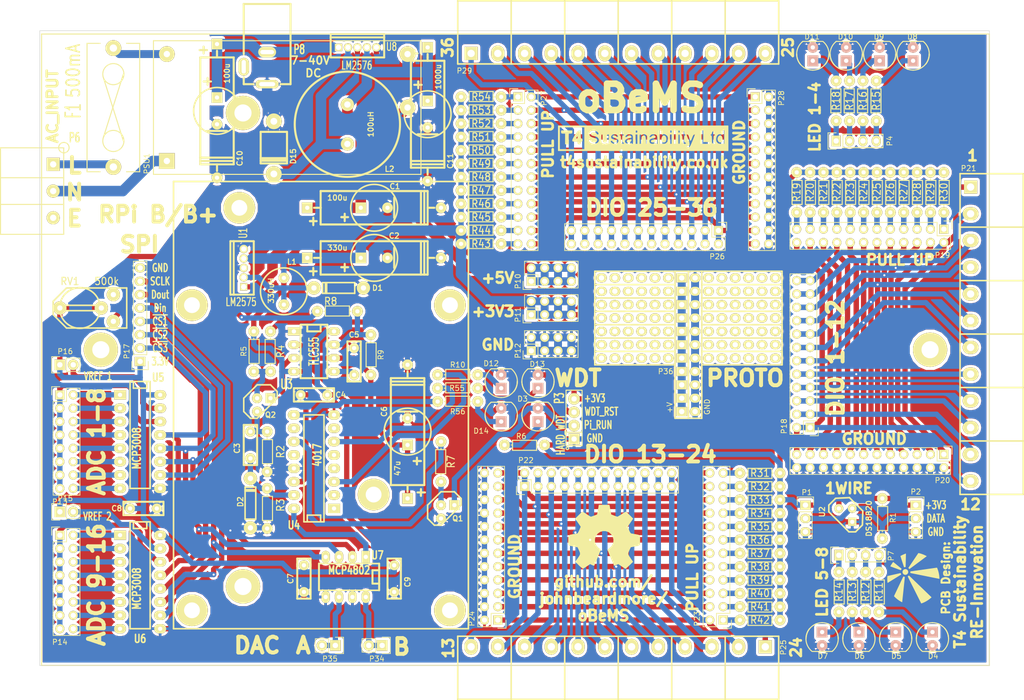
<source format=kicad_pcb>
(kicad_pcb (version 4) (host pcbnew 4.0.1-stable)
  (layers (0 F.Cu signal) (31 B.Cu signal) (34 B.Paste user) (35 F.Paste user) (36 B.SilkS user) (37 F.SilkS user) (38 B.Mask user) (39 F.Mask user) (44 Edge.Cuts user))
  (net 0 "")
  (net 1 +3.3V)
  (net 2 GND)
  (net 3 "Net-(D3-Pad1)")
  (net 4 "Net-(D4-Pad1)")
  (net 5 "Net-(D5-Pad1)")
  (net 6 "Net-(D6-Pad1)")
  (net 7 "Net-(D7-Pad1)")
  (net 8 "Net-(D8-Pad1)")
  (net 9 "Net-(D9-Pad1)")
  (net 10 "Net-(D10-Pad1)")
  (net 11 "Net-(Q1-Pad2)")
  (net 12 +5V)
  (net 13 "Net-(F1-Pad2)")
  (net 14 "Net-(P15-Pad2)")
  (net 15 "Net-(P17-Pad2)")
  (net 16 "Net-(P17-Pad3)")
  (net 17 "Net-(P18-Pad1)")
  (net 18 "Net-(P18-Pad3)")
  (net 19 "/Watch Dog Timer/WDT_IN")
  (net 20 "Net-(C3-Pad2)")
  (net 21 "Net-(C5-Pad1)")
  (net 22 "Net-(C6-Pad1)")
  (net 23 "Net-(D1-Pad2)")
  (net 24 "Net-(D11-Pad1)")
  (net 25 /PowerSupply/L)
  (net 26 /TemperatureSensor/D-1-Wire)
  (net 27 "/Watch Dog Timer/WDT_OUT")
  (net 28 "/LED IO/LED0")
  (net 29 "/LED IO/LED1")
  (net 30 "/LED IO/LED2")
  (net 31 "/LED IO/LED3")
  (net 32 "/LED IO/LED4")
  (net 33 "/LED IO/LED5")
  (net 34 /PowerSupply/N)
  (net 35 "Net-(P13-Pad1)")
  (net 36 "Net-(P13-Pad2)")
  (net 37 "Net-(P13-Pad4)")
  (net 38 "Net-(P13-Pad6)")
  (net 39 "Net-(P14-Pad1)")
  (net 40 "Net-(P14-Pad2)")
  (net 41 "Net-(P14-Pad4)")
  (net 42 "Net-(P14-Pad6)")
  (net 43 "Net-(P16-Pad2)")
  (net 44 "Net-(P17-Pad4)")
  (net 45 "Net-(P17-Pad5)")
  (net 46 "Net-(P17-Pad6)")
  (net 47 "Net-(P18-Pad5)")
  (net 48 "Net-(P19-Pad1)")
  (net 49 "Net-(P18-Pad23)")
  (net 50 "Net-(P19-Pad3)")
  (net 51 "Net-(P18-Pad21)")
  (net 52 "Net-(P19-Pad5)")
  (net 53 "Net-(P18-Pad19)")
  (net 54 "Net-(P18-Pad17)")
  (net 55 "Net-(P18-Pad15)")
  (net 56 "Net-(P18-Pad13)")
  (net 57 "Net-(P26-Pad1)")
  (net 58 "Net-(P26-Pad3)")
  (net 59 "Net-(P26-Pad5)")
  (net 60 "Net-(P26-Pad7)")
  (net 61 "Net-(P26-Pad10)")
  (net 62 "Net-(P26-Pad11)")
  (net 63 "Net-(P26-Pad13)")
  (net 64 "Net-(P26-Pad15)")
  (net 65 "Net-(P26-Pad17)")
  (net 66 "Net-(P26-Pad19)")
  (net 67 "Net-(P26-Pad21)")
  (net 68 "Net-(P26-Pad23)")
  (net 69 "Net-(P27-Pad1)")
  (net 70 "Net-(P27-Pad3)")
  (net 71 "Net-(P27-Pad5)")
  (net 72 "Net-(P27-Pad7)")
  (net 73 "Net-(P27-Pad9)")
  (net 74 "Net-(P27-Pad11)")
  (net 75 "Net-(P27-Pad13)")
  (net 76 "Net-(P27-Pad15)")
  (net 77 "Net-(P27-Pad17)")
  (net 78 "Net-(P27-Pad19)")
  (net 79 "Net-(P27-Pad21)")
  (net 80 "Net-(P27-Pad23)")
  (net 81 "Net-(R8-Pad2)")
  (net 82 "/LED IO/LED6")
  (net 83 "/LED IO/LED7")
  (net 84 "Net-(P19-Pad23)")
  (net 85 "Net-(P19-Pad21)")
  (net 86 "Net-(P19-Pad19)")
  (net 87 "Net-(P19-Pad17)")
  (net 88 "Net-(P19-Pad15)")
  (net 89 "Net-(P19-Pad13)")
  (net 90 "Net-(P19-Pad11)")
  (net 91 "Net-(P19-Pad9)")
  (net 92 "Net-(P19-Pad7)")
  (net 93 "Net-(P13-Pad8)")
  (net 94 "Net-(P13-Pad10)")
  (net 95 "Net-(P13-Pad12)")
  (net 96 "Net-(P13-Pad14)")
  (net 97 "Net-(P13-Pad16)")
  (net 98 "Net-(P14-Pad8)")
  (net 99 "Net-(P14-Pad10)")
  (net 100 "Net-(P18-Pad7)")
  (net 101 "Net-(P18-Pad10)")
  (net 102 "Net-(P18-Pad11)")
  (net 103 "Net-(P14-Pad12)")
  (net 104 "Net-(P14-Pad14)")
  (net 105 "Net-(P14-Pad16)")
  (net 106 "Net-(P17-Pad7)")
  (net 107 "Net-(P35-Pad1)")
  (net 108 "Net-(P34-Pad1)")
  (net 109 "Net-(P36-Pad1)")
  (net 110 "Net-(P36-Pad3)")
  (net 111 "Net-(P36-Pad4)")
  (net 112 "Net-(P36-Pad5)")
  (net 113 "Net-(P36-Pad6)")
  (net 114 "Net-(P36-Pad7)")
  (net 115 "Net-(P36-Pad8)")
  (net 116 "Net-(P36-Pad9)")
  (net 117 "Net-(P36-Pad10)")
  (net 118 "Net-(P36-Pad11)")
  (net 119 "Net-(P36-Pad12)")
  (net 120 "Net-(P36-Pad13)")
  (net 121 "Net-(P36-Pad14)")
  (net 122 "Net-(P36-Pad15)")
  (net 123 "Net-(P36-Pad16)")
  (net 124 "Net-(P22-Pad1)")
  (net 125 "Net-(P22-Pad3)")
  (net 126 "Net-(P22-Pad5)")
  (net 127 "Net-(P22-Pad7)")
  (net 128 "Net-(P22-Pad10)")
  (net 129 "Net-(P22-Pad11)")
  (net 130 "Net-(P22-Pad13)")
  (net 131 "Net-(P22-Pad15)")
  (net 132 "Net-(P22-Pad17)")
  (net 133 "Net-(P22-Pad19)")
  (net 134 "Net-(P22-Pad21)")
  (net 135 "Net-(P22-Pad23)")
  (net 136 "Net-(P23-Pad1)")
  (net 137 "Net-(P23-Pad3)")
  (net 138 "Net-(P23-Pad5)")
  (net 139 "Net-(P23-Pad7)")
  (net 140 "Net-(P23-Pad9)")
  (net 141 "Net-(P23-Pad11)")
  (net 142 "Net-(P23-Pad13)")
  (net 143 "Net-(P23-Pad15)")
  (net 144 "Net-(P23-Pad17)")
  (net 145 "Net-(P23-Pad19)")
  (net 146 "Net-(P23-Pad21)")
  (net 147 "Net-(P23-Pad23)")
  (net 148 "Net-(C3-Pad1)")
  (net 149 "Net-(D12-Pad1)")
  (net 150 "Net-(D13-Pad1)")
  (net 151 "Net-(D14-Pad1)")
  (net 152 "Net-(Q2-Pad2)")
  (net 153 "Net-(R7-Pad2)")
  (net 154 "Net-(R8-Pad1)")
  (net 155 "Net-(R10-Pad1)")
  (net 156 "Net-(R55-Pad1)")
  (net 157 "Net-(R56-Pad1)")
  (net 158 "Net-(U3-Pad3)")
  (net 159 /PowerSupply/VDC_IN+)
  (net 160 "Net-(D15-Pad2)")
  (net 161 GNDPWR)
  (net 162 "Net-(P8-Pad3)")
  (net 163 "Net-(PCB1-Pad1)")
  (net 164 "Net-(RV1-Pad3)")
  (net 165 "Net-(U4-Pad1)")
  (net 166 "Net-(U4-Pad2)")
  (net 167 "Net-(U4-Pad4)")
  (net 168 "Net-(U4-Pad5)")
  (net 169 "Net-(U4-Pad7)")
  (net 170 "Net-(U4-Pad10)")
  (net 171 "Net-(U4-Pad12)")
  (module TH_Inductor_ELC18B101L (layer F.Cu) (at 130.81 53.34 90)
    (fp_text reference L2 (at -8.509 8.001 360) (layer F.SilkS) (effects (font (size 1.016 1.016) (thickness 0.2032))))
    (fp_text value 100uH (at 0 4.445 90) (layer F.SilkS) (effects (font (size 1.016 1.016) (thickness 0.2032))))
    (pad 1 thru_hole circle (at -3.75 0 90) (size 2.5 2.5) (drill 1.2) (layers *.Cu *.Mask F.SilkS) (net 160 "Net-(D15-Pad2)"))
    (pad 2 thru_hole circle (at 3.75 0 90) (size 2.5 2.5) (drill 1.2) (layers *.Cu *.Mask F.SilkS) (net 12 +5V))
  )
  (module REInnovationFootprint:C2V8_VandA (layer F.Cu) (at 135.89 78.74)
    (fp_text reference C2 (at 3.81 -4.191) (layer F.SilkS) (effects (font (size 1.016 1.016) (thickness 0.2032))))
    (fp_text value 330u (at -6.985 -1.905) (layer F.SilkS) (effects (font (size 1.016 1.016) (thickness 0.2032))))
    (pad 2 thru_hole circle (at 12.7 0) (size 2.032 2.032) (drill 0.8001) (layers *.Cu *.Mask F.SilkS) (net 2 GND))
    (pad 1 thru_hole rect (at -12.7 0) (size 2.032 2.032) (drill 0.8001) (layers *.Cu *.Mask F.SilkS) (net 1 +3.3V))
    (pad 1 thru_hole rect (at -2.54 0) (size 2.032 2.032) (drill 0.8001) (layers *.Cu *.Mask F.SilkS) (net 1 +3.3V))
    (pad 2 thru_hole circle (at 2.54 0) (size 2.032 2.032) (drill 0.8001) (layers *.Cu *.Mask F.SilkS) (net 2 GND))
  )
  (module REInnovationFootprint:PCB_120x150_WISKA (layer F.Cu) (at 252.73 36.195 270)
    (fp_text reference PCB1 hide)
    (fp_text value PCB hide)
    (pad "" np_thru_hole circle (at 60 11.25 270) (size 6.49986 6.49986) (drill 3.25) (layers *.Cu *.Mask F.SilkS) (clearance 0.59944))
    (pad 1 np_thru_hole circle (at 105 141.75 270) (size 6.49986 6.49986) (drill 3.25) (layers *.Cu *.Mask F.SilkS) (net 163 "Net-(PCB1-Pad1)"))
    (pad 2 np_thru_hole circle (at 60 168.75 270) (size 6.49986 6.49986) (drill 3.25) (layers *.Cu *.Mask F.SilkS))
    (pad 3 np_thru_hole circle (at 15 141.75 270) (size 6.49986 6.49986) (drill 3.25) (layers *.Cu *.Mask F.SilkS))
  )
  (module REInnovationFootprint:C2V8_VandA (layer F.Cu) (at 142.24 111.76 90)
    (fp_text reference C6 (at 3.81 -4.445 90) (layer F.SilkS) (effects (font (size 1.016 1.016) (thickness 0.2032))))
    (fp_text value 47u (at -6.985 -1.905 90) (layer F.SilkS) (effects (font (size 1.016 1.016) (thickness 0.2032))))
    (pad 2 thru_hole circle (at 12.7 0 90) (size 2.032 2.032) (drill 0.8001) (layers *.Cu *.Mask F.SilkS) (net 2 GND))
    (pad 1 thru_hole rect (at -12.7 0 90) (size 2.032 2.032) (drill 0.8001) (layers *.Cu *.Mask F.SilkS) (net 22 "Net-(C6-Pad1)"))
    (pad 1 thru_hole rect (at -2.54 0 90) (size 2.032 2.032) (drill 0.8001) (layers *.Cu *.Mask F.SilkS) (net 22 "Net-(C6-Pad1)"))
    (pad 2 thru_hole circle (at 2.54 0 90) (size 2.032 2.032) (drill 0.8001) (layers *.Cu *.Mask F.SilkS) (net 2 GND))
  )
  (module REInnovationFootprint:TH_Resistor_1 (layer F.Cu) (at 209.169 147.574 180)
    (fp_text reference R42 (at 0 0 180) (layer F.SilkS) (effects (font (size 1.397 1.27) (thickness 0.2032))))
    (fp_text value 120 hide)
    (pad 1 thru_hole circle (at -3.81 0 180) (size 2.032 2.032) (drill 0.8001) (layers *.Cu *.Mask F.SilkS) (net 1 +3.3V))
    (pad 2 thru_hole circle (at 3.81 0 180) (size 2.032 2.032) (drill 0.8001) (layers *.Cu *.Mask F.SilkS) (net 136 "Net-(P23-Pad1)"))
  )
  (module REInnovationFootprint:TH_Resistor_1 (layer F.Cu) (at 209.169 145.034 180)
    (fp_text reference R41 (at 0 0 180) (layer F.SilkS) (effects (font (size 1.397 1.27) (thickness 0.2032))))
    (fp_text value 120 hide)
    (pad 1 thru_hole circle (at -3.81 0 180) (size 2.032 2.032) (drill 0.8001) (layers *.Cu *.Mask F.SilkS) (net 1 +3.3V))
    (pad 2 thru_hole circle (at 3.81 0 180) (size 2.032 2.032) (drill 0.8001) (layers *.Cu *.Mask F.SilkS) (net 137 "Net-(P23-Pad3)"))
  )
  (module REInnovationFootprint:TH_Resistor_1 (layer F.Cu) (at 209.169 142.494 180)
    (fp_text reference R40 (at 0 0 180) (layer F.SilkS) (effects (font (size 1.397 1.27) (thickness 0.2032))))
    (fp_text value 120 hide)
    (pad 1 thru_hole circle (at -3.81 0 180) (size 2.032 2.032) (drill 0.8001) (layers *.Cu *.Mask F.SilkS) (net 1 +3.3V))
    (pad 2 thru_hole circle (at 3.81 0 180) (size 2.032 2.032) (drill 0.8001) (layers *.Cu *.Mask F.SilkS) (net 138 "Net-(P23-Pad5)"))
  )
  (module REInnovationFootprint:TH_Resistor_1 (layer F.Cu) (at 209.169 139.954 180)
    (fp_text reference R39 (at 0 0 180) (layer F.SilkS) (effects (font (size 1.397 1.27) (thickness 0.2032))))
    (fp_text value 120 hide)
    (pad 1 thru_hole circle (at -3.81 0 180) (size 2.032 2.032) (drill 0.8001) (layers *.Cu *.Mask F.SilkS) (net 1 +3.3V))
    (pad 2 thru_hole circle (at 3.81 0 180) (size 2.032 2.032) (drill 0.8001) (layers *.Cu *.Mask F.SilkS) (net 139 "Net-(P23-Pad7)"))
  )
  (module REInnovationFootprint:TH_Resistor_1 (layer F.Cu) (at 209.169 137.414 180)
    (fp_text reference R38 (at 0 0 180) (layer F.SilkS) (effects (font (size 1.397 1.27) (thickness 0.2032))))
    (fp_text value 120 hide)
    (pad 1 thru_hole circle (at -3.81 0 180) (size 2.032 2.032) (drill 0.8001) (layers *.Cu *.Mask F.SilkS) (net 1 +3.3V))
    (pad 2 thru_hole circle (at 3.81 0 180) (size 2.032 2.032) (drill 0.8001) (layers *.Cu *.Mask F.SilkS) (net 140 "Net-(P23-Pad9)"))
  )
  (module REInnovationFootprint:TH_Resistor_1 (layer F.Cu) (at 209.169 134.874 180)
    (fp_text reference R37 (at 0 0 180) (layer F.SilkS) (effects (font (size 1.397 1.27) (thickness 0.2032))))
    (fp_text value 120 hide)
    (pad 1 thru_hole circle (at -3.81 0 180) (size 2.032 2.032) (drill 0.8001) (layers *.Cu *.Mask F.SilkS) (net 1 +3.3V))
    (pad 2 thru_hole circle (at 3.81 0 180) (size 2.032 2.032) (drill 0.8001) (layers *.Cu *.Mask F.SilkS) (net 141 "Net-(P23-Pad11)"))
  )
  (module REInnovationFootprint:TH_Resistor_1 (layer F.Cu) (at 209.169 132.334 180)
    (fp_text reference R36 (at 0 0 180) (layer F.SilkS) (effects (font (size 1.397 1.27) (thickness 0.2032))))
    (fp_text value 120 hide)
    (pad 1 thru_hole circle (at -3.81 0 180) (size 2.032 2.032) (drill 0.8001) (layers *.Cu *.Mask F.SilkS) (net 1 +3.3V))
    (pad 2 thru_hole circle (at 3.81 0 180) (size 2.032 2.032) (drill 0.8001) (layers *.Cu *.Mask F.SilkS) (net 142 "Net-(P23-Pad13)"))
  )
  (module REInnovationFootprint:TH_Resistor_1 (layer F.Cu) (at 209.169 129.794 180)
    (fp_text reference R35 (at 0 0 180) (layer F.SilkS) (effects (font (size 1.397 1.27) (thickness 0.2032))))
    (fp_text value 120 hide)
    (pad 1 thru_hole circle (at -3.81 0 180) (size 2.032 2.032) (drill 0.8001) (layers *.Cu *.Mask F.SilkS) (net 1 +3.3V))
    (pad 2 thru_hole circle (at 3.81 0 180) (size 2.032 2.032) (drill 0.8001) (layers *.Cu *.Mask F.SilkS) (net 143 "Net-(P23-Pad15)"))
  )
  (module REInnovationFootprint:TH_Resistor_1 (layer F.Cu) (at 209.169 127.254 180)
    (fp_text reference R34 (at 0 0 180) (layer F.SilkS) (effects (font (size 1.397 1.27) (thickness 0.2032))))
    (fp_text value 120 hide)
    (pad 1 thru_hole circle (at -3.81 0 180) (size 2.032 2.032) (drill 0.8001) (layers *.Cu *.Mask F.SilkS) (net 1 +3.3V))
    (pad 2 thru_hole circle (at 3.81 0 180) (size 2.032 2.032) (drill 0.8001) (layers *.Cu *.Mask F.SilkS) (net 144 "Net-(P23-Pad17)"))
  )
  (module REInnovationFootprint:TH_Resistor_1 (layer F.Cu) (at 209.169 124.714 180)
    (fp_text reference R33 (at 0 0 180) (layer F.SilkS) (effects (font (size 1.397 1.27) (thickness 0.2032))))
    (fp_text value 120 hide)
    (pad 1 thru_hole circle (at -3.81 0 180) (size 2.032 2.032) (drill 0.8001) (layers *.Cu *.Mask F.SilkS) (net 1 +3.3V))
    (pad 2 thru_hole circle (at 3.81 0 180) (size 2.032 2.032) (drill 0.8001) (layers *.Cu *.Mask F.SilkS) (net 145 "Net-(P23-Pad19)"))
  )
  (module REInnovationFootprint:TH_Resistor_1 (layer F.Cu) (at 209.169 122.174 180)
    (fp_text reference R32 (at 0 0 180) (layer F.SilkS) (effects (font (size 1.397 1.27) (thickness 0.2032))))
    (fp_text value 120 hide)
    (pad 1 thru_hole circle (at -3.81 0 180) (size 2.032 2.032) (drill 0.8001) (layers *.Cu *.Mask F.SilkS) (net 1 +3.3V))
    (pad 2 thru_hole circle (at 3.81 0 180) (size 2.032 2.032) (drill 0.8001) (layers *.Cu *.Mask F.SilkS) (net 146 "Net-(P23-Pad21)"))
  )
  (module REInnovationFootprint:TH_Resistor_1 (layer F.Cu) (at 209.169 119.634 180)
    (fp_text reference R31 (at 0 0 180) (layer F.SilkS) (effects (font (size 1.397 1.27) (thickness 0.2032))))
    (fp_text value 120 hide)
    (pad 1 thru_hole circle (at -3.81 0 180) (size 2.032 2.032) (drill 0.8001) (layers *.Cu *.Mask F.SilkS) (net 1 +3.3V))
    (pad 2 thru_hole circle (at 3.81 0 180) (size 2.032 2.032) (drill 0.8001) (layers *.Cu *.Mask F.SilkS) (net 147 "Net-(P23-Pad23)"))
  )
  (module matts_components:C1_wide_lg_pad_2 (layer F.Cu) (at 112.395 113.03 270)
    (fp_text reference C3 (at 1.905 2.54 270) (layer F.SilkS) (effects (font (size 1.016 1.016) (thickness 0.2032))))
    (fp_text value 1u hide)
    (pad 1 thru_hole circle (at -1.27 0 270) (size 1.905 1.905) (drill 0.8001) (layers *.Cu *.Mask F.SilkS) (net 148 "Net-(C3-Pad1)"))
    (pad 2 thru_hole circle (at 3.81 0 270) (size 1.905 1.905) (drill 0.8001) (layers *.Cu *.Mask F.SilkS) (net 20 "Net-(C3-Pad2)"))
  )
  (module matts_components:C1_wide_lg_pad_2 (layer F.Cu) (at 122.555 138.43 270)
    (fp_text reference C7 (at 1.27 2.54 270) (layer F.SilkS) (effects (font (size 1.016 1.016) (thickness 0.2032))))
    (fp_text value 100n hide)
    (pad 1 thru_hole circle (at -1.27 0 270) (size 1.905 1.905) (drill 0.8001) (layers *.Cu *.Mask F.SilkS) (net 1 +3.3V))
    (pad 2 thru_hole circle (at 3.81 0 270) (size 1.905 1.905) (drill 0.8001) (layers *.Cu *.Mask F.SilkS) (net 2 GND))
  )
  (module matts_components:C1_wide_lg_pad_2 (layer F.Cu) (at 90.805 126.365)
    (fp_text reference C8 (at -3.81 0) (layer F.SilkS) (effects (font (size 1.016 1.016) (thickness 0.2032))))
    (fp_text value 100n hide)
    (pad 1 thru_hole circle (at -1.27 0) (size 1.905 1.905) (drill 0.8001) (layers *.Cu *.Mask F.SilkS) (net 1 +3.3V))
    (pad 2 thru_hole circle (at 3.81 0) (size 1.905 1.905) (drill 0.8001) (layers *.Cu *.Mask F.SilkS) (net 2 GND))
  )
  (module REInnovationFootprint:TH_Diode_1 (layer F.Cu) (at 129.54 84.455 180)
    (fp_text reference D1 (at -6.985 0 180) (layer F.SilkS) (effects (font (size 1.016 1.016) (thickness 0.2032))))
    (fp_text value IN5819 hide)
    (pad 2 thru_hole circle (at 5.08 0 180) (size 2.54 2.54) (drill 1.00076) (layers *.Cu *.Mask F.SilkS) (net 23 "Net-(D1-Pad2)"))
    (pad 1 thru_hole circle (at -4.318 0 180) (size 2.54 2.54) (drill 1.00076) (layers *.Cu *.Mask F.SilkS) (net 2 GND))
  )
  (module REInnovationFootprint:TH_4x1_CONN (layer F.Cu) (at 173.99 113.03 90)
    (fp_text reference P3 (at 7.62 -2.921 90) (layer F.SilkS) (effects (font (size 1.72974 1.08712) (thickness 0.27178))))
    (fp_text value HARD_WDT (at 0.635 -2.667 90) (layer F.SilkS) (effects (font (size 1.524 1.016) (thickness 0.254))))
    (pad 1 thru_hole rect (at -0.127 -0.127 90) (size 2.10058 2.10058) (drill 1) (layers *.Cu *.Mask F.SilkS) (net 2 GND))
    (pad 2 thru_hole circle (at 2.413 -0.127 90) (size 2.19964 2.19964) (drill 1) (layers *.Cu *.Mask F.SilkS) (net 27 "/Watch Dog Timer/WDT_OUT"))
    (pad 3 thru_hole circle (at 4.953 -0.127 90) (size 2.19964 2.19964) (drill 1) (layers *.Cu *.Mask F.SilkS) (net 19 "/Watch Dog Timer/WDT_IN"))
    (pad 4 thru_hole circle (at 7.493 -0.127 90) (size 2.19964 2.19964) (drill 1) (layers *.Cu *.Mask F.SilkS) (net 1 +3.3V))
  )
  (module REInnovationFootprint:TH_Resistor_1 (layer F.Cu) (at 232.41 128.27 270)
    (fp_text reference R1 (at -0.127 -2.032 270) (layer F.SilkS))
    (fp_text value 4k7 hide)
    (pad 1 thru_hole circle (at -3.81 0 270) (size 2.032 2.032) (drill 0.8001) (layers *.Cu *.Mask F.SilkS) (net 1 +3.3V))
    (pad 2 thru_hole circle (at 3.81 0 270) (size 2.032 2.032) (drill 0.8001) (layers *.Cu *.Mask F.SilkS) (net 26 /TemperatureSensor/D-1-Wire))
  )
  (module REInnovationFootprint:TH_Resistor_1 (layer F.Cu) (at 115.57 115.57 270)
    (fp_text reference R2 (at 0 -2.54 270) (layer F.SilkS) (effects (font (size 1.397 1.27) (thickness 0.2032))))
    (fp_text value 10k hide)
    (pad 1 thru_hole circle (at -3.81 0 270) (size 2.032 2.032) (drill 0.8001) (layers *.Cu *.Mask F.SilkS) (net 148 "Net-(C3-Pad1)"))
    (pad 2 thru_hole circle (at 3.81 0 270) (size 2.032 2.032) (drill 0.8001) (layers *.Cu *.Mask F.SilkS) (net 2 GND))
  )
  (module REInnovationFootprint:TH_Resistor_1 (layer F.Cu) (at 115.57 126.365 270)
    (fp_text reference R3 (at -0.635 -2.54 270) (layer F.SilkS) (effects (font (size 1.397 1.27) (thickness 0.2032))))
    (fp_text value 1M hide)
    (pad 1 thru_hole circle (at -3.81 0 270) (size 2.032 2.032) (drill 0.8001) (layers *.Cu *.Mask F.SilkS) (net 20 "Net-(C3-Pad2)"))
    (pad 2 thru_hole circle (at 3.81 0 270) (size 2.032 2.032) (drill 0.8001) (layers *.Cu *.Mask F.SilkS) (net 2 GND))
  )
  (module REInnovationFootprint:TH_Resistor_1 (layer F.Cu) (at 116.205 96.52 90)
    (fp_text reference R4 (at 0 1.905 90) (layer F.SilkS) (effects (font (size 1.397 1.27) (thickness 0.2032))))
    (fp_text value 1k hide)
    (pad 1 thru_hole circle (at -3.81 0 90) (size 2.032 2.032) (drill 0.8001) (layers *.Cu *.Mask F.SilkS) (net 152 "Net-(Q2-Pad2)"))
    (pad 2 thru_hole circle (at 3.81 0 90) (size 2.032 2.032) (drill 0.8001) (layers *.Cu *.Mask F.SilkS) (net 19 "/Watch Dog Timer/WDT_IN"))
  )
  (module REInnovationFootprint:TH_Resistor_1 (layer F.Cu) (at 113.03 96.52 270)
    (fp_text reference R5 (at 0 1.905 270) (layer F.SilkS))
    (fp_text value 39k hide)
    (pad 1 thru_hole circle (at -3.81 0 270) (size 2.032 2.032) (drill 0.8001) (layers *.Cu *.Mask F.SilkS) (net 1 +3.3V))
    (pad 2 thru_hole circle (at 3.81 0 270) (size 2.032 2.032) (drill 0.8001) (layers *.Cu *.Mask F.SilkS) (net 152 "Net-(Q2-Pad2)"))
  )
  (module REInnovationFootprint:TH_Resistor_1 (layer F.Cu) (at 164.465 114.3 180)
    (fp_text reference R6 (at 0.635 1.651 180) (layer F.SilkS))
    (fp_text value 120 hide)
    (pad 1 thru_hole circle (at -3.81 0 180) (size 2.032 2.032) (drill 0.8001) (layers *.Cu *.Mask F.SilkS) (net 1 +3.3V))
    (pad 2 thru_hole circle (at 3.81 0 180) (size 2.032 2.032) (drill 0.8001) (layers *.Cu *.Mask F.SilkS) (net 3 "Net-(D3-Pad1)"))
  )
  (module REInnovationFootprint:TH_Resistor_1 (layer F.Cu) (at 148.59 117.475 90)
    (fp_text reference R7 (at 0 1.905 90) (layer F.SilkS) (effects (font (size 1.397 1.27) (thickness 0.2032))))
    (fp_text value 1k hide)
    (pad 1 thru_hole circle (at -3.81 0 90) (size 2.032 2.032) (drill 0.8001) (layers *.Cu *.Mask F.SilkS) (net 11 "Net-(Q1-Pad2)"))
    (pad 2 thru_hole circle (at 3.81 0 90) (size 2.032 2.032) (drill 0.8001) (layers *.Cu *.Mask F.SilkS) (net 153 "Net-(R7-Pad2)"))
  )
  (module REInnovationFootprint:TH_Resistor_1 (layer F.Cu) (at 128.905 88.9)
    (fp_text reference R8 (at -1.27 -1.905) (layer F.SilkS) (effects (font (size 1.397 1.27) (thickness 0.2032))))
    (fp_text value 10k hide)
    (pad 1 thru_hole circle (at -3.81 0) (size 2.032 2.032) (drill 0.8001) (layers *.Cu *.Mask F.SilkS) (net 154 "Net-(R8-Pad1)"))
    (pad 2 thru_hole circle (at 3.81 0) (size 2.032 2.032) (drill 0.8001) (layers *.Cu *.Mask F.SilkS) (net 81 "Net-(R8-Pad2)"))
  )
  (module REInnovationFootprint:TH_Resistor_1 (layer F.Cu) (at 135.255 97.155 270)
    (fp_text reference R9 (at 0 -1.905 270) (layer F.SilkS))
    (fp_text value 10k hide)
    (pad 1 thru_hole circle (at -3.81 0 270) (size 2.032 2.032) (drill 0.8001) (layers *.Cu *.Mask F.SilkS) (net 81 "Net-(R8-Pad2)"))
    (pad 2 thru_hole circle (at 3.81 0 270) (size 2.032 2.032) (drill 0.8001) (layers *.Cu *.Mask F.SilkS) (net 22 "Net-(C6-Pad1)"))
  )
  (module REInnovationFootprint:TH_Resistor_1 (layer F.Cu) (at 151.765 100.965)
    (fp_text reference R10 (at 0 -1.905) (layer F.SilkS))
    (fp_text value 120 hide)
    (pad 1 thru_hole circle (at -3.81 0) (size 2.032 2.032) (drill 0.8001) (layers *.Cu *.Mask F.SilkS) (net 155 "Net-(R10-Pad1)"))
    (pad 2 thru_hole circle (at 3.81 0) (size 2.032 2.032) (drill 0.8001) (layers *.Cu *.Mask F.SilkS) (net 149 "Net-(D12-Pad1)"))
  )
  (module REInnovationFootprint:TH_Resistor_1 (layer F.Cu) (at 231.775 142.24 270)
    (fp_text reference R11 (at 0 0 270) (layer F.SilkS) (effects (font (size 1.397 1.27) (thickness 0.2032))))
    (fp_text value 120 hide)
    (pad 1 thru_hole circle (at -3.81 0 270) (size 2.032 2.032) (drill 0.8001) (layers *.Cu *.Mask F.SilkS) (net 28 "/LED IO/LED0"))
    (pad 2 thru_hole circle (at 3.81 0 270) (size 2.032 2.032) (drill 0.8001) (layers *.Cu *.Mask F.SilkS) (net 4 "Net-(D4-Pad1)"))
  )
  (module REInnovationFootprint:TH_Resistor_1 (layer F.Cu) (at 229.235 142.24 270)
    (fp_text reference R12 (at 0 0 270) (layer F.SilkS) (effects (font (size 1.397 1.27) (thickness 0.2032))))
    (fp_text value 120 hide)
    (pad 1 thru_hole circle (at -3.81 0 270) (size 2.032 2.032) (drill 0.8001) (layers *.Cu *.Mask F.SilkS) (net 29 "/LED IO/LED1"))
    (pad 2 thru_hole circle (at 3.81 0 270) (size 2.032 2.032) (drill 0.8001) (layers *.Cu *.Mask F.SilkS) (net 5 "Net-(D5-Pad1)"))
  )
  (module REInnovationFootprint:TH_Resistor_1 (layer F.Cu) (at 226.695 142.24 270)
    (fp_text reference R13 (at 0 0 270) (layer F.SilkS) (effects (font (size 1.397 1.27) (thickness 0.2032))))
    (fp_text value 120 hide)
    (pad 1 thru_hole circle (at -3.81 0 270) (size 2.032 2.032) (drill 0.8001) (layers *.Cu *.Mask F.SilkS) (net 30 "/LED IO/LED2"))
    (pad 2 thru_hole circle (at 3.81 0 270) (size 2.032 2.032) (drill 0.8001) (layers *.Cu *.Mask F.SilkS) (net 6 "Net-(D6-Pad1)"))
  )
  (module REInnovationFootprint:TH_Resistor_1 (layer F.Cu) (at 224.155 142.24 270)
    (fp_text reference R14 (at 0 0 270) (layer F.SilkS) (effects (font (size 1.397 1.27) (thickness 0.2032))))
    (fp_text value 120 hide)
    (pad 1 thru_hole circle (at -3.81 0 270) (size 2.032 2.032) (drill 0.8001) (layers *.Cu *.Mask F.SilkS) (net 31 "/LED IO/LED3"))
    (pad 2 thru_hole circle (at 3.81 0 270) (size 2.032 2.032) (drill 0.8001) (layers *.Cu *.Mask F.SilkS) (net 7 "Net-(D7-Pad1)"))
  )
  (module REInnovationFootprint:TH_Resistor_1 (layer F.Cu) (at 231.267 48.895 90)
    (fp_text reference R15 (at 0 0 90) (layer F.SilkS) (effects (font (size 1.397 1.27) (thickness 0.2032))))
    (fp_text value 120 hide)
    (pad 1 thru_hole circle (at -3.81 0 90) (size 2.032 2.032) (drill 0.8001) (layers *.Cu *.Mask F.SilkS) (net 32 "/LED IO/LED4"))
    (pad 2 thru_hole circle (at 3.81 0 90) (size 2.032 2.032) (drill 0.8001) (layers *.Cu *.Mask F.SilkS) (net 8 "Net-(D8-Pad1)"))
  )
  (module REInnovationFootprint:TH_Resistor_1 (layer F.Cu) (at 228.727 48.895 90)
    (fp_text reference R16 (at 0 0 90) (layer F.SilkS) (effects (font (size 1.397 1.27) (thickness 0.2032))))
    (fp_text value 120 hide)
    (pad 1 thru_hole circle (at -3.81 0 90) (size 2.032 2.032) (drill 0.8001) (layers *.Cu *.Mask F.SilkS) (net 33 "/LED IO/LED5"))
    (pad 2 thru_hole circle (at 3.81 0 90) (size 2.032 2.032) (drill 0.8001) (layers *.Cu *.Mask F.SilkS) (net 9 "Net-(D9-Pad1)"))
  )
  (module REInnovationFootprint:TH_Resistor_1 (layer F.Cu) (at 226.187 48.895 90)
    (fp_text reference R17 (at 0 0 90) (layer F.SilkS) (effects (font (size 1.397 1.27) (thickness 0.2032))))
    (fp_text value 120 hide)
    (pad 1 thru_hole circle (at -3.81 0 90) (size 2.032 2.032) (drill 0.8001) (layers *.Cu *.Mask F.SilkS) (net 82 "/LED IO/LED6"))
    (pad 2 thru_hole circle (at 3.81 0 90) (size 2.032 2.032) (drill 0.8001) (layers *.Cu *.Mask F.SilkS) (net 10 "Net-(D10-Pad1)"))
  )
  (module REInnovationFootprint:TH_Resistor_1 (layer F.Cu) (at 223.647 48.895 90)
    (fp_text reference R18 (at 0 0 90) (layer F.SilkS) (effects (font (size 1.397 1.27) (thickness 0.2032))))
    (fp_text value 120 hide)
    (pad 1 thru_hole circle (at -3.81 0 90) (size 2.032 2.032) (drill 0.8001) (layers *.Cu *.Mask F.SilkS) (net 83 "/LED IO/LED7"))
    (pad 2 thru_hole circle (at 3.81 0 90) (size 2.032 2.032) (drill 0.8001) (layers *.Cu *.Mask F.SilkS) (net 24 "Net-(D11-Pad1)"))
  )
  (module REInnovationFootprint:TH_Resistor_1 (layer F.Cu) (at 216.154 66.294 270)
    (fp_text reference R19 (at 0 0 270) (layer F.SilkS) (effects (font (size 1.397 1.27) (thickness 0.2032))))
    (fp_text value 120 hide)
    (pad 1 thru_hole circle (at -3.81 0 270) (size 2.032 2.032) (drill 0.8001) (layers *.Cu *.Mask F.SilkS) (net 1 +3.3V))
    (pad 2 thru_hole circle (at 3.81 0 270) (size 2.032 2.032) (drill 0.8001) (layers *.Cu *.Mask F.SilkS) (net 84 "Net-(P19-Pad23)"))
  )
  (module REInnovationFootprint:TH_Resistor_1 (layer F.Cu) (at 218.694 66.294 270)
    (fp_text reference R20 (at 0 0 270) (layer F.SilkS) (effects (font (size 1.397 1.27) (thickness 0.2032))))
    (fp_text value 120 hide)
    (pad 1 thru_hole circle (at -3.81 0 270) (size 2.032 2.032) (drill 0.8001) (layers *.Cu *.Mask F.SilkS) (net 1 +3.3V))
    (pad 2 thru_hole circle (at 3.81 0 270) (size 2.032 2.032) (drill 0.8001) (layers *.Cu *.Mask F.SilkS) (net 85 "Net-(P19-Pad21)"))
  )
  (module REInnovationFootprint:TH_Resistor_1 (layer F.Cu) (at 221.234 66.294 270)
    (fp_text reference R21 (at 0 0 270) (layer F.SilkS) (effects (font (size 1.397 1.27) (thickness 0.2032))))
    (fp_text value 120 hide)
    (pad 1 thru_hole circle (at -3.81 0 270) (size 2.032 2.032) (drill 0.8001) (layers *.Cu *.Mask F.SilkS) (net 1 +3.3V))
    (pad 2 thru_hole circle (at 3.81 0 270) (size 2.032 2.032) (drill 0.8001) (layers *.Cu *.Mask F.SilkS) (net 86 "Net-(P19-Pad19)"))
  )
  (module REInnovationFootprint:TH_Resistor_1 (layer F.Cu) (at 223.774 66.294 270)
    (fp_text reference R22 (at 0 0 270) (layer F.SilkS) (effects (font (size 1.397 1.27) (thickness 0.2032))))
    (fp_text value 120 hide)
    (pad 1 thru_hole circle (at -3.81 0 270) (size 2.032 2.032) (drill 0.8001) (layers *.Cu *.Mask F.SilkS) (net 1 +3.3V))
    (pad 2 thru_hole circle (at 3.81 0 270) (size 2.032 2.032) (drill 0.8001) (layers *.Cu *.Mask F.SilkS) (net 87 "Net-(P19-Pad17)"))
  )
  (module REInnovationFootprint:TH_Resistor_1 (layer F.Cu) (at 226.314 66.294 270)
    (fp_text reference R23 (at 0 0 270) (layer F.SilkS) (effects (font (size 1.397 1.27) (thickness 0.2032))))
    (fp_text value 120 hide)
    (pad 1 thru_hole circle (at -3.81 0 270) (size 2.032 2.032) (drill 0.8001) (layers *.Cu *.Mask F.SilkS) (net 1 +3.3V))
    (pad 2 thru_hole circle (at 3.81 0 270) (size 2.032 2.032) (drill 0.8001) (layers *.Cu *.Mask F.SilkS) (net 88 "Net-(P19-Pad15)"))
  )
  (module REInnovationFootprint:TH_Resistor_1 (layer F.Cu) (at 228.854 66.294 270)
    (fp_text reference R24 (at 0 0 270) (layer F.SilkS) (effects (font (size 1.397 1.27) (thickness 0.2032))))
    (fp_text value 120 hide)
    (pad 1 thru_hole circle (at -3.81 0 270) (size 2.032 2.032) (drill 0.8001) (layers *.Cu *.Mask F.SilkS) (net 1 +3.3V))
    (pad 2 thru_hole circle (at 3.81 0 270) (size 2.032 2.032) (drill 0.8001) (layers *.Cu *.Mask F.SilkS) (net 89 "Net-(P19-Pad13)"))
  )
  (module REInnovationFootprint:TH_Resistor_1 (layer F.Cu) (at 231.394 66.294 270)
    (fp_text reference R25 (at 0 0 270) (layer F.SilkS) (effects (font (size 1.397 1.27) (thickness 0.2032))))
    (fp_text value 120 hide)
    (pad 1 thru_hole circle (at -3.81 0 270) (size 2.032 2.032) (drill 0.8001) (layers *.Cu *.Mask F.SilkS) (net 1 +3.3V))
    (pad 2 thru_hole circle (at 3.81 0 270) (size 2.032 2.032) (drill 0.8001) (layers *.Cu *.Mask F.SilkS) (net 90 "Net-(P19-Pad11)"))
  )
  (module REInnovationFootprint:TH_Resistor_1 (layer F.Cu) (at 233.934 66.294 270)
    (fp_text reference R26 (at 0 0 270) (layer F.SilkS) (effects (font (size 1.397 1.27) (thickness 0.2032))))
    (fp_text value 120 hide)
    (pad 1 thru_hole circle (at -3.81 0 270) (size 2.032 2.032) (drill 0.8001) (layers *.Cu *.Mask F.SilkS) (net 1 +3.3V))
    (pad 2 thru_hole circle (at 3.81 0 270) (size 2.032 2.032) (drill 0.8001) (layers *.Cu *.Mask F.SilkS) (net 91 "Net-(P19-Pad9)"))
  )
  (module REInnovationFootprint:TH_Resistor_1 (layer F.Cu) (at 236.474 66.294 270)
    (fp_text reference R27 (at 0 0 270) (layer F.SilkS) (effects (font (size 1.397 1.27) (thickness 0.2032))))
    (fp_text value 120 hide)
    (pad 1 thru_hole circle (at -3.81 0 270) (size 2.032 2.032) (drill 0.8001) (layers *.Cu *.Mask F.SilkS) (net 1 +3.3V))
    (pad 2 thru_hole circle (at 3.81 0 270) (size 2.032 2.032) (drill 0.8001) (layers *.Cu *.Mask F.SilkS) (net 92 "Net-(P19-Pad7)"))
  )
  (module REInnovationFootprint:TH_Resistor_1 (layer F.Cu) (at 239.014 66.294 270)
    (fp_text reference R28 (at 0 0 270) (layer F.SilkS) (effects (font (size 1.397 1.27) (thickness 0.2032))))
    (fp_text value 120 hide)
    (pad 1 thru_hole circle (at -3.81 0 270) (size 2.032 2.032) (drill 0.8001) (layers *.Cu *.Mask F.SilkS) (net 1 +3.3V))
    (pad 2 thru_hole circle (at 3.81 0 270) (size 2.032 2.032) (drill 0.8001) (layers *.Cu *.Mask F.SilkS) (net 52 "Net-(P19-Pad5)"))
  )
  (module REInnovationFootprint:TH_Resistor_1 (layer F.Cu) (at 241.554 66.294 270)
    (fp_text reference R29 (at 0 0 270) (layer F.SilkS) (effects (font (size 1.397 1.27) (thickness 0.2032))))
    (fp_text value 120 hide)
    (pad 1 thru_hole circle (at -3.81 0 270) (size 2.032 2.032) (drill 0.8001) (layers *.Cu *.Mask F.SilkS) (net 1 +3.3V))
    (pad 2 thru_hole circle (at 3.81 0 270) (size 2.032 2.032) (drill 0.8001) (layers *.Cu *.Mask F.SilkS) (net 50 "Net-(P19-Pad3)"))
  )
  (module REInnovationFootprint:TH_Resistor_1 (layer F.Cu) (at 244.094 66.294 270)
    (fp_text reference R30 (at 0 0 270) (layer F.SilkS) (effects (font (size 1.397 1.27) (thickness 0.2032))))
    (fp_text value 120 hide)
    (pad 1 thru_hole circle (at -3.81 0 270) (size 2.032 2.032) (drill 0.8001) (layers *.Cu *.Mask F.SilkS) (net 1 +3.3V))
    (pad 2 thru_hole circle (at 3.81 0 270) (size 2.032 2.032) (drill 0.8001) (layers *.Cu *.Mask F.SilkS) (net 48 "Net-(P19-Pad1)"))
  )
  (module REInnovationFootprint:TH_Fuse_Holder_5-20_CPC (layer F.Cu) (at 86.36 50.165 90)
    (fp_text reference F1 (at -0.635 -7.62 90) (layer F.SilkS) (effects (font (size 2.83464 1.59512) (thickness 0.3048))))
    (fp_text value 500mA (at 6.985 -7.62 270) (layer F.SilkS) (effects (font (size 2.54 2.032) (thickness 0.3048))))
    (pad 1 thru_hole circle (at -11.3 0 90) (size 3 3) (drill 1.397) (layers *.Cu *.Mask F.SilkS) (net 25 /PowerSupply/L))
    (pad 2 thru_hole circle (at 11.3 0 90) (size 3 3) (drill 1.397) (layers *.Cu *.Mask F.SilkS) (net 13 "Net-(F1-Pad2)"))
  )
  (module REInnovationFootprint:TH_Resistor_1 (layer F.Cu) (at 156.21 76.073)
    (fp_text reference R43 (at 0 0) (layer F.SilkS) (effects (font (size 1.397 1.27) (thickness 0.2032))))
    (fp_text value 120 hide)
    (pad 1 thru_hole circle (at -3.81 0) (size 2.032 2.032) (drill 0.8001) (layers *.Cu *.Mask F.SilkS) (net 1 +3.3V))
    (pad 2 thru_hole circle (at 3.81 0) (size 2.032 2.032) (drill 0.8001) (layers *.Cu *.Mask F.SilkS) (net 80 "Net-(P27-Pad23)"))
  )
  (module REInnovationFootprint:TH_Resistor_1 (layer F.Cu) (at 156.21 73.533)
    (fp_text reference R44 (at 0 0) (layer F.SilkS) (effects (font (size 1.397 1.27) (thickness 0.2032))))
    (fp_text value 120 hide)
    (pad 1 thru_hole circle (at -3.81 0) (size 2.032 2.032) (drill 0.8001) (layers *.Cu *.Mask F.SilkS) (net 1 +3.3V))
    (pad 2 thru_hole circle (at 3.81 0) (size 2.032 2.032) (drill 0.8001) (layers *.Cu *.Mask F.SilkS) (net 79 "Net-(P27-Pad21)"))
  )
  (module REInnovationFootprint:TH_Resistor_1 (layer F.Cu) (at 156.21 70.993)
    (fp_text reference R45 (at 0 0) (layer F.SilkS) (effects (font (size 1.397 1.27) (thickness 0.2032))))
    (fp_text value 120 hide)
    (pad 1 thru_hole circle (at -3.81 0) (size 2.032 2.032) (drill 0.8001) (layers *.Cu *.Mask F.SilkS) (net 1 +3.3V))
    (pad 2 thru_hole circle (at 3.81 0) (size 2.032 2.032) (drill 0.8001) (layers *.Cu *.Mask F.SilkS) (net 78 "Net-(P27-Pad19)"))
  )
  (module REInnovationFootprint:TH_Resistor_1 (layer F.Cu) (at 156.21 68.453)
    (fp_text reference R46 (at 0 0) (layer F.SilkS) (effects (font (size 1.397 1.27) (thickness 0.2032))))
    (fp_text value 120 hide)
    (pad 1 thru_hole circle (at -3.81 0) (size 2.032 2.032) (drill 0.8001) (layers *.Cu *.Mask F.SilkS) (net 1 +3.3V))
    (pad 2 thru_hole circle (at 3.81 0) (size 2.032 2.032) (drill 0.8001) (layers *.Cu *.Mask F.SilkS) (net 77 "Net-(P27-Pad17)"))
  )
  (module REInnovationFootprint:TH_Resistor_1 (layer F.Cu) (at 156.21 65.913)
    (fp_text reference R47 (at 0 0) (layer F.SilkS) (effects (font (size 1.397 1.27) (thickness 0.2032))))
    (fp_text value 120 hide)
    (pad 1 thru_hole circle (at -3.81 0) (size 2.032 2.032) (drill 0.8001) (layers *.Cu *.Mask F.SilkS) (net 1 +3.3V))
    (pad 2 thru_hole circle (at 3.81 0) (size 2.032 2.032) (drill 0.8001) (layers *.Cu *.Mask F.SilkS) (net 76 "Net-(P27-Pad15)"))
  )
  (module REInnovationFootprint:TH_Resistor_1 (layer F.Cu) (at 156.21 63.373)
    (fp_text reference R48 (at 0 0) (layer F.SilkS) (effects (font (size 1.397 1.27) (thickness 0.2032))))
    (fp_text value 120 hide)
    (pad 1 thru_hole circle (at -3.81 0) (size 2.032 2.032) (drill 0.8001) (layers *.Cu *.Mask F.SilkS) (net 1 +3.3V))
    (pad 2 thru_hole circle (at 3.81 0) (size 2.032 2.032) (drill 0.8001) (layers *.Cu *.Mask F.SilkS) (net 75 "Net-(P27-Pad13)"))
  )
  (module REInnovationFootprint:TH_Resistor_1 (layer F.Cu) (at 156.21 60.833)
    (fp_text reference R49 (at 0 0) (layer F.SilkS) (effects (font (size 1.397 1.27) (thickness 0.2032))))
    (fp_text value 120 hide)
    (pad 1 thru_hole circle (at -3.81 0) (size 2.032 2.032) (drill 0.8001) (layers *.Cu *.Mask F.SilkS) (net 1 +3.3V))
    (pad 2 thru_hole circle (at 3.81 0) (size 2.032 2.032) (drill 0.8001) (layers *.Cu *.Mask F.SilkS) (net 74 "Net-(P27-Pad11)"))
  )
  (module REInnovationFootprint:TH_Resistor_1 (layer F.Cu) (at 156.21 58.293)
    (fp_text reference R50 (at 0 0) (layer F.SilkS) (effects (font (size 1.397 1.27) (thickness 0.2032))))
    (fp_text value 120 hide)
    (pad 1 thru_hole circle (at -3.81 0) (size 2.032 2.032) (drill 0.8001) (layers *.Cu *.Mask F.SilkS) (net 1 +3.3V))
    (pad 2 thru_hole circle (at 3.81 0) (size 2.032 2.032) (drill 0.8001) (layers *.Cu *.Mask F.SilkS) (net 73 "Net-(P27-Pad9)"))
  )
  (module REInnovationFootprint:TH_Resistor_1 (layer F.Cu) (at 156.21 55.753)
    (fp_text reference R51 (at 0 0) (layer F.SilkS) (effects (font (size 1.397 1.27) (thickness 0.2032))))
    (fp_text value 120 hide)
    (pad 1 thru_hole circle (at -3.81 0) (size 2.032 2.032) (drill 0.8001) (layers *.Cu *.Mask F.SilkS) (net 1 +3.3V))
    (pad 2 thru_hole circle (at 3.81 0) (size 2.032 2.032) (drill 0.8001) (layers *.Cu *.Mask F.SilkS) (net 72 "Net-(P27-Pad7)"))
  )
  (module REInnovationFootprint:TH_Resistor_1 (layer F.Cu) (at 156.21 53.213)
    (fp_text reference R52 (at 0 0) (layer F.SilkS) (effects (font (size 1.397 1.27) (thickness 0.2032))))
    (fp_text value 120 hide)
    (pad 1 thru_hole circle (at -3.81 0) (size 2.032 2.032) (drill 0.8001) (layers *.Cu *.Mask F.SilkS) (net 1 +3.3V))
    (pad 2 thru_hole circle (at 3.81 0) (size 2.032 2.032) (drill 0.8001) (layers *.Cu *.Mask F.SilkS) (net 71 "Net-(P27-Pad5)"))
  )
  (module REInnovationFootprint:TH_Resistor_1 (layer F.Cu) (at 156.21 50.673)
    (fp_text reference R53 (at 0 0) (layer F.SilkS) (effects (font (size 1.397 1.27) (thickness 0.2032))))
    (fp_text value 120 hide)
    (pad 1 thru_hole circle (at -3.81 0) (size 2.032 2.032) (drill 0.8001) (layers *.Cu *.Mask F.SilkS) (net 1 +3.3V))
    (pad 2 thru_hole circle (at 3.81 0) (size 2.032 2.032) (drill 0.8001) (layers *.Cu *.Mask F.SilkS) (net 70 "Net-(P27-Pad3)"))
  )
  (module REInnovationFootprint:TH_Resistor_1 (layer F.Cu) (at 156.21 48.133)
    (fp_text reference R54 (at 0 0) (layer F.SilkS) (effects (font (size 1.397 1.27) (thickness 0.2032))))
    (fp_text value 120 hide)
    (pad 1 thru_hole circle (at -3.81 0) (size 2.032 2.032) (drill 0.8001) (layers *.Cu *.Mask F.SilkS) (net 1 +3.3V))
    (pad 2 thru_hole circle (at 3.81 0) (size 2.032 2.032) (drill 0.8001) (layers *.Cu *.Mask F.SilkS) (net 69 "Net-(P27-Pad1)"))
  )
  (module matts_components:C1_wide_lg_pad_2 (layer F.Cu) (at 125.73 104.775 180)
    (fp_text reference C4 (at -3.81 0 180) (layer F.SilkS) (effects (font (size 1.016 1.016) (thickness 0.2032))))
    (fp_text value 0.1u hide)
    (pad 1 thru_hole circle (at -1.27 0 180) (size 1.905 1.905) (drill 0.8001) (layers *.Cu *.Mask F.SilkS) (net 1 +3.3V))
    (pad 2 thru_hole circle (at 3.81 0 180) (size 1.905 1.905) (drill 0.8001) (layers *.Cu *.Mask F.SilkS) (net 2 GND))
  )
  (module matts_components:C1_wide_lg_pad_2 (layer F.Cu) (at 132.08 99.695 90)
    (fp_text reference C5 (at 6.35 0 180) (layer F.SilkS) (effects (font (size 1.016 1.016) (thickness 0.2032))))
    (fp_text value 10n hide)
    (pad 1 thru_hole circle (at -1.27 0 90) (size 1.905 1.905) (drill 0.8001) (layers *.Cu *.Mask F.SilkS) (net 21 "Net-(C5-Pad1)"))
    (pad 2 thru_hole circle (at 3.81 0 90) (size 1.905 1.905) (drill 0.8001) (layers *.Cu *.Mask F.SilkS) (net 2 GND))
  )
  (module REInnovationFootprint:TH_Diode_1 (layer F.Cu) (at 112.395 125.73 90)
    (fp_text reference D2 (at 0.635 -1.905 90) (layer F.SilkS) (effects (font (size 1.016 1.016) (thickness 0.2032))))
    (fp_text value 1N4001 hide)
    (pad 2 thru_hole circle (at 5.08 0 90) (size 2.54 2.54) (drill 1.00076) (layers *.Cu *.Mask F.SilkS) (net 20 "Net-(C3-Pad2)"))
    (pad 1 thru_hole circle (at -4.318 0 90) (size 2.54 2.54) (drill 1.00076) (layers *.Cu *.Mask F.SilkS) (net 2 GND))
  )
  (module REInnovationFootprint:TH_3W_CamdenBoss (layer F.Cu) (at 74.93 66.04 270)
    (fp_text reference P6 (at -10.16 -4.064 540) (layer F.SilkS) (effects (font (size 1.72974 1.08712) (thickness 0.27178))))
    (fp_text value AC_INPUT (at -16.129 0.127 450) (layer F.SilkS) (effects (font (size 2 2) (thickness 0.5))))
    (pad 3 thru_hole circle (at 5.08 0 270) (size 2.49936 2.49936) (drill 1.2) (layers *.Cu *.Mask F.SilkS) (net 161 GNDPWR))
    (pad 1 thru_hole rect (at -5.08 0 270) (size 2.49936 2.49936) (drill 1.2) (layers *.Cu *.Mask F.SilkS) (net 25 /PowerSupply/L))
    (pad 2 thru_hole circle (at 0 0 270) (size 2.49936 2.49936) (drill 1.2) (layers *.Cu *.Mask F.SilkS) (net 34 /PowerSupply/N))
  )
  (module REInnovationFootprint:TO220_5PIN (layer F.Cu) (at 111.125 80.645 180)
    (fp_text reference U1 (at 0.127 6.604 270) (layer F.SilkS) (effects (font (size 1.524 1.016) (thickness 0.2032))))
    (fp_text value LM2575 (at 0.508 -6.477 180) (layer F.SilkS) (effects (font (size 1.524 1.016) (thickness 0.2032))))
    (pad 2 thru_hole circle (at 0 -1.8 180) (size 1.6 1.6) (drill 1.00076) (layers *.Cu *.Mask F.SilkS) (net 23 "Net-(D1-Pad2)"))
    (pad 3 thru_hole circle (at 0 0 180) (size 1.6 1.6) (drill 1.00076) (layers *.Cu *.Mask F.SilkS) (net 2 GND))
    (pad 1 thru_hole rect (at 0 -3.6 180) (size 1.4 1.4) (drill 1.00076) (layers *.Cu *.Mask F.SilkS) (net 12 +5V))
    (pad 4 thru_hole circle (at 0 1.8 180) (size 1.6 1.6) (drill 1.00076) (layers *.Cu *.Mask F.SilkS) (net 1 +3.3V))
    (pad 5 thru_hole circle (at 0 3.6 180) (size 1.6 1.6) (drill 1.00076) (layers *.Cu *.Mask F.SilkS) (net 2 GND))
  )
  (module Pin_Headers:Pin_Header_Straight_1x03 (layer F.Cu) (at 217.805 125.73)
    (fp_text reference P1 (at 0.254 -2.413) (layer F.SilkS))
    (fp_text value 1WIRE_OUT hide)
    (pad 1 thru_hole rect (at 0 0) (size 2.032 1.7272) (drill 1.016) (layers *.Cu *.Mask F.SilkS) (net 1 +3.3V))
    (pad 2 thru_hole oval (at 0 2.54) (size 2.032 1.7272) (drill 1.016) (layers *.Cu *.Mask F.SilkS) (net 26 /TemperatureSensor/D-1-Wire))
    (pad 3 thru_hole oval (at 0 5.08) (size 2.032 1.7272) (drill 1.016) (layers *.Cu *.Mask F.SilkS) (net 2 GND))
  )
  (module Pin_Headers:Pin_Header_Straight_1x03 (layer F.Cu) (at 238.76 125.73)
    (fp_text reference P2 (at 0 -2.54) (layer F.SilkS))
    (fp_text value 1WIRE_SENSOR hide)
    (pad 1 thru_hole rect (at 0 0) (size 2.032 1.7272) (drill 1.016) (layers *.Cu *.Mask F.SilkS) (net 1 +3.3V))
    (pad 2 thru_hole oval (at 0 2.54) (size 2.032 1.7272) (drill 1.016) (layers *.Cu *.Mask F.SilkS) (net 26 /TemperatureSensor/D-1-Wire))
    (pad 3 thru_hole oval (at 0 5.08) (size 2.032 1.7272) (drill 1.016) (layers *.Cu *.Mask F.SilkS) (net 2 GND))
  )
  (module REInnovationFootprint:TO92_DS18B20 (layer F.Cu) (at 224.79 128.27 270)
    (fp_text reference U2 (at -1.27 3.81 270) (layer F.SilkS) (effects (font (size 1.016 1.016) (thickness 0.2032))))
    (fp_text value DS18B20 (at 0 -5.08 270) (layer F.SilkS) (effects (font (size 1.016 1.016) (thickness 0.2032))))
    (pad 3 thru_hole rect (at 0.635 -1.905 270) (size 1.6 1.6) (drill 0.8001) (layers *.Cu *.Mask F.SilkS) (net 2 GND))
    (pad 2 thru_hole circle (at -1.905 -1.905 270) (size 1.7 1.7) (drill 0.8001) (layers *.Cu *.Mask F.SilkS) (net 26 /TemperatureSensor/D-1-Wire))
    (pad 1 thru_hole circle (at -1.905 0.635 270) (size 1.7 1.7) (drill 0.8001) (layers *.Cu *.Mask F.SilkS) (net 1 +3.3V))
  )
  (module matts_components:C1_wide_lg_pad_2 (layer F.Cu) (at 139.7 138.43 270)
    (fp_text reference C9 (at 1.905 -2.54 450) (layer F.SilkS) (effects (font (size 1.016 1.016) (thickness 0.2032))))
    (fp_text value 100n hide)
    (pad 1 thru_hole circle (at -1.27 0 270) (size 1.905 1.905) (drill 0.8001) (layers *.Cu *.Mask F.SilkS) (net 1 +3.3V))
    (pad 2 thru_hole circle (at 3.81 0 270) (size 1.905 1.905) (drill 0.8001) (layers *.Cu *.Mask F.SilkS) (net 2 GND))
  )
  (module REInnovationFootprint:DIP-8_300_ELL (layer F.Cu) (at 126.6825 139.3825 180)
    (fp_text reference U7 (at -9.8425 4.1275 360) (layer F.SilkS) (effects (font (size 1.524 1.143) (thickness 0.28702))))
    (fp_text value MCP4802 (at -4.445 1.27 180) (layer F.SilkS) (effects (font (size 1.524 1.143) (thickness 0.28702))))
    (pad 1 thru_hole rect (at -7.62 3.81 180) (size 1.5748 2.286) (drill 0.8128) (layers *.Cu *.Mask F.SilkS) (net 1 +3.3V))
    (pad 2 thru_hole oval (at -5.08 3.81 180) (size 1.5748 2.286) (drill 0.8128) (layers *.Cu *.Mask F.SilkS) (net 106 "Net-(P17-Pad7)"))
    (pad 3 thru_hole oval (at -2.54 3.81 180) (size 1.5748 2.286) (drill 0.8128) (layers *.Cu *.Mask F.SilkS) (net 15 "Net-(P17-Pad2)"))
    (pad 4 thru_hole oval (at 0 3.81 180) (size 1.5748 2.286) (drill 0.8128) (layers *.Cu *.Mask F.SilkS) (net 44 "Net-(P17-Pad4)"))
    (pad 5 thru_hole oval (at 0 -3.81 180) (size 1.5748 2.286) (drill 0.8128) (layers *.Cu *.Mask F.SilkS) (net 2 GND))
    (pad 6 thru_hole oval (at -2.54 -3.81 180) (size 1.5748 2.286) (drill 0.8128) (layers *.Cu *.Mask F.SilkS) (net 107 "Net-(P35-Pad1)"))
    (pad 7 thru_hole oval (at -5.08 -3.81 180) (size 1.5748 2.286) (drill 0.8128) (layers *.Cu *.Mask F.SilkS) (net 2 GND))
    (pad 8 thru_hole oval (at -7.62 -3.81 180) (size 1.5748 2.286) (drill 0.8128) (layers *.Cu *.Mask F.SilkS) (net 108 "Net-(P34-Pad1)"))
  )
  (module REInnovationFootprint:RPi_B_B+_MOUNTING (layer F.Cu) (at 97.79 149.225 90)
    (fp_text reference CPU1 hide)
    (fp_text value RPi_B hide)
    (pad "" np_thru_hole circle (at 61.5 3.5 90) (size 6 6) (drill 3) (layers *.Cu *.Mask F.SilkS) (clearance 0.59944))
    (pad "" np_thru_hole circle (at 61.5 52.5 90) (size 6 6) (drill 3) (layers *.Cu *.Mask F.SilkS) (clearance 0.59944))
    (pad "" np_thru_hole circle (at 3.5 52.5 90) (size 6 6) (drill 3) (layers *.Cu *.Mask F.SilkS) (clearance 0.59944))
    (pad 1 np_thru_hole circle (at 80 12.5 90) (size 6 6) (drill 3) (layers *.Cu *.Mask F.SilkS))
    (pad "" np_thru_hole circle (at 3.5 3.5 90) (size 6 6) (drill 3) (layers *.Cu *.Mask F.SilkS))
    (pad 3 np_thru_hole circle (at 25.5 38 90) (size 6 6) (drill 3) (layers *.Cu *.Mask F.SilkS))
  )
  (module REInnovationFootprint:DIP-16__300_ELL_lg_pad (layer F.Cu) (at 91.44 139.065 270)
    (fp_text reference U6 (at 12.065 0 360) (layer F.SilkS) (effects (font (size 1.524 1.143) (thickness 0.28702))))
    (fp_text value MCP3008 (at 2.54 0.635 270) (layer F.SilkS) (effects (font (size 1.524 1.143) (thickness 0.28702))))
    (pad 16 thru_hole oval (at -7.62 -3.81 270) (size 1.778 2.286) (drill 0.8) (layers *.Cu *.Mask F.SilkS) (net 1 +3.3V))
    (pad 15 thru_hole oval (at -5.08 -3.81 270) (size 1.778 2.286) (drill 0.8) (layers *.Cu *.Mask F.SilkS) (net 14 "Net-(P15-Pad2)"))
    (pad 1 thru_hole rect (at -7.62 3.81 270) (size 1.778 2.286) (drill 0.8) (layers *.Cu *.Mask F.SilkS) (net 40 "Net-(P14-Pad2)"))
    (pad 2 thru_hole oval (at -5.08 3.81 270) (size 1.778 2.286) (drill 0.8) (layers *.Cu *.Mask F.SilkS) (net 41 "Net-(P14-Pad4)"))
    (pad 3 thru_hole oval (at -2.54 3.81 270) (size 1.778 2.286) (drill 0.8) (layers *.Cu *.Mask F.SilkS) (net 42 "Net-(P14-Pad6)"))
    (pad 4 thru_hole oval (at 0 3.81 270) (size 1.778 2.286) (drill 0.8) (layers *.Cu *.Mask F.SilkS) (net 98 "Net-(P14-Pad8)"))
    (pad 5 thru_hole oval (at 2.54 3.81 270) (size 1.778 2.286) (drill 0.8) (layers *.Cu *.Mask F.SilkS) (net 99 "Net-(P14-Pad10)"))
    (pad 6 thru_hole oval (at 5.08 3.81 270) (size 1.778 2.286) (drill 0.8) (layers *.Cu *.Mask F.SilkS) (net 103 "Net-(P14-Pad12)"))
    (pad 7 thru_hole oval (at 7.62 3.81 270) (size 1.778 2.286) (drill 0.8) (layers *.Cu *.Mask F.SilkS) (net 104 "Net-(P14-Pad14)"))
    (pad 8 thru_hole oval (at 10.16 3.81 270) (size 1.778 2.286) (drill 0.8) (layers *.Cu *.Mask F.SilkS) (net 105 "Net-(P14-Pad16)"))
    (pad 9 thru_hole oval (at 10.16 -3.81 270) (size 1.778 2.286) (drill 0.8) (layers *.Cu *.Mask F.SilkS) (net 2 GND))
    (pad 10 thru_hole oval (at 7.62 -3.81 270) (size 1.778 2.286) (drill 0.8) (layers *.Cu *.Mask F.SilkS) (net 46 "Net-(P17-Pad6)"))
    (pad 11 thru_hole oval (at 5.08 -3.81 270) (size 1.778 2.286) (drill 0.8) (layers *.Cu *.Mask F.SilkS) (net 44 "Net-(P17-Pad4)"))
    (pad 12 thru_hole oval (at 2.54 -3.81 270) (size 1.778 2.286) (drill 0.8) (layers *.Cu *.Mask F.SilkS) (net 16 "Net-(P17-Pad3)"))
    (pad 13 thru_hole oval (at 0 -3.81 270) (size 1.778 2.286) (drill 0.8) (layers *.Cu *.Mask F.SilkS) (net 15 "Net-(P17-Pad2)"))
    (pad 14 thru_hole oval (at -2.54 -3.81 270) (size 1.778 2.286) (drill 0.8) (layers *.Cu *.Mask F.SilkS) (net 39 "Net-(P14-Pad1)"))
  )
  (module REInnovationFootprint:PROTO_AREA (layer F.Cu) (at 191.77 80.01)
    (fp_text reference P36 (at -0.508 20.32) (layer F.SilkS))
    (fp_text value PROTOTYPING_AREA hide)
    (fp_text user +V (at 0.254 27.178 90) (layer F.SilkS))
    (fp_text user GND (at 7.366 27.051 90) (layer F.SilkS))
    (pad 2 thru_hole oval (at 5.08 25.4) (size 2.032 1.7272) (drill 1.016) (layers *.Cu *.Mask F.SilkS) (net 2 GND))
    (pad 2 thru_hole oval (at 5.08 27.94) (size 2.032 1.7272) (drill 1.016) (layers *.Cu *.Mask F.SilkS) (net 2 GND))
    (pad 1 thru_hole rect (at 2.54 27.94) (size 2.032 1.7272) (drill 1.016) (layers *.Cu *.Mask F.SilkS) (net 109 "Net-(P36-Pad1)"))
    (pad 1 thru_hole rect (at 2.54 25.4) (size 2.032 1.7272) (drill 1.016) (layers *.Cu *.Mask F.SilkS) (net 109 "Net-(P36-Pad1)"))
    (pad 1 thru_hole rect (at 2.54 2.54) (size 2.032 1.7272) (drill 1.016) (layers *.Cu *.Mask F.SilkS) (net 109 "Net-(P36-Pad1)"))
    (pad 1 thru_hole rect (at 2.54 5.08) (size 2.032 1.7272) (drill 1.016) (layers *.Cu *.Mask F.SilkS) (net 109 "Net-(P36-Pad1)"))
    (pad 2 thru_hole oval (at 5.08 5.08) (size 2.032 1.7272) (drill 1.016) (layers *.Cu *.Mask F.SilkS) (net 2 GND))
    (pad 2 thru_hole oval (at 5.08 2.54) (size 2.032 1.7272) (drill 1.016) (layers *.Cu *.Mask F.SilkS) (net 2 GND))
    (pad 9 thru_hole oval (at -12.7 17.78) (size 2.032 1.7272) (drill 1.016) (layers *.Cu *.Mask F.SilkS) (net 116 "Net-(P36-Pad9)"))
    (pad 8 thru_hole oval (at -12.7 15.24) (size 2.032 1.7272) (drill 1.016) (layers *.Cu *.Mask F.SilkS) (net 115 "Net-(P36-Pad8)"))
    (pad 7 thru_hole oval (at -12.7 12.7) (size 2.032 1.7272) (drill 1.016) (layers *.Cu *.Mask F.SilkS) (net 114 "Net-(P36-Pad7)"))
    (pad 6 thru_hole oval (at -12.7 10.16) (size 2.032 1.7272) (drill 1.016) (layers *.Cu *.Mask F.SilkS) (net 113 "Net-(P36-Pad6)"))
    (pad 5 thru_hole oval (at -12.7 7.62) (size 2.032 1.7272) (drill 1.016) (layers *.Cu *.Mask F.SilkS) (net 112 "Net-(P36-Pad5)"))
    (pad 4 thru_hole oval (at -12.7 5.08) (size 2.032 1.7272) (drill 1.016) (layers *.Cu *.Mask F.SilkS) (net 111 "Net-(P36-Pad4)"))
    (pad 3 thru_hole oval (at -12.7 2.54) (size 2.032 1.7272) (drill 1.016) (layers *.Cu *.Mask F.SilkS) (net 110 "Net-(P36-Pad3)"))
    (pad 3 thru_hole oval (at -10.16 2.54) (size 2.032 1.7272) (drill 1.016) (layers *.Cu *.Mask F.SilkS) (net 110 "Net-(P36-Pad3)"))
    (pad 4 thru_hole oval (at -10.16 5.08) (size 2.032 1.7272) (drill 1.016) (layers *.Cu *.Mask F.SilkS) (net 111 "Net-(P36-Pad4)"))
    (pad 5 thru_hole oval (at -10.16 7.62) (size 2.032 1.7272) (drill 1.016) (layers *.Cu *.Mask F.SilkS) (net 112 "Net-(P36-Pad5)"))
    (pad 6 thru_hole oval (at -10.16 10.16) (size 2.032 1.7272) (drill 1.016) (layers *.Cu *.Mask F.SilkS) (net 113 "Net-(P36-Pad6)"))
    (pad 7 thru_hole oval (at -10.16 12.7) (size 2.032 1.7272) (drill 1.016) (layers *.Cu *.Mask F.SilkS) (net 114 "Net-(P36-Pad7)"))
    (pad 8 thru_hole oval (at -10.16 15.24) (size 2.032 1.7272) (drill 1.016) (layers *.Cu *.Mask F.SilkS) (net 115 "Net-(P36-Pad8)"))
    (pad 9 thru_hole oval (at -10.16 17.78) (size 2.032 1.7272) (drill 1.016) (layers *.Cu *.Mask F.SilkS) (net 116 "Net-(P36-Pad9)"))
    (pad 9 thru_hole oval (at -5.08 17.78) (size 2.032 1.7272) (drill 1.016) (layers *.Cu *.Mask F.SilkS) (net 116 "Net-(P36-Pad9)"))
    (pad 8 thru_hole oval (at -5.08 15.24) (size 2.032 1.7272) (drill 1.016) (layers *.Cu *.Mask F.SilkS) (net 115 "Net-(P36-Pad8)"))
    (pad 7 thru_hole oval (at -5.08 12.7) (size 2.032 1.7272) (drill 1.016) (layers *.Cu *.Mask F.SilkS) (net 114 "Net-(P36-Pad7)"))
    (pad 6 thru_hole oval (at -5.08 10.16) (size 2.032 1.7272) (drill 1.016) (layers *.Cu *.Mask F.SilkS) (net 113 "Net-(P36-Pad6)"))
    (pad 5 thru_hole oval (at -5.08 7.62) (size 2.032 1.7272) (drill 1.016) (layers *.Cu *.Mask F.SilkS) (net 112 "Net-(P36-Pad5)"))
    (pad 4 thru_hole oval (at -5.08 5.08) (size 2.032 1.7272) (drill 1.016) (layers *.Cu *.Mask F.SilkS) (net 111 "Net-(P36-Pad4)"))
    (pad 3 thru_hole oval (at -5.08 2.54) (size 2.032 1.7272) (drill 1.016) (layers *.Cu *.Mask F.SilkS) (net 110 "Net-(P36-Pad3)"))
    (pad 3 thru_hole oval (at -7.62 2.54) (size 2.032 1.7272) (drill 1.016) (layers *.Cu *.Mask F.SilkS) (net 110 "Net-(P36-Pad3)"))
    (pad 4 thru_hole oval (at -7.62 5.08) (size 2.032 1.7272) (drill 1.016) (layers *.Cu *.Mask F.SilkS) (net 111 "Net-(P36-Pad4)"))
    (pad 5 thru_hole oval (at -7.62 7.62) (size 2.032 1.7272) (drill 1.016) (layers *.Cu *.Mask F.SilkS) (net 112 "Net-(P36-Pad5)"))
    (pad 6 thru_hole oval (at -7.62 10.16) (size 2.032 1.7272) (drill 1.016) (layers *.Cu *.Mask F.SilkS) (net 113 "Net-(P36-Pad6)"))
    (pad 7 thru_hole oval (at -7.62 12.7) (size 2.032 1.7272) (drill 1.016) (layers *.Cu *.Mask F.SilkS) (net 114 "Net-(P36-Pad7)"))
    (pad 8 thru_hole oval (at -7.62 15.24) (size 2.032 1.7272) (drill 1.016) (layers *.Cu *.Mask F.SilkS) (net 115 "Net-(P36-Pad8)"))
    (pad 9 thru_hole oval (at -7.62 17.78) (size 2.032 1.7272) (drill 1.016) (layers *.Cu *.Mask F.SilkS) (net 116 "Net-(P36-Pad9)"))
    (pad 9 thru_hole oval (at -2.54 17.78) (size 2.032 1.7272) (drill 1.016) (layers *.Cu *.Mask F.SilkS) (net 116 "Net-(P36-Pad9)"))
    (pad 8 thru_hole oval (at -2.54 15.24) (size 2.032 1.7272) (drill 1.016) (layers *.Cu *.Mask F.SilkS) (net 115 "Net-(P36-Pad8)"))
    (pad 7 thru_hole oval (at -2.54 12.7) (size 2.032 1.7272) (drill 1.016) (layers *.Cu *.Mask F.SilkS) (net 114 "Net-(P36-Pad7)"))
    (pad 6 thru_hole oval (at -2.54 10.16) (size 2.032 1.7272) (drill 1.016) (layers *.Cu *.Mask F.SilkS) (net 113 "Net-(P36-Pad6)"))
    (pad 5 thru_hole oval (at -2.54 7.62) (size 2.032 1.7272) (drill 1.016) (layers *.Cu *.Mask F.SilkS) (net 112 "Net-(P36-Pad5)"))
    (pad 4 thru_hole oval (at -2.54 5.08) (size 2.032 1.7272) (drill 1.016) (layers *.Cu *.Mask F.SilkS) (net 111 "Net-(P36-Pad4)"))
    (pad 3 thru_hole oval (at -2.54 2.54) (size 2.032 1.7272) (drill 1.016) (layers *.Cu *.Mask F.SilkS) (net 110 "Net-(P36-Pad3)"))
    (pad 16 thru_hole oval (at 20.32 2.54) (size 2.032 1.7272) (drill 1.016) (layers *.Cu *.Mask F.SilkS) (net 123 "Net-(P36-Pad16)"))
    (pad 15 thru_hole oval (at 20.32 5.08) (size 2.032 1.7272) (drill 1.016) (layers *.Cu *.Mask F.SilkS) (net 122 "Net-(P36-Pad15)"))
    (pad 14 thru_hole oval (at 20.32 7.62) (size 2.032 1.7272) (drill 1.016) (layers *.Cu *.Mask F.SilkS) (net 121 "Net-(P36-Pad14)"))
    (pad 13 thru_hole oval (at 20.32 10.16) (size 2.032 1.7272) (drill 1.016) (layers *.Cu *.Mask F.SilkS) (net 120 "Net-(P36-Pad13)"))
    (pad 12 thru_hole oval (at 20.32 12.7) (size 2.032 1.7272) (drill 1.016) (layers *.Cu *.Mask F.SilkS) (net 119 "Net-(P36-Pad12)"))
    (pad 11 thru_hole oval (at 20.32 15.24) (size 2.032 1.7272) (drill 1.016) (layers *.Cu *.Mask F.SilkS) (net 118 "Net-(P36-Pad11)"))
    (pad 10 thru_hole oval (at 20.32 17.78) (size 2.032 1.7272) (drill 1.016) (layers *.Cu *.Mask F.SilkS) (net 117 "Net-(P36-Pad10)"))
    (pad 10 thru_hole oval (at 17.78 17.78) (size 2.032 1.7272) (drill 1.016) (layers *.Cu *.Mask F.SilkS) (net 117 "Net-(P36-Pad10)"))
    (pad 11 thru_hole oval (at 17.78 15.24) (size 2.032 1.7272) (drill 1.016) (layers *.Cu *.Mask F.SilkS) (net 118 "Net-(P36-Pad11)"))
    (pad 12 thru_hole oval (at 17.78 12.7) (size 2.032 1.7272) (drill 1.016) (layers *.Cu *.Mask F.SilkS) (net 119 "Net-(P36-Pad12)"))
    (pad 13 thru_hole oval (at 17.78 10.16) (size 2.032 1.7272) (drill 1.016) (layers *.Cu *.Mask F.SilkS) (net 120 "Net-(P36-Pad13)"))
    (pad 14 thru_hole oval (at 17.78 7.62) (size 2.032 1.7272) (drill 1.016) (layers *.Cu *.Mask F.SilkS) (net 121 "Net-(P36-Pad14)"))
    (pad 15 thru_hole oval (at 17.78 5.08) (size 2.032 1.7272) (drill 1.016) (layers *.Cu *.Mask F.SilkS) (net 122 "Net-(P36-Pad15)"))
    (pad 16 thru_hole oval (at 17.78 2.54) (size 2.032 1.7272) (drill 1.016) (layers *.Cu *.Mask F.SilkS) (net 123 "Net-(P36-Pad16)"))
    (pad 16 thru_hole oval (at 12.7 2.54) (size 2.032 1.7272) (drill 1.016) (layers *.Cu *.Mask F.SilkS) (net 123 "Net-(P36-Pad16)"))
    (pad 15 thru_hole oval (at 12.7 5.08) (size 2.032 1.7272) (drill 1.016) (layers *.Cu *.Mask F.SilkS) (net 122 "Net-(P36-Pad15)"))
    (pad 14 thru_hole oval (at 12.7 7.62) (size 2.032 1.7272) (drill 1.016) (layers *.Cu *.Mask F.SilkS) (net 121 "Net-(P36-Pad14)"))
    (pad 13 thru_hole oval (at 12.7 10.16) (size 2.032 1.7272) (drill 1.016) (layers *.Cu *.Mask F.SilkS) (net 120 "Net-(P36-Pad13)"))
    (pad 12 thru_hole oval (at 12.7 12.7) (size 2.032 1.7272) (drill 1.016) (layers *.Cu *.Mask F.SilkS) (net 119 "Net-(P36-Pad12)"))
    (pad 11 thru_hole oval (at 12.7 15.24) (size 2.032 1.7272) (drill 1.016) (layers *.Cu *.Mask F.SilkS) (net 118 "Net-(P36-Pad11)"))
    (pad 10 thru_hole oval (at 12.7 17.78) (size 2.032 1.7272) (drill 1.016) (layers *.Cu *.Mask F.SilkS) (net 117 "Net-(P36-Pad10)"))
    (pad 10 thru_hole oval (at 15.24 17.78) (size 2.032 1.7272) (drill 1.016) (layers *.Cu *.Mask F.SilkS) (net 117 "Net-(P36-Pad10)"))
    (pad 11 thru_hole oval (at 15.24 15.24) (size 2.032 1.7272) (drill 1.016) (layers *.Cu *.Mask F.SilkS) (net 118 "Net-(P36-Pad11)"))
    (pad 12 thru_hole oval (at 15.24 12.7) (size 2.032 1.7272) (drill 1.016) (layers *.Cu *.Mask F.SilkS) (net 119 "Net-(P36-Pad12)"))
    (pad 13 thru_hole oval (at 15.24 10.16) (size 2.032 1.7272) (drill 1.016) (layers *.Cu *.Mask F.SilkS) (net 120 "Net-(P36-Pad13)"))
    (pad 14 thru_hole oval (at 15.24 7.62) (size 2.032 1.7272) (drill 1.016) (layers *.Cu *.Mask F.SilkS) (net 121 "Net-(P36-Pad14)"))
    (pad 15 thru_hole oval (at 15.24 5.08) (size 2.032 1.7272) (drill 1.016) (layers *.Cu *.Mask F.SilkS) (net 122 "Net-(P36-Pad15)"))
    (pad 16 thru_hole oval (at 15.24 2.54) (size 2.032 1.7272) (drill 1.016) (layers *.Cu *.Mask F.SilkS) (net 123 "Net-(P36-Pad16)"))
    (pad 16 thru_hole oval (at 10.16 2.54) (size 2.032 1.7272) (drill 1.016) (layers *.Cu *.Mask F.SilkS) (net 123 "Net-(P36-Pad16)"))
    (pad 15 thru_hole oval (at 10.16 5.08) (size 2.032 1.7272) (drill 1.016) (layers *.Cu *.Mask F.SilkS) (net 122 "Net-(P36-Pad15)"))
    (pad 14 thru_hole oval (at 10.16 7.62) (size 2.032 1.7272) (drill 1.016) (layers *.Cu *.Mask F.SilkS) (net 121 "Net-(P36-Pad14)"))
    (pad 13 thru_hole oval (at 10.16 10.16) (size 2.032 1.7272) (drill 1.016) (layers *.Cu *.Mask F.SilkS) (net 120 "Net-(P36-Pad13)"))
    (pad 12 thru_hole oval (at 10.16 12.7) (size 2.032 1.7272) (drill 1.016) (layers *.Cu *.Mask F.SilkS) (net 119 "Net-(P36-Pad12)"))
    (pad 11 thru_hole oval (at 10.16 15.24) (size 2.032 1.7272) (drill 1.016) (layers *.Cu *.Mask F.SilkS) (net 118 "Net-(P36-Pad11)"))
    (pad 10 thru_hole oval (at 10.16 17.78) (size 2.032 1.7272) (drill 1.016) (layers *.Cu *.Mask F.SilkS) (net 117 "Net-(P36-Pad10)"))
    (pad 2 thru_hole oval (at 5.08 7.62) (size 2.032 1.7272) (drill 1.016) (layers *.Cu *.Mask F.SilkS) (net 2 GND))
    (pad 2 thru_hole oval (at 5.08 10.16) (size 2.032 1.7272) (drill 1.016) (layers *.Cu *.Mask F.SilkS) (net 2 GND))
    (pad 2 thru_hole oval (at 5.08 15.24) (size 2.032 1.7272) (drill 1.016) (layers *.Cu *.Mask F.SilkS) (net 2 GND))
    (pad 2 thru_hole oval (at 5.08 12.7) (size 2.032 1.7272) (drill 1.016) (layers *.Cu *.Mask F.SilkS) (net 2 GND))
    (pad 2 thru_hole oval (at 5.08 22.86) (size 2.032 1.7272) (drill 1.016) (layers *.Cu *.Mask F.SilkS) (net 2 GND))
    (pad 2 thru_hole oval (at 5.08 20.32) (size 2.032 1.7272) (drill 1.016) (layers *.Cu *.Mask F.SilkS) (net 2 GND))
    (pad 1 thru_hole rect (at 2.54 17.78) (size 2.032 1.7272) (drill 1.016) (layers *.Cu *.Mask F.SilkS) (net 109 "Net-(P36-Pad1)"))
    (pad 1 thru_hole rect (at 2.54 20.32) (size 2.032 1.7272) (drill 1.016) (layers *.Cu *.Mask F.SilkS) (net 109 "Net-(P36-Pad1)"))
    (pad 1 thru_hole rect (at 2.54 22.86) (size 2.032 1.7272) (drill 1.016) (layers *.Cu *.Mask F.SilkS) (net 109 "Net-(P36-Pad1)"))
    (pad 1 thru_hole rect (at 2.54 12.7) (size 2.032 1.7272) (drill 1.016) (layers *.Cu *.Mask F.SilkS) (net 109 "Net-(P36-Pad1)"))
    (pad 1 thru_hole rect (at 2.54 15.24) (size 2.032 1.7272) (drill 1.016) (layers *.Cu *.Mask F.SilkS) (net 109 "Net-(P36-Pad1)"))
    (pad 1 thru_hole rect (at 2.54 10.16) (size 2.032 1.7272) (drill 1.016) (layers *.Cu *.Mask F.SilkS) (net 109 "Net-(P36-Pad1)"))
    (pad 1 thru_hole rect (at 2.54 7.62) (size 2.032 1.7272) (drill 1.016) (layers *.Cu *.Mask F.SilkS) (net 109 "Net-(P36-Pad1)"))
    (pad 2 thru_hole oval (at 5.08 17.78) (size 2.032 1.7272) (drill 1.016) (layers *.Cu *.Mask F.SilkS) (net 2 GND))
    (pad 3 thru_hole oval (at 0 2.54) (size 2.032 1.7272) (drill 1.016) (layers *.Cu *.Mask F.SilkS) (net 110 "Net-(P36-Pad3)"))
    (pad 4 thru_hole oval (at 0 5.08) (size 2.032 1.7272) (drill 1.016) (layers *.Cu *.Mask F.SilkS) (net 111 "Net-(P36-Pad4)"))
    (pad 5 thru_hole oval (at 0 7.62) (size 2.032 1.7272) (drill 1.016) (layers *.Cu *.Mask F.SilkS) (net 112 "Net-(P36-Pad5)"))
    (pad 6 thru_hole oval (at 0 10.16) (size 2.032 1.7272) (drill 1.016) (layers *.Cu *.Mask F.SilkS) (net 113 "Net-(P36-Pad6)"))
    (pad 7 thru_hole oval (at 0 12.7) (size 2.032 1.7272) (drill 1.016) (layers *.Cu *.Mask F.SilkS) (net 114 "Net-(P36-Pad7)"))
    (pad 8 thru_hole oval (at 0 15.24) (size 2.032 1.7272) (drill 1.016) (layers *.Cu *.Mask F.SilkS) (net 115 "Net-(P36-Pad8)"))
    (pad 9 thru_hole oval (at 0 17.78) (size 2.032 1.7272) (drill 1.016) (layers *.Cu *.Mask F.SilkS) (net 116 "Net-(P36-Pad9)"))
    (pad 10 thru_hole oval (at 7.62 17.78) (size 2.032 1.7272) (drill 1.016) (layers *.Cu *.Mask F.SilkS) (net 117 "Net-(P36-Pad10)"))
    (pad 11 thru_hole oval (at 7.62 15.24) (size 2.032 1.7272) (drill 1.016) (layers *.Cu *.Mask F.SilkS) (net 118 "Net-(P36-Pad11)"))
    (pad 12 thru_hole oval (at 7.62 12.7) (size 2.032 1.7272) (drill 1.016) (layers *.Cu *.Mask F.SilkS) (net 119 "Net-(P36-Pad12)"))
    (pad 13 thru_hole oval (at 7.62 10.16) (size 2.032 1.7272) (drill 1.016) (layers *.Cu *.Mask F.SilkS) (net 120 "Net-(P36-Pad13)"))
    (pad 14 thru_hole oval (at 7.62 7.62) (size 2.032 1.7272) (drill 1.016) (layers *.Cu *.Mask F.SilkS) (net 121 "Net-(P36-Pad14)"))
    (pad 15 thru_hole oval (at 7.62 5.08) (size 2.032 1.7272) (drill 1.016) (layers *.Cu *.Mask F.SilkS) (net 122 "Net-(P36-Pad15)"))
    (pad 16 thru_hole oval (at 7.62 2.54) (size 2.032 1.7272) (drill 1.016) (layers *.Cu *.Mask F.SilkS) (net 123 "Net-(P36-Pad16)"))
  )
  (module REInnovationFootprint:DIP-16__300_ELL_lg_pad (layer F.Cu) (at 91.44 112.395 270)
    (fp_text reference U5 (at -10.922 -3.429 360) (layer F.SilkS) (effects (font (size 1.524 1.143) (thickness 0.28702))))
    (fp_text value MCP3008 (at 2.54 0.635 270) (layer F.SilkS) (effects (font (size 1.524 1.143) (thickness 0.28702))))
    (pad 16 thru_hole oval (at -7.62 -3.81 270) (size 1.778 2.286) (drill 0.8) (layers *.Cu *.Mask F.SilkS) (net 1 +3.3V))
    (pad 15 thru_hole oval (at -5.08 -3.81 270) (size 1.778 2.286) (drill 0.8) (layers *.Cu *.Mask F.SilkS) (net 43 "Net-(P16-Pad2)"))
    (pad 1 thru_hole rect (at -7.62 3.81 270) (size 1.778 2.286) (drill 0.8) (layers *.Cu *.Mask F.SilkS) (net 36 "Net-(P13-Pad2)"))
    (pad 2 thru_hole oval (at -5.08 3.81 270) (size 1.778 2.286) (drill 0.8) (layers *.Cu *.Mask F.SilkS) (net 37 "Net-(P13-Pad4)"))
    (pad 3 thru_hole oval (at -2.54 3.81 270) (size 1.778 2.286) (drill 0.8) (layers *.Cu *.Mask F.SilkS) (net 38 "Net-(P13-Pad6)"))
    (pad 4 thru_hole oval (at 0 3.81 270) (size 1.778 2.286) (drill 0.8) (layers *.Cu *.Mask F.SilkS) (net 93 "Net-(P13-Pad8)"))
    (pad 5 thru_hole oval (at 2.54 3.81 270) (size 1.778 2.286) (drill 0.8) (layers *.Cu *.Mask F.SilkS) (net 94 "Net-(P13-Pad10)"))
    (pad 6 thru_hole oval (at 5.08 3.81 270) (size 1.778 2.286) (drill 0.8) (layers *.Cu *.Mask F.SilkS) (net 95 "Net-(P13-Pad12)"))
    (pad 7 thru_hole oval (at 7.62 3.81 270) (size 1.778 2.286) (drill 0.8) (layers *.Cu *.Mask F.SilkS) (net 96 "Net-(P13-Pad14)"))
    (pad 8 thru_hole oval (at 10.16 3.81 270) (size 1.778 2.286) (drill 0.8) (layers *.Cu *.Mask F.SilkS) (net 97 "Net-(P13-Pad16)"))
    (pad 9 thru_hole oval (at 10.16 -3.81 270) (size 1.778 2.286) (drill 0.8) (layers *.Cu *.Mask F.SilkS) (net 2 GND))
    (pad 10 thru_hole oval (at 7.62 -3.81 270) (size 1.778 2.286) (drill 0.8) (layers *.Cu *.Mask F.SilkS) (net 45 "Net-(P17-Pad5)"))
    (pad 11 thru_hole oval (at 5.08 -3.81 270) (size 1.778 2.286) (drill 0.8) (layers *.Cu *.Mask F.SilkS) (net 44 "Net-(P17-Pad4)"))
    (pad 12 thru_hole oval (at 2.54 -3.81 270) (size 1.778 2.286) (drill 0.8) (layers *.Cu *.Mask F.SilkS) (net 16 "Net-(P17-Pad3)"))
    (pad 13 thru_hole oval (at 0 -3.81 270) (size 1.778 2.286) (drill 0.8) (layers *.Cu *.Mask F.SilkS) (net 15 "Net-(P17-Pad2)"))
    (pad 14 thru_hole oval (at -2.54 -3.81 270) (size 1.778 2.286) (drill 0.8) (layers *.Cu *.Mask F.SilkS) (net 35 "Net-(P13-Pad1)"))
  )
  (module REInnovationFootprint:HEADER_12Way_Wiedermuller_SX (layer F.Cu) (at 249.174 65.278)
    (fp_text reference P21 (at -0.381 -3.556 180) (layer F.SilkS))
    (fp_text value DIO_INPUT hide)
    (pad 1 thru_hole rect (at 0 0) (size 2.5 2.5) (drill 1.4) (layers *.Cu *.Mask F.SilkS) (net 49 "Net-(P18-Pad23)"))
    (pad 2 thru_hole oval (at 0 5.08) (size 3 2.5) (drill 1.4) (layers *.Cu *.Mask F.SilkS) (net 51 "Net-(P18-Pad21)"))
    (pad 3 thru_hole oval (at 0 10.16) (size 3 2.5) (drill 1.4) (layers *.Cu *.Mask F.SilkS) (net 53 "Net-(P18-Pad19)"))
    (pad 4 thru_hole oval (at 0 15.24) (size 3 2.5) (drill 1.4) (layers *.Cu *.Mask F.SilkS) (net 54 "Net-(P18-Pad17)"))
    (pad 5 thru_hole oval (at 0 20.32) (size 3 2.5) (drill 1.4) (layers *.Cu *.Mask F.SilkS) (net 55 "Net-(P18-Pad15)"))
    (pad 6 thru_hole oval (at 0 25.4) (size 3 2.5) (drill 1.4) (layers *.Cu *.Mask F.SilkS) (net 56 "Net-(P18-Pad13)"))
    (pad 7 thru_hole oval (at 0 30.48) (size 3 2.5) (drill 1.4) (layers *.Cu *.Mask F.SilkS) (net 102 "Net-(P18-Pad11)"))
    (pad 8 thru_hole oval (at 0 35.56) (size 3 2.5) (drill 1.4) (layers *.Cu *.Mask F.SilkS) (net 101 "Net-(P18-Pad10)"))
    (pad 9 thru_hole oval (at 0 40.64) (size 3 2.5) (drill 1.4) (layers *.Cu *.Mask F.SilkS) (net 100 "Net-(P18-Pad7)"))
    (pad 10 thru_hole oval (at 0 45.72) (size 3 2.5) (drill 1.4) (layers *.Cu *.Mask F.SilkS) (net 47 "Net-(P18-Pad5)"))
    (pad 11 thru_hole oval (at 0 50.8) (size 3 2.5) (drill 1.4) (layers *.Cu *.Mask F.SilkS) (net 18 "Net-(P18-Pad3)"))
    (pad 12 thru_hole oval (at 0 55.88) (size 3 2.5) (drill 1.4) (layers *.Cu *.Mask F.SilkS) (net 17 "Net-(P18-Pad1)"))
  )
  (module REInnovationFootprint:HEADER_12Way_Wiedermuller_SX (layer F.Cu) (at 210.185 152.654 270)
    (fp_text reference P25 (at 0.127 -3.429 270) (layer F.SilkS))
    (fp_text value DIO_INPUT hide)
    (pad 1 thru_hole rect (at 0 0 270) (size 2.5 2.5) (drill 1.4) (layers *.Cu *.Mask F.SilkS) (net 135 "Net-(P22-Pad23)"))
    (pad 2 thru_hole oval (at 0 5.08 270) (size 3 2.5) (drill 1.4) (layers *.Cu *.Mask F.SilkS) (net 134 "Net-(P22-Pad21)"))
    (pad 3 thru_hole oval (at 0 10.16 270) (size 3 2.5) (drill 1.4) (layers *.Cu *.Mask F.SilkS) (net 133 "Net-(P22-Pad19)"))
    (pad 4 thru_hole oval (at 0 15.24 270) (size 3 2.5) (drill 1.4) (layers *.Cu *.Mask F.SilkS) (net 132 "Net-(P22-Pad17)"))
    (pad 5 thru_hole oval (at 0 20.32 270) (size 3 2.5) (drill 1.4) (layers *.Cu *.Mask F.SilkS) (net 131 "Net-(P22-Pad15)"))
    (pad 6 thru_hole oval (at 0 25.4 270) (size 3 2.5) (drill 1.4) (layers *.Cu *.Mask F.SilkS) (net 130 "Net-(P22-Pad13)"))
    (pad 7 thru_hole oval (at 0 30.48 270) (size 3 2.5) (drill 1.4) (layers *.Cu *.Mask F.SilkS) (net 129 "Net-(P22-Pad11)"))
    (pad 8 thru_hole oval (at 0 35.56 270) (size 3 2.5) (drill 1.4) (layers *.Cu *.Mask F.SilkS) (net 128 "Net-(P22-Pad10)"))
    (pad 9 thru_hole oval (at 0 40.64 270) (size 3 2.5) (drill 1.4) (layers *.Cu *.Mask F.SilkS) (net 127 "Net-(P22-Pad7)"))
    (pad 10 thru_hole oval (at 0 45.72 270) (size 3 2.5) (drill 1.4) (layers *.Cu *.Mask F.SilkS) (net 126 "Net-(P22-Pad5)"))
    (pad 11 thru_hole oval (at 0 50.8 270) (size 3 2.5) (drill 1.4) (layers *.Cu *.Mask F.SilkS) (net 125 "Net-(P22-Pad3)"))
    (pad 12 thru_hole oval (at 0 55.88 270) (size 3 2.5) (drill 1.4) (layers *.Cu *.Mask F.SilkS) (net 124 "Net-(P22-Pad1)"))
  )
  (module REInnovationFootprint:HEADER_12Way_Wiedermuller_SX (layer F.Cu) (at 154.305 39.878 90)
    (fp_text reference P29 (at -3.302 -1.27 180) (layer F.SilkS))
    (fp_text value DIO_INPUT hide)
    (pad 1 thru_hole rect (at 0 0 90) (size 2.5 2.5) (drill 1.4) (layers *.Cu *.Mask F.SilkS) (net 68 "Net-(P26-Pad23)"))
    (pad 2 thru_hole oval (at 0 5.08 90) (size 3 2.5) (drill 1.4) (layers *.Cu *.Mask F.SilkS) (net 67 "Net-(P26-Pad21)"))
    (pad 3 thru_hole oval (at 0 10.16 90) (size 3 2.5) (drill 1.4) (layers *.Cu *.Mask F.SilkS) (net 66 "Net-(P26-Pad19)"))
    (pad 4 thru_hole oval (at 0 15.24 90) (size 3 2.5) (drill 1.4) (layers *.Cu *.Mask F.SilkS) (net 65 "Net-(P26-Pad17)"))
    (pad 5 thru_hole oval (at 0 20.32 90) (size 3 2.5) (drill 1.4) (layers *.Cu *.Mask F.SilkS) (net 64 "Net-(P26-Pad15)"))
    (pad 6 thru_hole oval (at 0 25.4 90) (size 3 2.5) (drill 1.4) (layers *.Cu *.Mask F.SilkS) (net 63 "Net-(P26-Pad13)"))
    (pad 7 thru_hole oval (at 0 30.48 90) (size 3 2.5) (drill 1.4) (layers *.Cu *.Mask F.SilkS) (net 62 "Net-(P26-Pad11)"))
    (pad 8 thru_hole oval (at 0 35.56 90) (size 3 2.5) (drill 1.4) (layers *.Cu *.Mask F.SilkS) (net 61 "Net-(P26-Pad10)"))
    (pad 9 thru_hole oval (at 0 40.64 90) (size 3 2.5) (drill 1.4) (layers *.Cu *.Mask F.SilkS) (net 60 "Net-(P26-Pad7)"))
    (pad 10 thru_hole oval (at 0 45.72 90) (size 3 2.5) (drill 1.4) (layers *.Cu *.Mask F.SilkS) (net 59 "Net-(P26-Pad5)"))
    (pad 11 thru_hole oval (at 0 50.8 90) (size 3 2.5) (drill 1.4) (layers *.Cu *.Mask F.SilkS) (net 58 "Net-(P26-Pad3)"))
    (pad 12 thru_hole oval (at 0 55.88 90) (size 3 2.5) (drill 1.4) (layers *.Cu *.Mask F.SilkS) (net 57 "Net-(P26-Pad1)"))
  )
  (module matts_components:reinnovation_logo_15mm (layer F.Cu) (at 238.633 140.335)
    (fp_text reference LG1 hide)
    (fp_text value "REI Logo" hide)
  )
  (module matts_components:TO92-EBC_large_pad (layer F.Cu) (at 149.86 127)
    (fp_text reference Q1 (at 1.905 1.27 180) (layer F.SilkS) (effects (font (size 1.016 1.016) (thickness 0.2032))))
    (fp_text value BC546 hide)
    (pad 3 thru_hole rect (at 1.27 -1.27) (size 1.905 1.905) (drill 0.8001) (layers *.Cu *.Mask F.SilkS) (net 27 "/Watch Dog Timer/WDT_OUT"))
    (pad 2 thru_hole circle (at -1.27 -1.27) (size 1.905 1.905) (drill 0.8001) (layers *.Cu *.Mask F.SilkS) (net 11 "Net-(Q1-Pad2)"))
    (pad 1 thru_hole circle (at -1.27 1.27) (size 1.905 1.905) (drill 0.8001) (layers *.Cu *.Mask F.SilkS) (net 2 GND))
  )
  (module matts_components:TO92-PNP_large_pad (layer F.Cu) (at 114.935 106.68)
    (fp_text reference Q2 (at 1.27 1.905) (layer F.SilkS) (effects (font (size 1.016 1.016) (thickness 0.2032))))
    (fp_text value BC556 hide)
    (pad 3 thru_hole rect (at 1.27 -1.27) (size 1.905 1.905) (drill 0.8001) (layers *.Cu *.Mask F.SilkS) (net 1 +3.3V))
    (pad 2 thru_hole circle (at -1.27 -1.27) (size 1.905 1.905) (drill 0.8001) (layers *.Cu *.Mask F.SilkS) (net 152 "Net-(Q2-Pad2)"))
    (pad 1 thru_hole circle (at -1.27 1.27) (size 1.905 1.905) (drill 0.8001) (layers *.Cu *.Mask F.SilkS) (net 148 "Net-(C3-Pad1)"))
  )
  (module REInnovationFootprint:TH_Resistor_1 (layer F.Cu) (at 151.765 103.505)
    (fp_text reference R55 (at -0.127 0) (layer F.SilkS))
    (fp_text value 120 hide)
    (pad 1 thru_hole circle (at -3.81 0) (size 2.032 2.032) (drill 0.8001) (layers *.Cu *.Mask F.SilkS) (net 156 "Net-(R55-Pad1)"))
    (pad 2 thru_hole circle (at 3.81 0) (size 2.032 2.032) (drill 0.8001) (layers *.Cu *.Mask F.SilkS) (net 150 "Net-(D13-Pad1)"))
  )
  (module REInnovationFootprint:TH_Resistor_1 (layer F.Cu) (at 151.765 106.045)
    (fp_text reference R56 (at 0 1.905) (layer F.SilkS))
    (fp_text value 120 hide)
    (pad 1 thru_hole circle (at -3.81 0) (size 2.032 2.032) (drill 0.8001) (layers *.Cu *.Mask F.SilkS) (net 157 "Net-(R56-Pad1)"))
    (pad 2 thru_hole circle (at 3.81 0) (size 2.032 2.032) (drill 0.8001) (layers *.Cu *.Mask F.SilkS) (net 151 "Net-(D14-Pad1)"))
  )
  (module matts_components:RV_various_lg_pad (layer F.Cu) (at 81.28 88.265 180)
    (fp_text reference RV1 (at 3.175 5.08 180) (layer F.SilkS) (effects (font (size 1.397 1.27) (thickness 0.2032))))
    (fp_text value 500k (at -3.81 5.08 180) (layer F.SilkS) (effects (font (size 1.397 1.27) (thickness 0.2032))))
    (pad 1 thru_hole circle (at -5.08 -2.54 180) (size 2.54 2.54) (drill 1) (layers *.Cu *.Mask F.SilkS) (net 154 "Net-(R8-Pad1)"))
    (pad 2 thru_hole circle (at 5.08 0 180) (size 2.54 2.54) (drill 1) (layers *.Cu *.Mask F.SilkS) (net 1 +3.3V))
    (pad 3 thru_hole circle (at -5.08 2.54 180) (size 2.54 2.54) (drill 1) (layers *.Cu *.Mask F.SilkS) (net 164 "Net-(RV1-Pad3)"))
    (pad 2 thru_hole circle (at -2.794 0 180) (size 2.54 2.54) (drill 1) (layers *.Cu *.Mask F.SilkS) (net 1 +3.3V))
  )
  (module REInnovationFootprint:DIP-16__300_ELL_lg_pad (layer F.Cu) (at 124.46 118.745 90)
    (fp_text reference U4 (at -10.795 -3.81 360) (layer F.SilkS) (effects (font (size 1.524 1.143) (thickness 0.28702))))
    (fp_text value 4017 (at 2.54 0.635 90) (layer F.SilkS) (effects (font (size 1.524 1.143) (thickness 0.28702))))
    (pad 16 thru_hole oval (at -7.62 -3.81 90) (size 1.778 2.286) (drill 0.8) (layers *.Cu *.Mask F.SilkS) (net 1 +3.3V))
    (pad 15 thru_hole oval (at -5.08 -3.81 90) (size 1.778 2.286) (drill 0.8) (layers *.Cu *.Mask F.SilkS) (net 20 "Net-(C3-Pad2)"))
    (pad 1 thru_hole rect (at -7.62 3.81 90) (size 1.778 2.286) (drill 0.8) (layers *.Cu *.Mask F.SilkS) (net 165 "Net-(U4-Pad1)"))
    (pad 2 thru_hole oval (at -5.08 3.81 90) (size 1.778 2.286) (drill 0.8) (layers *.Cu *.Mask F.SilkS) (net 166 "Net-(U4-Pad2)"))
    (pad 3 thru_hole oval (at -2.54 3.81 90) (size 1.778 2.286) (drill 0.8) (layers *.Cu *.Mask F.SilkS) (net 155 "Net-(R10-Pad1)"))
    (pad 4 thru_hole oval (at 0 3.81 90) (size 1.778 2.286) (drill 0.8) (layers *.Cu *.Mask F.SilkS) (net 167 "Net-(U4-Pad4)"))
    (pad 5 thru_hole oval (at 2.54 3.81 90) (size 1.778 2.286) (drill 0.8) (layers *.Cu *.Mask F.SilkS) (net 168 "Net-(U4-Pad5)"))
    (pad 6 thru_hole oval (at 5.08 3.81 90) (size 1.778 2.286) (drill 0.8) (layers *.Cu *.Mask F.SilkS) (net 156 "Net-(R55-Pad1)"))
    (pad 7 thru_hole oval (at 7.62 3.81 90) (size 1.778 2.286) (drill 0.8) (layers *.Cu *.Mask F.SilkS) (net 169 "Net-(U4-Pad7)"))
    (pad 8 thru_hole oval (at 10.16 3.81 90) (size 1.778 2.286) (drill 0.8) (layers *.Cu *.Mask F.SilkS) (net 2 GND))
    (pad 9 thru_hole oval (at 10.16 -3.81 90) (size 1.778 2.286) (drill 0.8) (layers *.Cu *.Mask F.SilkS) (net 157 "Net-(R56-Pad1)"))
    (pad 10 thru_hole oval (at 7.62 -3.81 90) (size 1.778 2.286) (drill 0.8) (layers *.Cu *.Mask F.SilkS) (net 170 "Net-(U4-Pad10)"))
    (pad 11 thru_hole oval (at 5.08 -3.81 90) (size 1.778 2.286) (drill 0.8) (layers *.Cu *.Mask F.SilkS) (net 153 "Net-(R7-Pad2)"))
    (pad 12 thru_hole oval (at 2.54 -3.81 90) (size 1.778 2.286) (drill 0.8) (layers *.Cu *.Mask F.SilkS) (net 171 "Net-(U4-Pad12)"))
    (pad 13 thru_hole oval (at 0 -3.81 90) (size 1.778 2.286) (drill 0.8) (layers *.Cu *.Mask F.SilkS) (net 2 GND))
    (pad 14 thru_hole oval (at -2.54 -3.81 90) (size 1.778 2.286) (drill 0.8) (layers *.Cu *.Mask F.SilkS) (net 158 "Net-(U3-Pad3)"))
  )
  (module REInnovationFootprint:Pin_Header_Straight_1x04 (layer F.Cu) (at 223.647 56.515 90)
    (fp_text reference P4 (at 0 10.16 90) (layer F.SilkS))
    (fp_text value "LED 5-8" hide)
    (pad 1 thru_hole rect (at 0 0 90) (size 2.032 1.7272) (drill 1.016) (layers *.Cu *.Mask F.SilkS) (net 83 "/LED IO/LED7"))
    (pad 2 thru_hole oval (at 0 2.54 90) (size 2.032 1.7272) (drill 1.016) (layers *.Cu *.Mask F.SilkS) (net 82 "/LED IO/LED6"))
    (pad 3 thru_hole oval (at 0 5.08 90) (size 2.032 1.7272) (drill 1.016) (layers *.Cu *.Mask F.SilkS) (net 33 "/LED IO/LED5"))
    (pad 4 thru_hole oval (at 0 7.62 90) (size 2.032 1.7272) (drill 1.016) (layers *.Cu *.Mask F.SilkS) (net 32 "/LED IO/LED4"))
  )
  (module REInnovationFootprint:Pin_Header_Straight_1x04 (layer F.Cu) (at 224.155 135.255 90)
    (fp_text reference P7 (at -0.127 9.906 90) (layer F.SilkS))
    (fp_text value "LED 1-4" hide)
    (pad 1 thru_hole rect (at 0 0 90) (size 2.032 1.7272) (drill 1.016) (layers *.Cu *.Mask F.SilkS) (net 31 "/LED IO/LED3"))
    (pad 2 thru_hole oval (at 0 2.54 90) (size 2.032 1.7272) (drill 1.016) (layers *.Cu *.Mask F.SilkS) (net 30 "/LED IO/LED2"))
    (pad 3 thru_hole oval (at 0 5.08 90) (size 2.032 1.7272) (drill 1.016) (layers *.Cu *.Mask F.SilkS) (net 29 "/LED IO/LED1"))
    (pad 4 thru_hole oval (at 0 7.62 90) (size 2.032 1.7272) (drill 1.016) (layers *.Cu *.Mask F.SilkS) (net 28 "/LED IO/LED0"))
  )
  (module REInnovationFootprint:TH_DCDC_PowerPac_5W_10W (layer F.Cu) (at 119.38 50.165)
    (fp_text reference PSU1 (at -26.67 10.668 90) (layer F.SilkS))
    (fp_text value PSU_10W_5V hide)
    (pad 4 thru_hole circle (at 22.86 0) (size 3 3) (drill 1.2) (layers *.Cu *.Mask F.SilkS) (net 2 GND))
    (pad 1 thru_hole rect (at -22.86 10.16) (size 3 3) (drill 1.2) (layers *.Cu *.Mask F.SilkS) (net 34 /PowerSupply/N))
    (pad 3 thru_hole circle (at 22.86 -10.16) (size 3 3) (drill 1.2) (layers *.Cu *.Mask F.SilkS) (net 12 +5V))
    (pad 2 thru_hole circle (at -22.86 -10.16) (size 3 3) (drill 1.2) (layers *.Cu *.Mask F.SilkS) (net 13 "Net-(F1-Pad2)"))
  )
  (module REInnovationFootprint:DIP-8__300_ELL (layer F.Cu) (at 124.46 96.52 270)
    (fp_text reference U3 (at 6.223 5.207 360) (layer F.SilkS) (effects (font (size 1.778 1.143) (thickness 0.28575))))
    (fp_text value TLC555 (at 0 0 270) (layer F.SilkS) (effects (font (size 1.778 1.016) (thickness 0.254))))
    (pad 1 thru_hole rect (at -3.81 3.81 270) (size 1.5748 2.286) (drill 0.8128) (layers *.Cu *.Mask F.SilkS) (net 2 GND))
    (pad 2 thru_hole oval (at -1.27 3.81 270) (size 1.5748 2.286) (drill 0.8128) (layers *.Cu *.Mask F.SilkS) (net 22 "Net-(C6-Pad1)"))
    (pad 3 thru_hole oval (at 1.27 3.81 270) (size 1.5748 2.286) (drill 0.8128) (layers *.Cu *.Mask F.SilkS) (net 158 "Net-(U3-Pad3)"))
    (pad 4 thru_hole oval (at 3.81 3.81 270) (size 1.5748 2.286) (drill 0.8128) (layers *.Cu *.Mask F.SilkS) (net 1 +3.3V))
    (pad 5 thru_hole oval (at 3.81 -3.81 270) (size 1.5748 2.286) (drill 0.8128) (layers *.Cu *.Mask F.SilkS) (net 21 "Net-(C5-Pad1)"))
    (pad 6 thru_hole oval (at 1.27 -3.81 270) (size 1.5748 2.286) (drill 0.8128) (layers *.Cu *.Mask F.SilkS) (net 22 "Net-(C6-Pad1)"))
    (pad 7 thru_hole oval (at -1.27 -3.81 270) (size 1.5748 2.286) (drill 0.8128) (layers *.Cu *.Mask F.SilkS) (net 81 "Net-(R8-Pad2)"))
    (pad 8 thru_hole oval (at -3.81 -3.81 270) (size 1.5748 2.286) (drill 0.8128) (layers *.Cu *.Mask F.SilkS) (net 1 +3.3V))
  )
  (module REInnovationFootprint:TH_Inductor (layer F.Cu) (at 118.745 85.09 90)
    (fp_text reference L1 (at 5.588 1.524 180) (layer F.SilkS) (effects (font (size 1.016 1.016) (thickness 0.2032))))
    (fp_text value 330uH (at 0.127 -2.413 90) (layer F.SilkS) (effects (font (size 1.016 1.016) (thickness 0.2032))))
    (pad 1 thru_hole circle (at -2.54 0 90) (size 2.032 2.032) (drill 0.8001) (layers *.Cu *.Mask F.SilkS) (net 23 "Net-(D1-Pad2)"))
    (pad 2 thru_hole circle (at 2.54 0 90) (size 2.032 2.032) (drill 0.8001) (layers *.Cu *.Mask F.SilkS) (net 1 +3.3V))
  )
  (module REInnovationFootprint:LED-5MM_larg_pad (layer F.Cu) (at 160.02 108.585 90)
    (fp_text reference D14 (at -3.048 -3.81 180) (layer F.SilkS))
    (fp_text value ORG hide)
    (pad 1 thru_hole rect (at -1.27 0 90) (size 2.032 2.032) (drill 0.8128) (layers *.Cu *.SilkS *.Mask F.Paste) (net 151 "Net-(D14-Pad1)"))
    (pad 2 thru_hole circle (at 1.27 0 90) (size 2.032 2.032) (drill 0.8128) (layers *.Cu *.SilkS *.Mask F.Paste) (net 2 GND))
  )
  (module REInnovationFootprint:LED-5MM_larg_pad (layer F.Cu) (at 167.005 102.235 90)
    (fp_text reference D13 (at 3.302 -0.127 180) (layer F.SilkS))
    (fp_text value YEL hide)
    (pad 1 thru_hole rect (at -1.27 0 90) (size 2.032 2.032) (drill 0.8128) (layers *.Cu *.SilkS *.Mask F.Paste) (net 150 "Net-(D13-Pad1)"))
    (pad 2 thru_hole circle (at 1.27 0 90) (size 2.032 2.032) (drill 0.8128) (layers *.Cu *.SilkS *.Mask F.Paste) (net 2 GND))
  )
  (module REInnovationFootprint:LED-5MM_larg_pad (layer F.Cu) (at 160.02 102.235 90)
    (fp_text reference D12 (at 3.429 -1.905 180) (layer F.SilkS))
    (fp_text value GRN hide)
    (pad 1 thru_hole rect (at -1.27 0 90) (size 2.032 2.032) (drill 0.8128) (layers *.Cu *.SilkS *.Mask F.Paste) (net 149 "Net-(D12-Pad1)"))
    (pad 2 thru_hole circle (at 1.27 0 90) (size 2.032 2.032) (drill 0.8128) (layers *.Cu *.SilkS *.Mask F.Paste) (net 2 GND))
  )
  (module REInnovationFootprint:LED-5MM_larg_pad (layer F.Cu) (at 219.202 40.005 90)
    (fp_text reference D11 (at 3.302 -0.127 180) (layer F.SilkS))
    (fp_text value LED hide)
    (pad 1 thru_hole rect (at -1.27 0 90) (size 2.032 2.032) (drill 0.8128) (layers *.Cu *.SilkS *.Mask F.Paste) (net 24 "Net-(D11-Pad1)"))
    (pad 2 thru_hole circle (at 1.27 0 90) (size 2.032 2.032) (drill 0.8128) (layers *.Cu *.SilkS *.Mask F.Paste) (net 2 GND))
  )
  (module REInnovationFootprint:LED-5MM_larg_pad (layer F.Cu) (at 225.552 40.005 90)
    (fp_text reference D10 (at 3.302 -0.127 180) (layer F.SilkS))
    (fp_text value LED hide)
    (pad 1 thru_hole rect (at -1.27 0 90) (size 2.032 2.032) (drill 0.8128) (layers *.Cu *.SilkS *.Mask F.Paste) (net 10 "Net-(D10-Pad1)"))
    (pad 2 thru_hole circle (at 1.27 0 90) (size 2.032 2.032) (drill 0.8128) (layers *.Cu *.SilkS *.Mask F.Paste) (net 2 GND))
  )
  (module REInnovationFootprint:LED-5MM_larg_pad (layer F.Cu) (at 231.902 40.005 90)
    (fp_text reference D9 (at 3.302 -0.127 180) (layer F.SilkS))
    (fp_text value LED hide)
    (pad 1 thru_hole rect (at -1.27 0 90) (size 2.032 2.032) (drill 0.8128) (layers *.Cu *.SilkS *.Mask F.Paste) (net 9 "Net-(D9-Pad1)"))
    (pad 2 thru_hole circle (at 1.27 0 90) (size 2.032 2.032) (drill 0.8128) (layers *.Cu *.SilkS *.Mask F.Paste) (net 2 GND))
  )
  (module REInnovationFootprint:LED-5MM_larg_pad (layer F.Cu) (at 238.252 40.005 90)
    (fp_text reference D8 (at 3.302 -0.127 180) (layer F.SilkS))
    (fp_text value LED hide)
    (pad 1 thru_hole rect (at -1.27 0 90) (size 2.032 2.032) (drill 0.8128) (layers *.Cu *.SilkS *.Mask F.Paste) (net 8 "Net-(D8-Pad1)"))
    (pad 2 thru_hole circle (at 1.27 0 90) (size 2.032 2.032) (drill 0.8128) (layers *.Cu *.SilkS *.Mask F.Paste) (net 2 GND))
  )
  (module REInnovationFootprint:LED-5MM_larg_pad (layer F.Cu) (at 227.965 151.13 270)
    (fp_text reference D6 (at 3.302 -0.127 360) (layer F.SilkS))
    (fp_text value LED hide)
    (pad 1 thru_hole rect (at -1.27 0 270) (size 2.032 2.032) (drill 0.8128) (layers *.Cu *.SilkS *.Mask F.Paste) (net 6 "Net-(D6-Pad1)"))
    (pad 2 thru_hole circle (at 1.27 0 270) (size 2.032 2.032) (drill 0.8128) (layers *.Cu *.SilkS *.Mask F.Paste) (net 2 GND))
  )
  (module REInnovationFootprint:LED-5MM_larg_pad (layer F.Cu) (at 234.95 151.13 270)
    (fp_text reference D5 (at 3.302 -0.127 360) (layer F.SilkS))
    (fp_text value LED hide)
    (pad 1 thru_hole rect (at -1.27 0 270) (size 2.032 2.032) (drill 0.8128) (layers *.Cu *.SilkS *.Mask F.Paste) (net 5 "Net-(D5-Pad1)"))
    (pad 2 thru_hole circle (at 1.27 0 270) (size 2.032 2.032) (drill 0.8128) (layers *.Cu *.SilkS *.Mask F.Paste) (net 2 GND))
  )
  (module REInnovationFootprint:LED-5MM_larg_pad (layer F.Cu) (at 241.935 151.13 270)
    (fp_text reference D4 (at 3.302 -0.127 360) (layer F.SilkS))
    (fp_text value LED hide)
    (pad 1 thru_hole rect (at -1.27 0 270) (size 2.032 2.032) (drill 0.8128) (layers *.Cu *.SilkS *.Mask F.Paste) (net 4 "Net-(D4-Pad1)"))
    (pad 2 thru_hole circle (at 1.27 0 270) (size 2.032 2.032) (drill 0.8128) (layers *.Cu *.SilkS *.Mask F.Paste) (net 2 GND))
  )
  (module REInnovationFootprint:LED-5MM_larg_pad (layer F.Cu) (at 167.005 108.585 90)
    (fp_text reference D3 (at 3.048 -2.921 180) (layer F.SilkS))
    (fp_text value RED hide)
    (pad 1 thru_hole rect (at -1.27 0 90) (size 2.032 2.032) (drill 0.8128) (layers *.Cu *.SilkS *.Mask F.Paste) (net 3 "Net-(D3-Pad1)"))
    (pad 2 thru_hole circle (at 1.27 0 90) (size 2.032 2.032) (drill 0.8128) (layers *.Cu *.SilkS *.Mask F.Paste) (net 27 "/Watch Dog Timer/WDT_OUT"))
  )
  (module REInnovationFootprint:DC_Power_2_1 (layer F.Cu) (at 115.57 45.72 180)
    (fp_text reference P8 (at -6.096 6.604 360) (layer F.SilkS) (effects (font (size 1.72974 1.08712) (thickness 0.27178))))
    (fp_text value VIN_DC hide)
    (pad 2 thru_hole oval (at 0 0 180) (size 4.39928 1.6002) (drill oval 3.04038 0.8001) (layers *.Cu *.Mask F.SilkS) (net 2 GND))
    (pad 1 thru_hole oval (at 0 6.096 180) (size 3.40106 1.99898) (drill oval 2.60096 0.8001) (layers *.Cu *.Mask F.SilkS) (net 159 /PowerSupply/VDC_IN+))
    (pad 3 thru_hole oval (at 4.445 3.302 180) (size 1.99898 3.40106) (drill oval 0.8001 2.60096) (layers *.Cu *.Mask F.SilkS) (net 162 "Net-(P8-Pad3)"))
  )
  (module REInnovationFootprint:TO220_5PIN (layer F.Cu) (at 132.715 38.735 90)
    (fp_text reference U8 (at 0.127 6.477 180) (layer F.SilkS) (effects (font (size 1.524 1.016) (thickness 0.2032))))
    (fp_text value LM2576 (at -3.429 -0.127 180) (layer F.SilkS) (effects (font (size 1.524 1.016) (thickness 0.2032))))
    (pad 2 thru_hole circle (at 0 -1.8 90) (size 1.6 1.6) (drill 1.00076) (layers *.Cu *.Mask F.SilkS) (net 160 "Net-(D15-Pad2)"))
    (pad 3 thru_hole circle (at 0 0 90) (size 1.6 1.6) (drill 1.00076) (layers *.Cu *.Mask F.SilkS) (net 2 GND))
    (pad 1 thru_hole rect (at 0 -3.6 90) (size 1.4 1.4) (drill 1.00076) (layers *.Cu *.Mask F.SilkS) (net 159 /PowerSupply/VDC_IN+))
    (pad 4 thru_hole circle (at 0 1.8 90) (size 1.6 1.6) (drill 1.00076) (layers *.Cu *.Mask F.SilkS) (net 12 +5V))
    (pad 5 thru_hole circle (at 0 3.6 90) (size 1.6 1.6) (drill 1.00076) (layers *.Cu *.Mask F.SilkS) (net 2 GND))
  )
  (module REInnovationFootprint:C2V8_VandA (layer F.Cu) (at 135.89 69.215)
    (fp_text reference C1 (at 3.937 -4.064) (layer F.SilkS) (effects (font (size 1.016 1.016) (thickness 0.2032))))
    (fp_text value 100u (at -6.985 -1.905) (layer F.SilkS) (effects (font (size 1.016 1.016) (thickness 0.2032))))
    (pad 2 thru_hole circle (at 12.7 0) (size 2.032 2.032) (drill 0.8001) (layers *.Cu *.Mask F.SilkS) (net 2 GND))
    (pad 1 thru_hole rect (at -12.7 0) (size 2.032 2.032) (drill 0.8001) (layers *.Cu *.Mask F.SilkS) (net 12 +5V))
    (pad 1 thru_hole rect (at -2.54 0) (size 2.032 2.032) (drill 0.8001) (layers *.Cu *.Mask F.SilkS) (net 12 +5V))
    (pad 2 thru_hole circle (at 2.54 0) (size 2.032 2.032) (drill 0.8001) (layers *.Cu *.Mask F.SilkS) (net 2 GND))
  )
  (module REInnovationFootprint:C2V8_VandA (layer F.Cu) (at 106.045 50.8 270)
    (fp_text reference C10 (at 9.017 -4.318 270) (layer F.SilkS) (effects (font (size 1.016 1.016) (thickness 0.2032))))
    (fp_text value 100u (at -7.112 -1.905 270) (layer F.SilkS) (effects (font (size 1.016 1.016) (thickness 0.2032))))
    (pad 2 thru_hole circle (at 12.7 0 270) (size 2.032 2.032) (drill 0.8001) (layers *.Cu *.Mask F.SilkS) (net 2 GND))
    (pad 1 thru_hole rect (at -12.7 0 270) (size 2.032 2.032) (drill 0.8001) (layers *.Cu *.Mask F.SilkS) (net 159 /PowerSupply/VDC_IN+))
    (pad 1 thru_hole rect (at -2.54 0 270) (size 2.032 2.032) (drill 0.8001) (layers *.Cu *.Mask F.SilkS) (net 159 /PowerSupply/VDC_IN+))
    (pad 2 thru_hole circle (at 2.54 0 270) (size 2.032 2.032) (drill 0.8001) (layers *.Cu *.Mask F.SilkS) (net 2 GND))
  )
  (module REInnovationFootprint:C2V8_VandA (layer F.Cu) (at 146.05 51.435 270)
    (fp_text reference C11 (at 8.89 -4.318 450) (layer F.SilkS) (effects (font (size 1.016 1.016) (thickness 0.2032))))
    (fp_text value 1000u (at -7.112 -2.032 450) (layer F.SilkS) (effects (font (size 1.016 1.016) (thickness 0.2032))))
    (pad 2 thru_hole circle (at 12.7 0 270) (size 2.032 2.032) (drill 0.8001) (layers *.Cu *.Mask F.SilkS) (net 2 GND))
    (pad 1 thru_hole rect (at -12.7 0 270) (size 2.032 2.032) (drill 0.8001) (layers *.Cu *.Mask F.SilkS) (net 12 +5V))
    (pad 1 thru_hole rect (at -2.54 0 270) (size 2.032 2.032) (drill 0.8001) (layers *.Cu *.Mask F.SilkS) (net 12 +5V))
    (pad 2 thru_hole circle (at 2.54 0 270) (size 2.032 2.032) (drill 0.8001) (layers *.Cu *.Mask F.SilkS) (net 2 GND))
  )
  (module REInnovationFootprint:LED-5MM_larg_pad (layer F.Cu) (at 220.98 151.13 270)
    (fp_text reference D7 (at 3.302 -0.127 360) (layer F.SilkS))
    (fp_text value LED hide)
    (pad 1 thru_hole rect (at -1.27 0 270) (size 2.032 2.032) (drill 0.8128) (layers *.Cu *.SilkS *.Mask F.Paste) (net 7 "Net-(D7-Pad1)"))
    (pad 2 thru_hole circle (at 1.27 0 270) (size 2.032 2.032) (drill 0.8128) (layers *.Cu *.SilkS *.Mask F.Paste) (net 2 GND))
  )
  (module PCB_logo:T4_32mm (layer F.Cu) (at 186.944 56.007)
    (fp_text reference LG2 hide)
    (fp_text value "T4 Logo" hide)
  )
  (module PCB_logo:OSHW_13mm (layer F.Cu) (at 179.578 131.699)
    (fp_text reference LG3 hide)
    (fp_text value "OSHW Logo" hide)
  )
  (module REInnovationFootprint:Pin_Header_Straight_2x04 (layer F.Cu) (at 165.735 83.185 90)
    (fp_text reference P10 (at 0 -2.54 90) (layer F.SilkS))
    (fp_text value 5V hide)
    (pad 1 thru_hole rect (at 0 0 90) (size 1.7272 1.7272) (drill 1.016) (layers *.Cu *.Mask F.SilkS) (net 12 +5V))
    (pad 2 thru_hole oval (at 2.54 0 90) (size 1.7272 1.7272) (drill 1.016) (layers *.Cu *.Mask F.SilkS) (net 12 +5V))
    (pad 3 thru_hole oval (at 0 2.54 90) (size 1.7272 1.7272) (drill 1.016) (layers *.Cu *.Mask F.SilkS) (net 12 +5V))
    (pad 4 thru_hole oval (at 2.54 2.54 90) (size 1.7272 1.7272) (drill 1.016) (layers *.Cu *.Mask F.SilkS) (net 12 +5V))
    (pad 5 thru_hole oval (at 0 5.08 90) (size 1.7272 1.7272) (drill 1.016) (layers *.Cu *.Mask F.SilkS) (net 12 +5V))
    (pad 6 thru_hole oval (at 2.54 5.08 90) (size 1.7272 1.7272) (drill 1.016) (layers *.Cu *.Mask F.SilkS) (net 12 +5V))
    (pad 7 thru_hole oval (at 0 7.62 90) (size 1.7272 1.7272) (drill 1.016) (layers *.Cu *.Mask F.SilkS) (net 12 +5V))
    (pad 8 thru_hole oval (at 2.54 7.62 90) (size 1.7272 1.7272) (drill 1.016) (layers *.Cu *.Mask F.SilkS) (net 12 +5V))
  )
  (module REInnovationFootprint:Pin_Header_Straight_2x04 (layer F.Cu) (at 165.735 89.535 90)
    (fp_text reference P11 (at 0 -2.54 90) (layer F.SilkS))
    (fp_text value 3V3 hide)
    (pad 1 thru_hole rect (at 0 0 90) (size 1.7272 1.7272) (drill 1.016) (layers *.Cu *.Mask F.SilkS) (net 1 +3.3V))
    (pad 2 thru_hole oval (at 2.54 0 90) (size 1.7272 1.7272) (drill 1.016) (layers *.Cu *.Mask F.SilkS) (net 1 +3.3V))
    (pad 3 thru_hole oval (at 0 2.54 90) (size 1.7272 1.7272) (drill 1.016) (layers *.Cu *.Mask F.SilkS) (net 1 +3.3V))
    (pad 4 thru_hole oval (at 2.54 2.54 90) (size 1.7272 1.7272) (drill 1.016) (layers *.Cu *.Mask F.SilkS) (net 1 +3.3V))
    (pad 5 thru_hole oval (at 0 5.08 90) (size 1.7272 1.7272) (drill 1.016) (layers *.Cu *.Mask F.SilkS) (net 1 +3.3V))
    (pad 6 thru_hole oval (at 2.54 5.08 90) (size 1.7272 1.7272) (drill 1.016) (layers *.Cu *.Mask F.SilkS) (net 1 +3.3V))
    (pad 7 thru_hole oval (at 0 7.62 90) (size 1.7272 1.7272) (drill 1.016) (layers *.Cu *.Mask F.SilkS) (net 1 +3.3V))
    (pad 8 thru_hole oval (at 2.54 7.62 90) (size 1.7272 1.7272) (drill 1.016) (layers *.Cu *.Mask F.SilkS) (net 1 +3.3V))
  )
  (module REInnovationFootprint:Pin_Header_Straight_2x04 (layer F.Cu) (at 165.735 96.393 90)
    (fp_text reference P12 (at 0 -2.54 90) (layer F.SilkS))
    (fp_text value GND hide)
    (pad 1 thru_hole rect (at 0 0 90) (size 1.7272 1.7272) (drill 1.016) (layers *.Cu *.Mask F.SilkS) (net 2 GND))
    (pad 2 thru_hole oval (at 2.54 0 90) (size 1.7272 1.7272) (drill 1.016) (layers *.Cu *.Mask F.SilkS) (net 2 GND))
    (pad 3 thru_hole oval (at 0 2.54 90) (size 1.7272 1.7272) (drill 1.016) (layers *.Cu *.Mask F.SilkS) (net 2 GND))
    (pad 4 thru_hole oval (at 2.54 2.54 90) (size 1.7272 1.7272) (drill 1.016) (layers *.Cu *.Mask F.SilkS) (net 2 GND))
    (pad 5 thru_hole oval (at 0 5.08 90) (size 1.7272 1.7272) (drill 1.016) (layers *.Cu *.Mask F.SilkS) (net 2 GND))
    (pad 6 thru_hole oval (at 2.54 5.08 90) (size 1.7272 1.7272) (drill 1.016) (layers *.Cu *.Mask F.SilkS) (net 2 GND))
    (pad 7 thru_hole oval (at 0 7.62 90) (size 1.7272 1.7272) (drill 1.016) (layers *.Cu *.Mask F.SilkS) (net 2 GND))
    (pad 8 thru_hole oval (at 2.54 7.62 90) (size 1.7272 1.7272) (drill 1.016) (layers *.Cu *.Mask F.SilkS) (net 2 GND))
  )
  (module REInnovationFootprint:Pin_Header_Straight_2x08 (layer F.Cu) (at 76.2 104.775)
    (fp_text reference P13 (at 0 20.32) (layer F.SilkS))
    (fp_text value ADC_0-7 hide)
    (pad 1 thru_hole rect (at 0 0) (size 1.7272 1.7272) (drill 1.016) (layers *.Cu *.Mask F.SilkS) (net 35 "Net-(P13-Pad1)"))
    (pad 2 thru_hole oval (at 2.54 0) (size 1.7272 1.7272) (drill 1.016) (layers *.Cu *.Mask F.SilkS) (net 36 "Net-(P13-Pad2)"))
    (pad 3 thru_hole oval (at 0 2.54) (size 1.7272 1.7272) (drill 1.016) (layers *.Cu *.Mask F.SilkS) (net 35 "Net-(P13-Pad1)"))
    (pad 4 thru_hole oval (at 2.54 2.54) (size 1.7272 1.7272) (drill 1.016) (layers *.Cu *.Mask F.SilkS) (net 37 "Net-(P13-Pad4)"))
    (pad 5 thru_hole oval (at 0 5.08) (size 1.7272 1.7272) (drill 1.016) (layers *.Cu *.Mask F.SilkS) (net 35 "Net-(P13-Pad1)"))
    (pad 6 thru_hole oval (at 2.54 5.08) (size 1.7272 1.7272) (drill 1.016) (layers *.Cu *.Mask F.SilkS) (net 38 "Net-(P13-Pad6)"))
    (pad 7 thru_hole oval (at 0 7.62) (size 1.7272 1.7272) (drill 1.016) (layers *.Cu *.Mask F.SilkS) (net 35 "Net-(P13-Pad1)"))
    (pad 8 thru_hole oval (at 2.54 7.62) (size 1.7272 1.7272) (drill 1.016) (layers *.Cu *.Mask F.SilkS) (net 93 "Net-(P13-Pad8)"))
    (pad 9 thru_hole oval (at 0 10.16) (size 1.7272 1.7272) (drill 1.016) (layers *.Cu *.Mask F.SilkS) (net 35 "Net-(P13-Pad1)"))
    (pad 10 thru_hole oval (at 2.54 10.16) (size 1.7272 1.7272) (drill 1.016) (layers *.Cu *.Mask F.SilkS) (net 94 "Net-(P13-Pad10)"))
    (pad 11 thru_hole oval (at 0 12.7) (size 1.7272 1.7272) (drill 1.016) (layers *.Cu *.Mask F.SilkS) (net 35 "Net-(P13-Pad1)"))
    (pad 12 thru_hole oval (at 2.54 12.7) (size 1.7272 1.7272) (drill 1.016) (layers *.Cu *.Mask F.SilkS) (net 95 "Net-(P13-Pad12)"))
    (pad 13 thru_hole oval (at 0 15.24) (size 1.7272 1.7272) (drill 1.016) (layers *.Cu *.Mask F.SilkS) (net 35 "Net-(P13-Pad1)"))
    (pad 14 thru_hole oval (at 2.54 15.24) (size 1.7272 1.7272) (drill 1.016) (layers *.Cu *.Mask F.SilkS) (net 96 "Net-(P13-Pad14)"))
    (pad 15 thru_hole oval (at 0 17.78) (size 1.7272 1.7272) (drill 1.016) (layers *.Cu *.Mask F.SilkS) (net 35 "Net-(P13-Pad1)"))
    (pad 16 thru_hole oval (at 2.54 17.78) (size 1.7272 1.7272) (drill 1.016) (layers *.Cu *.Mask F.SilkS) (net 97 "Net-(P13-Pad16)"))
  )
  (module REInnovationFootprint:Pin_Header_Straight_2x08 (layer F.Cu) (at 76.2 131.445)
    (fp_text reference P14 (at 0 20.32) (layer F.SilkS))
    (fp_text value ADC_8-15 hide)
    (pad 1 thru_hole rect (at 0 0) (size 1.7272 1.7272) (drill 1.016) (layers *.Cu *.Mask F.SilkS) (net 39 "Net-(P14-Pad1)"))
    (pad 2 thru_hole oval (at 2.54 0) (size 1.7272 1.7272) (drill 1.016) (layers *.Cu *.Mask F.SilkS) (net 40 "Net-(P14-Pad2)"))
    (pad 3 thru_hole oval (at 0 2.54) (size 1.7272 1.7272) (drill 1.016) (layers *.Cu *.Mask F.SilkS) (net 39 "Net-(P14-Pad1)"))
    (pad 4 thru_hole oval (at 2.54 2.54) (size 1.7272 1.7272) (drill 1.016) (layers *.Cu *.Mask F.SilkS) (net 41 "Net-(P14-Pad4)"))
    (pad 5 thru_hole oval (at 0 5.08) (size 1.7272 1.7272) (drill 1.016) (layers *.Cu *.Mask F.SilkS) (net 39 "Net-(P14-Pad1)"))
    (pad 6 thru_hole oval (at 2.54 5.08) (size 1.7272 1.7272) (drill 1.016) (layers *.Cu *.Mask F.SilkS) (net 42 "Net-(P14-Pad6)"))
    (pad 7 thru_hole oval (at 0 7.62) (size 1.7272 1.7272) (drill 1.016) (layers *.Cu *.Mask F.SilkS) (net 39 "Net-(P14-Pad1)"))
    (pad 8 thru_hole oval (at 2.54 7.62) (size 1.7272 1.7272) (drill 1.016) (layers *.Cu *.Mask F.SilkS) (net 98 "Net-(P14-Pad8)"))
    (pad 9 thru_hole oval (at 0 10.16) (size 1.7272 1.7272) (drill 1.016) (layers *.Cu *.Mask F.SilkS) (net 39 "Net-(P14-Pad1)"))
    (pad 10 thru_hole oval (at 2.54 10.16) (size 1.7272 1.7272) (drill 1.016) (layers *.Cu *.Mask F.SilkS) (net 99 "Net-(P14-Pad10)"))
    (pad 11 thru_hole oval (at 0 12.7) (size 1.7272 1.7272) (drill 1.016) (layers *.Cu *.Mask F.SilkS) (net 39 "Net-(P14-Pad1)"))
    (pad 12 thru_hole oval (at 2.54 12.7) (size 1.7272 1.7272) (drill 1.016) (layers *.Cu *.Mask F.SilkS) (net 103 "Net-(P14-Pad12)"))
    (pad 13 thru_hole oval (at 0 15.24) (size 1.7272 1.7272) (drill 1.016) (layers *.Cu *.Mask F.SilkS) (net 39 "Net-(P14-Pad1)"))
    (pad 14 thru_hole oval (at 2.54 15.24) (size 1.7272 1.7272) (drill 1.016) (layers *.Cu *.Mask F.SilkS) (net 104 "Net-(P14-Pad14)"))
    (pad 15 thru_hole oval (at 0 17.78) (size 1.7272 1.7272) (drill 1.016) (layers *.Cu *.Mask F.SilkS) (net 39 "Net-(P14-Pad1)"))
    (pad 16 thru_hole oval (at 2.54 17.78) (size 1.7272 1.7272) (drill 1.016) (layers *.Cu *.Mask F.SilkS) (net 105 "Net-(P14-Pad16)"))
  )
  (module REInnovationFootprint:Pin_Header_Straight_1x02 (layer F.Cu) (at 76.2 127 90)
    (fp_text reference P15 (at 2.54 1.016 180) (layer F.SilkS))
    (fp_text value ADC_VREF_2 hide)
    (pad 1 thru_hole rect (at 0 0 90) (size 2.032 2.032) (drill 1.016) (layers *.Cu *.Mask F.SilkS) (net 1 +3.3V))
    (pad 2 thru_hole oval (at 0 2.54 90) (size 2.032 2.032) (drill 1.016) (layers *.Cu *.Mask F.SilkS) (net 14 "Net-(P15-Pad2)"))
  )
  (module REInnovationFootprint:Pin_Header_Straight_1x02 (layer F.Cu) (at 76.2 99.06 90)
    (fp_text reference P16 (at 2.54 1.016 180) (layer F.SilkS))
    (fp_text value ADC_VREF_1 hide)
    (pad 1 thru_hole rect (at 0 0 90) (size 2.032 2.032) (drill 1.016) (layers *.Cu *.Mask F.SilkS) (net 1 +3.3V))
    (pad 2 thru_hole oval (at 0 2.54 90) (size 2.032 2.032) (drill 1.016) (layers *.Cu *.Mask F.SilkS) (net 43 "Net-(P16-Pad2)"))
  )
  (module REInnovationFootprint:Pin_Header_Straight_1x08 (layer F.Cu) (at 91.44 98.425 180)
    (fp_text reference P17 (at 2.54 1.905 270) (layer F.SilkS))
    (fp_text value SPI_ADC_DAC hide)
    (pad 1 thru_hole rect (at 0 0 180) (size 2.032 1.7272) (drill 1.016) (layers *.Cu *.Mask F.SilkS) (net 1 +3.3V))
    (pad 2 thru_hole oval (at 0 2.54 180) (size 2.032 1.7272) (drill 1.016) (layers *.Cu *.Mask F.SilkS) (net 15 "Net-(P17-Pad2)"))
    (pad 3 thru_hole oval (at 0 5.08 180) (size 2.032 1.7272) (drill 1.016) (layers *.Cu *.Mask F.SilkS) (net 16 "Net-(P17-Pad3)"))
    (pad 4 thru_hole oval (at 0 7.62 180) (size 2.032 1.7272) (drill 1.016) (layers *.Cu *.Mask F.SilkS) (net 44 "Net-(P17-Pad4)"))
    (pad 5 thru_hole oval (at 0 10.16 180) (size 2.032 1.7272) (drill 1.016) (layers *.Cu *.Mask F.SilkS) (net 45 "Net-(P17-Pad5)"))
    (pad 6 thru_hole oval (at 0 12.7 180) (size 2.032 1.7272) (drill 1.016) (layers *.Cu *.Mask F.SilkS) (net 46 "Net-(P17-Pad6)"))
    (pad 7 thru_hole oval (at 0 15.24 180) (size 2.032 1.7272) (drill 1.016) (layers *.Cu *.Mask F.SilkS) (net 106 "Net-(P17-Pad7)"))
    (pad 8 thru_hole oval (at 0 17.78 180) (size 2.032 1.7272) (drill 1.016) (layers *.Cu *.Mask F.SilkS) (net 2 GND))
  )
  (module REInnovationFootprint:Pin_Header_Straight_2x12 (layer F.Cu) (at 218.694 110.998 180)
    (fp_text reference P18 (at 4.953 0.254 270) (layer F.SilkS))
    (fp_text value DIO_OUTPUT hide)
    (pad 1 thru_hole rect (at 0 0 180) (size 1.7272 1.7272) (drill 1.016) (layers *.Cu *.Mask F.SilkS) (net 17 "Net-(P18-Pad1)"))
    (pad 2 thru_hole oval (at 2.54 0 180) (size 1.7272 1.7272) (drill 1.016) (layers *.Cu *.Mask F.SilkS) (net 17 "Net-(P18-Pad1)"))
    (pad 3 thru_hole oval (at 0 2.54 180) (size 1.7272 1.7272) (drill 1.016) (layers *.Cu *.Mask F.SilkS) (net 18 "Net-(P18-Pad3)"))
    (pad 4 thru_hole oval (at 2.54 2.54 180) (size 1.7272 1.7272) (drill 1.016) (layers *.Cu *.Mask F.SilkS) (net 18 "Net-(P18-Pad3)"))
    (pad 5 thru_hole oval (at 0 5.08 180) (size 1.7272 1.7272) (drill 1.016) (layers *.Cu *.Mask F.SilkS) (net 47 "Net-(P18-Pad5)"))
    (pad 6 thru_hole oval (at 2.54 5.08 180) (size 1.7272 1.7272) (drill 1.016) (layers *.Cu *.Mask F.SilkS) (net 47 "Net-(P18-Pad5)"))
    (pad 7 thru_hole oval (at 0 7.62 180) (size 1.7272 1.7272) (drill 1.016) (layers *.Cu *.Mask F.SilkS) (net 100 "Net-(P18-Pad7)"))
    (pad 8 thru_hole oval (at 2.54 7.62 180) (size 1.7272 1.7272) (drill 1.016) (layers *.Cu *.Mask F.SilkS) (net 100 "Net-(P18-Pad7)"))
    (pad 9 thru_hole oval (at 0 10.16 180) (size 1.7272 1.7272) (drill 1.016) (layers *.Cu *.Mask F.SilkS) (net 101 "Net-(P18-Pad10)"))
    (pad 10 thru_hole oval (at 2.54 10.16 180) (size 1.7272 1.7272) (drill 1.016) (layers *.Cu *.Mask F.SilkS) (net 101 "Net-(P18-Pad10)"))
    (pad 11 thru_hole oval (at 0 12.7 180) (size 1.7272 1.7272) (drill 1.016) (layers *.Cu *.Mask F.SilkS) (net 102 "Net-(P18-Pad11)"))
    (pad 12 thru_hole oval (at 2.54 12.7 180) (size 1.7272 1.7272) (drill 1.016) (layers *.Cu *.Mask F.SilkS) (net 102 "Net-(P18-Pad11)"))
    (pad 13 thru_hole oval (at 0 15.24 180) (size 1.7272 1.7272) (drill 1.016) (layers *.Cu *.Mask F.SilkS) (net 56 "Net-(P18-Pad13)"))
    (pad 14 thru_hole oval (at 2.54 15.24 180) (size 1.7272 1.7272) (drill 1.016) (layers *.Cu *.Mask F.SilkS) (net 56 "Net-(P18-Pad13)"))
    (pad 15 thru_hole oval (at 0 17.78 180) (size 1.7272 1.7272) (drill 1.016) (layers *.Cu *.Mask F.SilkS) (net 55 "Net-(P18-Pad15)"))
    (pad 16 thru_hole oval (at 2.54 17.78 180) (size 1.7272 1.7272) (drill 1.016) (layers *.Cu *.Mask F.SilkS) (net 55 "Net-(P18-Pad15)"))
    (pad 17 thru_hole oval (at 0 20.32 180) (size 1.7272 1.7272) (drill 1.016) (layers *.Cu *.Mask F.SilkS) (net 54 "Net-(P18-Pad17)"))
    (pad 18 thru_hole oval (at 2.54 20.32 180) (size 1.7272 1.7272) (drill 1.016) (layers *.Cu *.Mask F.SilkS) (net 54 "Net-(P18-Pad17)"))
    (pad 19 thru_hole oval (at 0 22.86 180) (size 1.7272 1.7272) (drill 1.016) (layers *.Cu *.Mask F.SilkS) (net 53 "Net-(P18-Pad19)"))
    (pad 20 thru_hole oval (at 2.54 22.86 180) (size 1.7272 1.7272) (drill 1.016) (layers *.Cu *.Mask F.SilkS) (net 53 "Net-(P18-Pad19)"))
    (pad 21 thru_hole oval (at 0 25.4 180) (size 1.7272 1.7272) (drill 1.016) (layers *.Cu *.Mask F.SilkS) (net 51 "Net-(P18-Pad21)"))
    (pad 22 thru_hole oval (at 2.54 25.4 180) (size 1.7272 1.7272) (drill 1.016) (layers *.Cu *.Mask F.SilkS) (net 51 "Net-(P18-Pad21)"))
    (pad 23 thru_hole oval (at 0 27.94 180) (size 1.7272 1.7272) (drill 1.016) (layers *.Cu *.Mask F.SilkS) (net 49 "Net-(P18-Pad23)"))
    (pad 24 thru_hole oval (at 2.54 27.94 180) (size 1.7272 1.7272) (drill 1.016) (layers *.Cu *.Mask F.SilkS) (net 49 "Net-(P18-Pad23)"))
  )
  (module REInnovationFootprint:Pin_Header_Straight_2x12 (layer F.Cu) (at 244.094 73.279 270)
    (fp_text reference P19 (at 4.953 0.254 360) (layer F.SilkS))
    (fp_text value PULL_UP hide)
    (pad 1 thru_hole rect (at 0 0 270) (size 1.7272 1.7272) (drill 1.016) (layers *.Cu *.Mask F.SilkS) (net 48 "Net-(P19-Pad1)"))
    (pad 2 thru_hole oval (at 2.54 0 270) (size 1.7272 1.7272) (drill 1.016) (layers *.Cu *.Mask F.SilkS) (net 49 "Net-(P18-Pad23)"))
    (pad 3 thru_hole oval (at 0 2.54 270) (size 1.7272 1.7272) (drill 1.016) (layers *.Cu *.Mask F.SilkS) (net 50 "Net-(P19-Pad3)"))
    (pad 4 thru_hole oval (at 2.54 2.54 270) (size 1.7272 1.7272) (drill 1.016) (layers *.Cu *.Mask F.SilkS) (net 51 "Net-(P18-Pad21)"))
    (pad 5 thru_hole oval (at 0 5.08 270) (size 1.7272 1.7272) (drill 1.016) (layers *.Cu *.Mask F.SilkS) (net 52 "Net-(P19-Pad5)"))
    (pad 6 thru_hole oval (at 2.54 5.08 270) (size 1.7272 1.7272) (drill 1.016) (layers *.Cu *.Mask F.SilkS) (net 53 "Net-(P18-Pad19)"))
    (pad 7 thru_hole oval (at 0 7.62 270) (size 1.7272 1.7272) (drill 1.016) (layers *.Cu *.Mask F.SilkS) (net 92 "Net-(P19-Pad7)"))
    (pad 8 thru_hole oval (at 2.54 7.62 270) (size 1.7272 1.7272) (drill 1.016) (layers *.Cu *.Mask F.SilkS) (net 54 "Net-(P18-Pad17)"))
    (pad 9 thru_hole oval (at 0 10.16 270) (size 1.7272 1.7272) (drill 1.016) (layers *.Cu *.Mask F.SilkS) (net 91 "Net-(P19-Pad9)"))
    (pad 10 thru_hole oval (at 2.54 10.16 270) (size 1.7272 1.7272) (drill 1.016) (layers *.Cu *.Mask F.SilkS) (net 55 "Net-(P18-Pad15)"))
    (pad 11 thru_hole oval (at 0 12.7 270) (size 1.7272 1.7272) (drill 1.016) (layers *.Cu *.Mask F.SilkS) (net 90 "Net-(P19-Pad11)"))
    (pad 12 thru_hole oval (at 2.54 12.7 270) (size 1.7272 1.7272) (drill 1.016) (layers *.Cu *.Mask F.SilkS) (net 56 "Net-(P18-Pad13)"))
    (pad 13 thru_hole oval (at 0 15.24 270) (size 1.7272 1.7272) (drill 1.016) (layers *.Cu *.Mask F.SilkS) (net 89 "Net-(P19-Pad13)"))
    (pad 14 thru_hole oval (at 2.54 15.24 270) (size 1.7272 1.7272) (drill 1.016) (layers *.Cu *.Mask F.SilkS) (net 102 "Net-(P18-Pad11)"))
    (pad 15 thru_hole oval (at 0 17.78 270) (size 1.7272 1.7272) (drill 1.016) (layers *.Cu *.Mask F.SilkS) (net 88 "Net-(P19-Pad15)"))
    (pad 16 thru_hole oval (at 2.54 17.78 270) (size 1.7272 1.7272) (drill 1.016) (layers *.Cu *.Mask F.SilkS) (net 101 "Net-(P18-Pad10)"))
    (pad 17 thru_hole oval (at 0 20.32 270) (size 1.7272 1.7272) (drill 1.016) (layers *.Cu *.Mask F.SilkS) (net 87 "Net-(P19-Pad17)"))
    (pad 18 thru_hole oval (at 2.54 20.32 270) (size 1.7272 1.7272) (drill 1.016) (layers *.Cu *.Mask F.SilkS) (net 100 "Net-(P18-Pad7)"))
    (pad 19 thru_hole oval (at 0 22.86 270) (size 1.7272 1.7272) (drill 1.016) (layers *.Cu *.Mask F.SilkS) (net 86 "Net-(P19-Pad19)"))
    (pad 20 thru_hole oval (at 2.54 22.86 270) (size 1.7272 1.7272) (drill 1.016) (layers *.Cu *.Mask F.SilkS) (net 47 "Net-(P18-Pad5)"))
    (pad 21 thru_hole oval (at 0 25.4 270) (size 1.7272 1.7272) (drill 1.016) (layers *.Cu *.Mask F.SilkS) (net 85 "Net-(P19-Pad21)"))
    (pad 22 thru_hole oval (at 2.54 25.4 270) (size 1.7272 1.7272) (drill 1.016) (layers *.Cu *.Mask F.SilkS) (net 18 "Net-(P18-Pad3)"))
    (pad 23 thru_hole oval (at 0 27.94 270) (size 1.7272 1.7272) (drill 1.016) (layers *.Cu *.Mask F.SilkS) (net 84 "Net-(P19-Pad23)"))
    (pad 24 thru_hole oval (at 2.54 27.94 270) (size 1.7272 1.7272) (drill 1.016) (layers *.Cu *.Mask F.SilkS) (net 17 "Net-(P18-Pad1)"))
  )
  (module REInnovationFootprint:Pin_Header_Straight_2x12 (layer F.Cu) (at 244.094 116.078 270)
    (fp_text reference P20 (at 4.953 0.254 360) (layer F.SilkS))
    (fp_text value PULL_DOWN hide)
    (pad 1 thru_hole rect (at 0 0 270) (size 1.7272 1.7272) (drill 1.016) (layers *.Cu *.Mask F.SilkS) (net 49 "Net-(P18-Pad23)"))
    (pad 2 thru_hole oval (at 2.54 0 270) (size 1.7272 1.7272) (drill 1.016) (layers *.Cu *.Mask F.SilkS) (net 2 GND))
    (pad 3 thru_hole oval (at 0 2.54 270) (size 1.7272 1.7272) (drill 1.016) (layers *.Cu *.Mask F.SilkS) (net 51 "Net-(P18-Pad21)"))
    (pad 4 thru_hole oval (at 2.54 2.54 270) (size 1.7272 1.7272) (drill 1.016) (layers *.Cu *.Mask F.SilkS) (net 2 GND))
    (pad 5 thru_hole oval (at 0 5.08 270) (size 1.7272 1.7272) (drill 1.016) (layers *.Cu *.Mask F.SilkS) (net 53 "Net-(P18-Pad19)"))
    (pad 6 thru_hole oval (at 2.54 5.08 270) (size 1.7272 1.7272) (drill 1.016) (layers *.Cu *.Mask F.SilkS) (net 2 GND))
    (pad 7 thru_hole oval (at 0 7.62 270) (size 1.7272 1.7272) (drill 1.016) (layers *.Cu *.Mask F.SilkS) (net 54 "Net-(P18-Pad17)"))
    (pad 8 thru_hole oval (at 2.54 7.62 270) (size 1.7272 1.7272) (drill 1.016) (layers *.Cu *.Mask F.SilkS) (net 2 GND))
    (pad 9 thru_hole oval (at 0 10.16 270) (size 1.7272 1.7272) (drill 1.016) (layers *.Cu *.Mask F.SilkS) (net 55 "Net-(P18-Pad15)"))
    (pad 10 thru_hole oval (at 2.54 10.16 270) (size 1.7272 1.7272) (drill 1.016) (layers *.Cu *.Mask F.SilkS) (net 2 GND))
    (pad 11 thru_hole oval (at 0 12.7 270) (size 1.7272 1.7272) (drill 1.016) (layers *.Cu *.Mask F.SilkS) (net 56 "Net-(P18-Pad13)"))
    (pad 12 thru_hole oval (at 2.54 12.7 270) (size 1.7272 1.7272) (drill 1.016) (layers *.Cu *.Mask F.SilkS) (net 2 GND))
    (pad 13 thru_hole oval (at 0 15.24 270) (size 1.7272 1.7272) (drill 1.016) (layers *.Cu *.Mask F.SilkS) (net 102 "Net-(P18-Pad11)"))
    (pad 14 thru_hole oval (at 2.54 15.24 270) (size 1.7272 1.7272) (drill 1.016) (layers *.Cu *.Mask F.SilkS) (net 2 GND))
    (pad 15 thru_hole oval (at 0 17.78 270) (size 1.7272 1.7272) (drill 1.016) (layers *.Cu *.Mask F.SilkS) (net 101 "Net-(P18-Pad10)"))
    (pad 16 thru_hole oval (at 2.54 17.78 270) (size 1.7272 1.7272) (drill 1.016) (layers *.Cu *.Mask F.SilkS) (net 2 GND))
    (pad 17 thru_hole oval (at 0 20.32 270) (size 1.7272 1.7272) (drill 1.016) (layers *.Cu *.Mask F.SilkS) (net 100 "Net-(P18-Pad7)"))
    (pad 18 thru_hole oval (at 2.54 20.32 270) (size 1.7272 1.7272) (drill 1.016) (layers *.Cu *.Mask F.SilkS) (net 2 GND))
    (pad 19 thru_hole oval (at 0 22.86 270) (size 1.7272 1.7272) (drill 1.016) (layers *.Cu *.Mask F.SilkS) (net 47 "Net-(P18-Pad5)"))
    (pad 20 thru_hole oval (at 2.54 22.86 270) (size 1.7272 1.7272) (drill 1.016) (layers *.Cu *.Mask F.SilkS) (net 2 GND))
    (pad 21 thru_hole oval (at 0 25.4 270) (size 1.7272 1.7272) (drill 1.016) (layers *.Cu *.Mask F.SilkS) (net 18 "Net-(P18-Pad3)"))
    (pad 22 thru_hole oval (at 2.54 25.4 270) (size 1.7272 1.7272) (drill 1.016) (layers *.Cu *.Mask F.SilkS) (net 2 GND))
    (pad 23 thru_hole oval (at 0 27.94 270) (size 1.7272 1.7272) (drill 1.016) (layers *.Cu *.Mask F.SilkS) (net 17 "Net-(P18-Pad1)"))
    (pad 24 thru_hole oval (at 2.54 27.94 270) (size 1.7272 1.7272) (drill 1.016) (layers *.Cu *.Mask F.SilkS) (net 2 GND))
  )
  (module REInnovationFootprint:Pin_Header_Straight_2x12 (layer F.Cu) (at 164.465 122.174 90)
    (fp_text reference P22 (at 4.953 0.254 180) (layer F.SilkS))
    (fp_text value DIO_OUTPUT hide)
    (pad 1 thru_hole rect (at 0 0 90) (size 1.7272 1.7272) (drill 1.016) (layers *.Cu *.Mask F.SilkS) (net 124 "Net-(P22-Pad1)"))
    (pad 2 thru_hole oval (at 2.54 0 90) (size 1.7272 1.7272) (drill 1.016) (layers *.Cu *.Mask F.SilkS) (net 124 "Net-(P22-Pad1)"))
    (pad 3 thru_hole oval (at 0 2.54 90) (size 1.7272 1.7272) (drill 1.016) (layers *.Cu *.Mask F.SilkS) (net 125 "Net-(P22-Pad3)"))
    (pad 4 thru_hole oval (at 2.54 2.54 90) (size 1.7272 1.7272) (drill 1.016) (layers *.Cu *.Mask F.SilkS) (net 125 "Net-(P22-Pad3)"))
    (pad 5 thru_hole oval (at 0 5.08 90) (size 1.7272 1.7272) (drill 1.016) (layers *.Cu *.Mask F.SilkS) (net 126 "Net-(P22-Pad5)"))
    (pad 6 thru_hole oval (at 2.54 5.08 90) (size 1.7272 1.7272) (drill 1.016) (layers *.Cu *.Mask F.SilkS) (net 126 "Net-(P22-Pad5)"))
    (pad 7 thru_hole oval (at 0 7.62 90) (size 1.7272 1.7272) (drill 1.016) (layers *.Cu *.Mask F.SilkS) (net 127 "Net-(P22-Pad7)"))
    (pad 8 thru_hole oval (at 2.54 7.62 90) (size 1.7272 1.7272) (drill 1.016) (layers *.Cu *.Mask F.SilkS) (net 127 "Net-(P22-Pad7)"))
    (pad 9 thru_hole oval (at 0 10.16 90) (size 1.7272 1.7272) (drill 1.016) (layers *.Cu *.Mask F.SilkS) (net 128 "Net-(P22-Pad10)"))
    (pad 10 thru_hole oval (at 2.54 10.16 90) (size 1.7272 1.7272) (drill 1.016) (layers *.Cu *.Mask F.SilkS) (net 128 "Net-(P22-Pad10)"))
    (pad 11 thru_hole oval (at 0 12.7 90) (size 1.7272 1.7272) (drill 1.016) (layers *.Cu *.Mask F.SilkS) (net 129 "Net-(P22-Pad11)"))
    (pad 12 thru_hole oval (at 2.54 12.7 90) (size 1.7272 1.7272) (drill 1.016) (layers *.Cu *.Mask F.SilkS) (net 129 "Net-(P22-Pad11)"))
    (pad 13 thru_hole oval (at 0 15.24 90) (size 1.7272 1.7272) (drill 1.016) (layers *.Cu *.Mask F.SilkS) (net 130 "Net-(P22-Pad13)"))
    (pad 14 thru_hole oval (at 2.54 15.24 90) (size 1.7272 1.7272) (drill 1.016) (layers *.Cu *.Mask F.SilkS) (net 130 "Net-(P22-Pad13)"))
    (pad 15 thru_hole oval (at 0 17.78 90) (size 1.7272 1.7272) (drill 1.016) (layers *.Cu *.Mask F.SilkS) (net 131 "Net-(P22-Pad15)"))
    (pad 16 thru_hole oval (at 2.54 17.78 90) (size 1.7272 1.7272) (drill 1.016) (layers *.Cu *.Mask F.SilkS) (net 131 "Net-(P22-Pad15)"))
    (pad 17 thru_hole oval (at 0 20.32 90) (size 1.7272 1.7272) (drill 1.016) (layers *.Cu *.Mask F.SilkS) (net 132 "Net-(P22-Pad17)"))
    (pad 18 thru_hole oval (at 2.54 20.32 90) (size 1.7272 1.7272) (drill 1.016) (layers *.Cu *.Mask F.SilkS) (net 132 "Net-(P22-Pad17)"))
    (pad 19 thru_hole oval (at 0 22.86 90) (size 1.7272 1.7272) (drill 1.016) (layers *.Cu *.Mask F.SilkS) (net 133 "Net-(P22-Pad19)"))
    (pad 20 thru_hole oval (at 2.54 22.86 90) (size 1.7272 1.7272) (drill 1.016) (layers *.Cu *.Mask F.SilkS) (net 133 "Net-(P22-Pad19)"))
    (pad 21 thru_hole oval (at 0 25.4 90) (size 1.7272 1.7272) (drill 1.016) (layers *.Cu *.Mask F.SilkS) (net 134 "Net-(P22-Pad21)"))
    (pad 22 thru_hole oval (at 2.54 25.4 90) (size 1.7272 1.7272) (drill 1.016) (layers *.Cu *.Mask F.SilkS) (net 134 "Net-(P22-Pad21)"))
    (pad 23 thru_hole oval (at 0 27.94 90) (size 1.7272 1.7272) (drill 1.016) (layers *.Cu *.Mask F.SilkS) (net 135 "Net-(P22-Pad23)"))
    (pad 24 thru_hole oval (at 2.54 27.94 90) (size 1.7272 1.7272) (drill 1.016) (layers *.Cu *.Mask F.SilkS) (net 135 "Net-(P22-Pad23)"))
  )
  (module REInnovationFootprint:Pin_Header_Straight_2x12 (layer F.Cu) (at 202.184 147.574 180)
    (fp_text reference P23 (at 4.953 0.254 270) (layer F.SilkS))
    (fp_text value PULL_UP hide)
    (pad 1 thru_hole rect (at 0 0 180) (size 1.7272 1.7272) (drill 1.016) (layers *.Cu *.Mask F.SilkS) (net 136 "Net-(P23-Pad1)"))
    (pad 2 thru_hole oval (at 2.54 0 180) (size 1.7272 1.7272) (drill 1.016) (layers *.Cu *.Mask F.SilkS) (net 135 "Net-(P22-Pad23)"))
    (pad 3 thru_hole oval (at 0 2.54 180) (size 1.7272 1.7272) (drill 1.016) (layers *.Cu *.Mask F.SilkS) (net 137 "Net-(P23-Pad3)"))
    (pad 4 thru_hole oval (at 2.54 2.54 180) (size 1.7272 1.7272) (drill 1.016) (layers *.Cu *.Mask F.SilkS) (net 134 "Net-(P22-Pad21)"))
    (pad 5 thru_hole oval (at 0 5.08 180) (size 1.7272 1.7272) (drill 1.016) (layers *.Cu *.Mask F.SilkS) (net 138 "Net-(P23-Pad5)"))
    (pad 6 thru_hole oval (at 2.54 5.08 180) (size 1.7272 1.7272) (drill 1.016) (layers *.Cu *.Mask F.SilkS) (net 133 "Net-(P22-Pad19)"))
    (pad 7 thru_hole oval (at 0 7.62 180) (size 1.7272 1.7272) (drill 1.016) (layers *.Cu *.Mask F.SilkS) (net 139 "Net-(P23-Pad7)"))
    (pad 8 thru_hole oval (at 2.54 7.62 180) (size 1.7272 1.7272) (drill 1.016) (layers *.Cu *.Mask F.SilkS) (net 132 "Net-(P22-Pad17)"))
    (pad 9 thru_hole oval (at 0 10.16 180) (size 1.7272 1.7272) (drill 1.016) (layers *.Cu *.Mask F.SilkS) (net 140 "Net-(P23-Pad9)"))
    (pad 10 thru_hole oval (at 2.54 10.16 180) (size 1.7272 1.7272) (drill 1.016) (layers *.Cu *.Mask F.SilkS) (net 131 "Net-(P22-Pad15)"))
    (pad 11 thru_hole oval (at 0 12.7 180) (size 1.7272 1.7272) (drill 1.016) (layers *.Cu *.Mask F.SilkS) (net 141 "Net-(P23-Pad11)"))
    (pad 12 thru_hole oval (at 2.54 12.7 180) (size 1.7272 1.7272) (drill 1.016) (layers *.Cu *.Mask F.SilkS) (net 130 "Net-(P22-Pad13)"))
    (pad 13 thru_hole oval (at 0 15.24 180) (size 1.7272 1.7272) (drill 1.016) (layers *.Cu *.Mask F.SilkS) (net 142 "Net-(P23-Pad13)"))
    (pad 14 thru_hole oval (at 2.54 15.24 180) (size 1.7272 1.7272) (drill 1.016) (layers *.Cu *.Mask F.SilkS) (net 129 "Net-(P22-Pad11)"))
    (pad 15 thru_hole oval (at 0 17.78 180) (size 1.7272 1.7272) (drill 1.016) (layers *.Cu *.Mask F.SilkS) (net 143 "Net-(P23-Pad15)"))
    (pad 16 thru_hole oval (at 2.54 17.78 180) (size 1.7272 1.7272) (drill 1.016) (layers *.Cu *.Mask F.SilkS) (net 128 "Net-(P22-Pad10)"))
    (pad 17 thru_hole oval (at 0 20.32 180) (size 1.7272 1.7272) (drill 1.016) (layers *.Cu *.Mask F.SilkS) (net 144 "Net-(P23-Pad17)"))
    (pad 18 thru_hole oval (at 2.54 20.32 180) (size 1.7272 1.7272) (drill 1.016) (layers *.Cu *.Mask F.SilkS) (net 127 "Net-(P22-Pad7)"))
    (pad 19 thru_hole oval (at 0 22.86 180) (size 1.7272 1.7272) (drill 1.016) (layers *.Cu *.Mask F.SilkS) (net 145 "Net-(P23-Pad19)"))
    (pad 20 thru_hole oval (at 2.54 22.86 180) (size 1.7272 1.7272) (drill 1.016) (layers *.Cu *.Mask F.SilkS) (net 126 "Net-(P22-Pad5)"))
    (pad 21 thru_hole oval (at 0 25.4 180) (size 1.7272 1.7272) (drill 1.016) (layers *.Cu *.Mask F.SilkS) (net 146 "Net-(P23-Pad21)"))
    (pad 22 thru_hole oval (at 2.54 25.4 180) (size 1.7272 1.7272) (drill 1.016) (layers *.Cu *.Mask F.SilkS) (net 125 "Net-(P22-Pad3)"))
    (pad 23 thru_hole oval (at 0 27.94 180) (size 1.7272 1.7272) (drill 1.016) (layers *.Cu *.Mask F.SilkS) (net 147 "Net-(P23-Pad23)"))
    (pad 24 thru_hole oval (at 2.54 27.94 180) (size 1.7272 1.7272) (drill 1.016) (layers *.Cu *.Mask F.SilkS) (net 124 "Net-(P22-Pad1)"))
  )
  (module REInnovationFootprint:Pin_Header_Straight_2x12 (layer F.Cu) (at 159.385 147.574 180)
    (fp_text reference P24 (at 4.953 0.254 270) (layer F.SilkS))
    (fp_text value PULL_DOWN hide)
    (pad 1 thru_hole rect (at 0 0 180) (size 1.7272 1.7272) (drill 1.016) (layers *.Cu *.Mask F.SilkS) (net 135 "Net-(P22-Pad23)"))
    (pad 2 thru_hole oval (at 2.54 0 180) (size 1.7272 1.7272) (drill 1.016) (layers *.Cu *.Mask F.SilkS) (net 2 GND))
    (pad 3 thru_hole oval (at 0 2.54 180) (size 1.7272 1.7272) (drill 1.016) (layers *.Cu *.Mask F.SilkS) (net 134 "Net-(P22-Pad21)"))
    (pad 4 thru_hole oval (at 2.54 2.54 180) (size 1.7272 1.7272) (drill 1.016) (layers *.Cu *.Mask F.SilkS) (net 2 GND))
    (pad 5 thru_hole oval (at 0 5.08 180) (size 1.7272 1.7272) (drill 1.016) (layers *.Cu *.Mask F.SilkS) (net 133 "Net-(P22-Pad19)"))
    (pad 6 thru_hole oval (at 2.54 5.08 180) (size 1.7272 1.7272) (drill 1.016) (layers *.Cu *.Mask F.SilkS) (net 2 GND))
    (pad 7 thru_hole oval (at 0 7.62 180) (size 1.7272 1.7272) (drill 1.016) (layers *.Cu *.Mask F.SilkS) (net 132 "Net-(P22-Pad17)"))
    (pad 8 thru_hole oval (at 2.54 7.62 180) (size 1.7272 1.7272) (drill 1.016) (layers *.Cu *.Mask F.SilkS) (net 2 GND))
    (pad 9 thru_hole oval (at 0 10.16 180) (size 1.7272 1.7272) (drill 1.016) (layers *.Cu *.Mask F.SilkS) (net 131 "Net-(P22-Pad15)"))
    (pad 10 thru_hole oval (at 2.54 10.16 180) (size 1.7272 1.7272) (drill 1.016) (layers *.Cu *.Mask F.SilkS) (net 2 GND))
    (pad 11 thru_hole oval (at 0 12.7 180) (size 1.7272 1.7272) (drill 1.016) (layers *.Cu *.Mask F.SilkS) (net 130 "Net-(P22-Pad13)"))
    (pad 12 thru_hole oval (at 2.54 12.7 180) (size 1.7272 1.7272) (drill 1.016) (layers *.Cu *.Mask F.SilkS) (net 2 GND))
    (pad 13 thru_hole oval (at 0 15.24 180) (size 1.7272 1.7272) (drill 1.016) (layers *.Cu *.Mask F.SilkS) (net 129 "Net-(P22-Pad11)"))
    (pad 14 thru_hole oval (at 2.54 15.24 180) (size 1.7272 1.7272) (drill 1.016) (layers *.Cu *.Mask F.SilkS) (net 2 GND))
    (pad 15 thru_hole oval (at 0 17.78 180) (size 1.7272 1.7272) (drill 1.016) (layers *.Cu *.Mask F.SilkS) (net 128 "Net-(P22-Pad10)"))
    (pad 16 thru_hole oval (at 2.54 17.78 180) (size 1.7272 1.7272) (drill 1.016) (layers *.Cu *.Mask F.SilkS) (net 2 GND))
    (pad 17 thru_hole oval (at 0 20.32 180) (size 1.7272 1.7272) (drill 1.016) (layers *.Cu *.Mask F.SilkS) (net 127 "Net-(P22-Pad7)"))
    (pad 18 thru_hole oval (at 2.54 20.32 180) (size 1.7272 1.7272) (drill 1.016) (layers *.Cu *.Mask F.SilkS) (net 2 GND))
    (pad 19 thru_hole oval (at 0 22.86 180) (size 1.7272 1.7272) (drill 1.016) (layers *.Cu *.Mask F.SilkS) (net 126 "Net-(P22-Pad5)"))
    (pad 20 thru_hole oval (at 2.54 22.86 180) (size 1.7272 1.7272) (drill 1.016) (layers *.Cu *.Mask F.SilkS) (net 2 GND))
    (pad 21 thru_hole oval (at 0 25.4 180) (size 1.7272 1.7272) (drill 1.016) (layers *.Cu *.Mask F.SilkS) (net 125 "Net-(P22-Pad3)"))
    (pad 22 thru_hole oval (at 2.54 25.4 180) (size 1.7272 1.7272) (drill 1.016) (layers *.Cu *.Mask F.SilkS) (net 2 GND))
    (pad 23 thru_hole oval (at 0 27.94 180) (size 1.7272 1.7272) (drill 1.016) (layers *.Cu *.Mask F.SilkS) (net 124 "Net-(P22-Pad1)"))
    (pad 24 thru_hole oval (at 2.54 27.94 180) (size 1.7272 1.7272) (drill 1.016) (layers *.Cu *.Mask F.SilkS) (net 2 GND))
  )
  (module REInnovationFootprint:Pin_Header_Straight_2x12 (layer F.Cu) (at 201.295 73.533 270)
    (fp_text reference P26 (at 4.953 0.254 360) (layer F.SilkS))
    (fp_text value DIO_OUTPUT hide)
    (pad 1 thru_hole rect (at 0 0 270) (size 1.7272 1.7272) (drill 1.016) (layers *.Cu *.Mask F.SilkS) (net 57 "Net-(P26-Pad1)"))
    (pad 2 thru_hole oval (at 2.54 0 270) (size 1.7272 1.7272) (drill 1.016) (layers *.Cu *.Mask F.SilkS) (net 57 "Net-(P26-Pad1)"))
    (pad 3 thru_hole oval (at 0 2.54 270) (size 1.7272 1.7272) (drill 1.016) (layers *.Cu *.Mask F.SilkS) (net 58 "Net-(P26-Pad3)"))
    (pad 4 thru_hole oval (at 2.54 2.54 270) (size 1.7272 1.7272) (drill 1.016) (layers *.Cu *.Mask F.SilkS) (net 58 "Net-(P26-Pad3)"))
    (pad 5 thru_hole oval (at 0 5.08 270) (size 1.7272 1.7272) (drill 1.016) (layers *.Cu *.Mask F.SilkS) (net 59 "Net-(P26-Pad5)"))
    (pad 6 thru_hole oval (at 2.54 5.08 270) (size 1.7272 1.7272) (drill 1.016) (layers *.Cu *.Mask F.SilkS) (net 59 "Net-(P26-Pad5)"))
    (pad 7 thru_hole oval (at 0 7.62 270) (size 1.7272 1.7272) (drill 1.016) (layers *.Cu *.Mask F.SilkS) (net 60 "Net-(P26-Pad7)"))
    (pad 8 thru_hole oval (at 2.54 7.62 270) (size 1.7272 1.7272) (drill 1.016) (layers *.Cu *.Mask F.SilkS) (net 60 "Net-(P26-Pad7)"))
    (pad 9 thru_hole oval (at 0 10.16 270) (size 1.7272 1.7272) (drill 1.016) (layers *.Cu *.Mask F.SilkS) (net 61 "Net-(P26-Pad10)"))
    (pad 10 thru_hole oval (at 2.54 10.16 270) (size 1.7272 1.7272) (drill 1.016) (layers *.Cu *.Mask F.SilkS) (net 61 "Net-(P26-Pad10)"))
    (pad 11 thru_hole oval (at 0 12.7 270) (size 1.7272 1.7272) (drill 1.016) (layers *.Cu *.Mask F.SilkS) (net 62 "Net-(P26-Pad11)"))
    (pad 12 thru_hole oval (at 2.54 12.7 270) (size 1.7272 1.7272) (drill 1.016) (layers *.Cu *.Mask F.SilkS) (net 62 "Net-(P26-Pad11)"))
    (pad 13 thru_hole oval (at 0 15.24 270) (size 1.7272 1.7272) (drill 1.016) (layers *.Cu *.Mask F.SilkS) (net 63 "Net-(P26-Pad13)"))
    (pad 14 thru_hole oval (at 2.54 15.24 270) (size 1.7272 1.7272) (drill 1.016) (layers *.Cu *.Mask F.SilkS) (net 63 "Net-(P26-Pad13)"))
    (pad 15 thru_hole oval (at 0 17.78 270) (size 1.7272 1.7272) (drill 1.016) (layers *.Cu *.Mask F.SilkS) (net 64 "Net-(P26-Pad15)"))
    (pad 16 thru_hole oval (at 2.54 17.78 270) (size 1.7272 1.7272) (drill 1.016) (layers *.Cu *.Mask F.SilkS) (net 64 "Net-(P26-Pad15)"))
    (pad 17 thru_hole oval (at 0 20.32 270) (size 1.7272 1.7272) (drill 1.016) (layers *.Cu *.Mask F.SilkS) (net 65 "Net-(P26-Pad17)"))
    (pad 18 thru_hole oval (at 2.54 20.32 270) (size 1.7272 1.7272) (drill 1.016) (layers *.Cu *.Mask F.SilkS) (net 65 "Net-(P26-Pad17)"))
    (pad 19 thru_hole oval (at 0 22.86 270) (size 1.7272 1.7272) (drill 1.016) (layers *.Cu *.Mask F.SilkS) (net 66 "Net-(P26-Pad19)"))
    (pad 20 thru_hole oval (at 2.54 22.86 270) (size 1.7272 1.7272) (drill 1.016) (layers *.Cu *.Mask F.SilkS) (net 66 "Net-(P26-Pad19)"))
    (pad 21 thru_hole oval (at 0 25.4 270) (size 1.7272 1.7272) (drill 1.016) (layers *.Cu *.Mask F.SilkS) (net 67 "Net-(P26-Pad21)"))
    (pad 22 thru_hole oval (at 2.54 25.4 270) (size 1.7272 1.7272) (drill 1.016) (layers *.Cu *.Mask F.SilkS) (net 67 "Net-(P26-Pad21)"))
    (pad 23 thru_hole oval (at 0 27.94 270) (size 1.7272 1.7272) (drill 1.016) (layers *.Cu *.Mask F.SilkS) (net 68 "Net-(P26-Pad23)"))
    (pad 24 thru_hole oval (at 2.54 27.94 270) (size 1.7272 1.7272) (drill 1.016) (layers *.Cu *.Mask F.SilkS) (net 68 "Net-(P26-Pad23)"))
  )
  (module REInnovationFootprint:Pin_Header_Straight_2x12 (layer F.Cu) (at 163.195 48.133)
    (fp_text reference P27 (at 4.953 0.254 90) (layer F.SilkS))
    (fp_text value PULL_UP hide)
    (pad 1 thru_hole rect (at 0 0) (size 1.7272 1.7272) (drill 1.016) (layers *.Cu *.Mask F.SilkS) (net 69 "Net-(P27-Pad1)"))
    (pad 2 thru_hole oval (at 2.54 0) (size 1.7272 1.7272) (drill 1.016) (layers *.Cu *.Mask F.SilkS) (net 68 "Net-(P26-Pad23)"))
    (pad 3 thru_hole oval (at 0 2.54) (size 1.7272 1.7272) (drill 1.016) (layers *.Cu *.Mask F.SilkS) (net 70 "Net-(P27-Pad3)"))
    (pad 4 thru_hole oval (at 2.54 2.54) (size 1.7272 1.7272) (drill 1.016) (layers *.Cu *.Mask F.SilkS) (net 67 "Net-(P26-Pad21)"))
    (pad 5 thru_hole oval (at 0 5.08) (size 1.7272 1.7272) (drill 1.016) (layers *.Cu *.Mask F.SilkS) (net 71 "Net-(P27-Pad5)"))
    (pad 6 thru_hole oval (at 2.54 5.08) (size 1.7272 1.7272) (drill 1.016) (layers *.Cu *.Mask F.SilkS) (net 66 "Net-(P26-Pad19)"))
    (pad 7 thru_hole oval (at 0 7.62) (size 1.7272 1.7272) (drill 1.016) (layers *.Cu *.Mask F.SilkS) (net 72 "Net-(P27-Pad7)"))
    (pad 8 thru_hole oval (at 2.54 7.62) (size 1.7272 1.7272) (drill 1.016) (layers *.Cu *.Mask F.SilkS) (net 65 "Net-(P26-Pad17)"))
    (pad 9 thru_hole oval (at 0 10.16) (size 1.7272 1.7272) (drill 1.016) (layers *.Cu *.Mask F.SilkS) (net 73 "Net-(P27-Pad9)"))
    (pad 10 thru_hole oval (at 2.54 10.16) (size 1.7272 1.7272) (drill 1.016) (layers *.Cu *.Mask F.SilkS) (net 64 "Net-(P26-Pad15)"))
    (pad 11 thru_hole oval (at 0 12.7) (size 1.7272 1.7272) (drill 1.016) (layers *.Cu *.Mask F.SilkS) (net 74 "Net-(P27-Pad11)"))
    (pad 12 thru_hole oval (at 2.54 12.7) (size 1.7272 1.7272) (drill 1.016) (layers *.Cu *.Mask F.SilkS) (net 63 "Net-(P26-Pad13)"))
    (pad 13 thru_hole oval (at 0 15.24) (size 1.7272 1.7272) (drill 1.016) (layers *.Cu *.Mask F.SilkS) (net 75 "Net-(P27-Pad13)"))
    (pad 14 thru_hole oval (at 2.54 15.24) (size 1.7272 1.7272) (drill 1.016) (layers *.Cu *.Mask F.SilkS) (net 62 "Net-(P26-Pad11)"))
    (pad 15 thru_hole oval (at 0 17.78) (size 1.7272 1.7272) (drill 1.016) (layers *.Cu *.Mask F.SilkS) (net 76 "Net-(P27-Pad15)"))
    (pad 16 thru_hole oval (at 2.54 17.78) (size 1.7272 1.7272) (drill 1.016) (layers *.Cu *.Mask F.SilkS) (net 61 "Net-(P26-Pad10)"))
    (pad 17 thru_hole oval (at 0 20.32) (size 1.7272 1.7272) (drill 1.016) (layers *.Cu *.Mask F.SilkS) (net 77 "Net-(P27-Pad17)"))
    (pad 18 thru_hole oval (at 2.54 20.32) (size 1.7272 1.7272) (drill 1.016) (layers *.Cu *.Mask F.SilkS) (net 60 "Net-(P26-Pad7)"))
    (pad 19 thru_hole oval (at 0 22.86) (size 1.7272 1.7272) (drill 1.016) (layers *.Cu *.Mask F.SilkS) (net 78 "Net-(P27-Pad19)"))
    (pad 20 thru_hole oval (at 2.54 22.86) (size 1.7272 1.7272) (drill 1.016) (layers *.Cu *.Mask F.SilkS) (net 59 "Net-(P26-Pad5)"))
    (pad 21 thru_hole oval (at 0 25.4) (size 1.7272 1.7272) (drill 1.016) (layers *.Cu *.Mask F.SilkS) (net 79 "Net-(P27-Pad21)"))
    (pad 22 thru_hole oval (at 2.54 25.4) (size 1.7272 1.7272) (drill 1.016) (layers *.Cu *.Mask F.SilkS) (net 58 "Net-(P26-Pad3)"))
    (pad 23 thru_hole oval (at 0 27.94) (size 1.7272 1.7272) (drill 1.016) (layers *.Cu *.Mask F.SilkS) (net 80 "Net-(P27-Pad23)"))
    (pad 24 thru_hole oval (at 2.54 27.94) (size 1.7272 1.7272) (drill 1.016) (layers *.Cu *.Mask F.SilkS) (net 57 "Net-(P26-Pad1)"))
  )
  (module REInnovationFootprint:Pin_Header_Straight_2x12 (layer F.Cu) (at 208.28 48.133)
    (fp_text reference P28 (at 4.953 0.254 90) (layer F.SilkS))
    (fp_text value PULL_DOWN hide)
    (pad 1 thru_hole rect (at 0 0) (size 1.7272 1.7272) (drill 1.016) (layers *.Cu *.Mask F.SilkS) (net 68 "Net-(P26-Pad23)"))
    (pad 2 thru_hole oval (at 2.54 0) (size 1.7272 1.7272) (drill 1.016) (layers *.Cu *.Mask F.SilkS) (net 2 GND))
    (pad 3 thru_hole oval (at 0 2.54) (size 1.7272 1.7272) (drill 1.016) (layers *.Cu *.Mask F.SilkS) (net 67 "Net-(P26-Pad21)"))
    (pad 4 thru_hole oval (at 2.54 2.54) (size 1.7272 1.7272) (drill 1.016) (layers *.Cu *.Mask F.SilkS) (net 2 GND))
    (pad 5 thru_hole oval (at 0 5.08) (size 1.7272 1.7272) (drill 1.016) (layers *.Cu *.Mask F.SilkS) (net 66 "Net-(P26-Pad19)"))
    (pad 6 thru_hole oval (at 2.54 5.08) (size 1.7272 1.7272) (drill 1.016) (layers *.Cu *.Mask F.SilkS) (net 2 GND))
    (pad 7 thru_hole oval (at 0 7.62) (size 1.7272 1.7272) (drill 1.016) (layers *.Cu *.Mask F.SilkS) (net 65 "Net-(P26-Pad17)"))
    (pad 8 thru_hole oval (at 2.54 7.62) (size 1.7272 1.7272) (drill 1.016) (layers *.Cu *.Mask F.SilkS) (net 2 GND))
    (pad 9 thru_hole oval (at 0 10.16) (size 1.7272 1.7272) (drill 1.016) (layers *.Cu *.Mask F.SilkS) (net 64 "Net-(P26-Pad15)"))
    (pad 10 thru_hole oval (at 2.54 10.16) (size 1.7272 1.7272) (drill 1.016) (layers *.Cu *.Mask F.SilkS) (net 2 GND))
    (pad 11 thru_hole oval (at 0 12.7) (size 1.7272 1.7272) (drill 1.016) (layers *.Cu *.Mask F.SilkS) (net 63 "Net-(P26-Pad13)"))
    (pad 12 thru_hole oval (at 2.54 12.7) (size 1.7272 1.7272) (drill 1.016) (layers *.Cu *.Mask F.SilkS) (net 2 GND))
    (pad 13 thru_hole oval (at 0 15.24) (size 1.7272 1.7272) (drill 1.016) (layers *.Cu *.Mask F.SilkS) (net 62 "Net-(P26-Pad11)"))
    (pad 14 thru_hole oval (at 2.54 15.24) (size 1.7272 1.7272) (drill 1.016) (layers *.Cu *.Mask F.SilkS) (net 2 GND))
    (pad 15 thru_hole oval (at 0 17.78) (size 1.7272 1.7272) (drill 1.016) (layers *.Cu *.Mask F.SilkS) (net 61 "Net-(P26-Pad10)"))
    (pad 16 thru_hole oval (at 2.54 17.78) (size 1.7272 1.7272) (drill 1.016) (layers *.Cu *.Mask F.SilkS) (net 2 GND))
    (pad 17 thru_hole oval (at 0 20.32) (size 1.7272 1.7272) (drill 1.016) (layers *.Cu *.Mask F.SilkS) (net 60 "Net-(P26-Pad7)"))
    (pad 18 thru_hole oval (at 2.54 20.32) (size 1.7272 1.7272) (drill 1.016) (layers *.Cu *.Mask F.SilkS) (net 2 GND))
    (pad 19 thru_hole oval (at 0 22.86) (size 1.7272 1.7272) (drill 1.016) (layers *.Cu *.Mask F.SilkS) (net 59 "Net-(P26-Pad5)"))
    (pad 20 thru_hole oval (at 2.54 22.86) (size 1.7272 1.7272) (drill 1.016) (layers *.Cu *.Mask F.SilkS) (net 2 GND))
    (pad 21 thru_hole oval (at 0 25.4) (size 1.7272 1.7272) (drill 1.016) (layers *.Cu *.Mask F.SilkS) (net 58 "Net-(P26-Pad3)"))
    (pad 22 thru_hole oval (at 2.54 25.4) (size 1.7272 1.7272) (drill 1.016) (layers *.Cu *.Mask F.SilkS) (net 2 GND))
    (pad 23 thru_hole oval (at 0 27.94) (size 1.7272 1.7272) (drill 1.016) (layers *.Cu *.Mask F.SilkS) (net 57 "Net-(P26-Pad1)"))
    (pad 24 thru_hole oval (at 2.54 27.94) (size 1.7272 1.7272) (drill 1.016) (layers *.Cu *.Mask F.SilkS) (net 2 GND))
  )
  (module REInnovationFootprint:Pin_Header_Straight_1x02 (layer F.Cu) (at 137.414 152.4 270)
    (fp_text reference P34 (at 2.54 1.016 360) (layer F.SilkS))
    (fp_text value DAC_A hide)
    (pad 1 thru_hole rect (at 0 0 270) (size 2.032 2.032) (drill 1.016) (layers *.Cu *.Mask F.SilkS) (net 108 "Net-(P34-Pad1)"))
    (pad 2 thru_hole oval (at 0 2.54 270) (size 2.032 2.032) (drill 1.016) (layers *.Cu *.Mask F.SilkS) (net 108 "Net-(P34-Pad1)"))
  )
  (module REInnovationFootprint:Pin_Header_Straight_1x02 (layer F.Cu) (at 128.524 152.4 270)
    (fp_text reference P35 (at 2.54 1.016 360) (layer F.SilkS))
    (fp_text value DAC_B hide)
    (pad 1 thru_hole rect (at 0 0 270) (size 2.032 2.032) (drill 1.016) (layers *.Cu *.Mask F.SilkS) (net 107 "Net-(P35-Pad1)"))
    (pad 2 thru_hole oval (at 0 2.54 270) (size 2.032 2.032) (drill 1.016) (layers *.Cu *.Mask F.SilkS) (net 107 "Net-(P35-Pad1)"))
  )
  (module REInnovationFootprint:TH_Diode_DO-201AD (layer F.Cu) (at 116.84 57.785 270)
    (fp_text reference D15 (at 1.651 -3.683 270) (layer F.SilkS) (effects (font (size 1.016 1.016) (thickness 0.2032))))
    (fp_text value 1N5822 hide)
    (pad 1 thru_hole circle (at -5 0 270) (size 3 3) (drill 1.3) (layers *.Cu *.Mask F.SilkS) (net 2 GND))
    (pad 2 thru_hole circle (at 5 0 270) (size 3 3) (drill 1.3) (layers *.Cu *.Mask F.SilkS) (net 160 "Net-(D15-Pad2)"))
  )
  (gr_text "7-40V \nDC" (at 124.333 42.418) (layer F.SilkS) (effects (font (size 1.5 1.5) (thickness 0.3))))
  (gr_text "PCB Design:" (at 244.475 139.573 90) (layer F.SilkS) (effects (font (size 1.5 1.5) (thickness 0.375))))
  (gr_text "T4 Sustainability\nRE-Innovation" (at 248.793 140.335 90) (layer F.SilkS) (effects (font (size 2 2) (thickness 0.5))))
  (gr_text "github.com/\njohnbeardmore/\noBeMS" (at 179.451 143.51) (layer F.SilkS) (effects (font (size 2 2) (thickness 0.5))))
  (gr_text t4sustainability.co.uk (at 187.198 60.579) (layer F.SilkS) (effects (font (size 2 2) (thickness 0.5))))
  (gr_text oBeMS (at 186.563 48.387) (layer F.SilkS) (effects (font (size 5 5) (thickness 1.25))))
  (gr_line (start 72.39 156.21) (end 72.39 35.56) (angle 90) (layer Edge.Cuts) (width 0.1))
  (gr_line (start 252.73 156.21) (end 72.39 156.21) (angle 90) (layer Edge.Cuts) (width 0.1))
  (gr_line (start 252.73 35.56) (end 252.73 156.21) (angle 90) (layer Edge.Cuts) (width 0.1))
  (gr_line (start 72.39 35.56) (end 252.73 35.56) (angle 90) (layer Edge.Cuts) (width 0.1))
  (gr_text +3V3 (at 177.8 105.41) (layer F.SilkS) (effects (font (size 1.5 1) (thickness 0.25))))
  (gr_text GND (at 177.8 113.03) (layer F.SilkS) (effects (font (size 1.5 1) (thickness 0.25))))
  (gr_text WDT_RST (at 179.07 107.95) (layer F.SilkS) (effects (font (size 1.5 1) (thickness 0.25))))
  (gr_text GND (at 95.25 80.645) (layer F.SilkS) (effects (font (size 1.5 1) (thickness 0.25))))
  (gr_text 36 (at 149.86 38.735 90) (layer F.SilkS) (effects (font (size 2 2) (thickness 0.5))))
  (gr_text 25 (at 214.503 38.735 90) (layer F.SilkS) (effects (font (size 2 2) (thickness 0.5))))
  (gr_text 24 (at 216.027 152.781 90) (layer F.SilkS) (effects (font (size 2 2) (thickness 0.5))))
  (gr_text 13 (at 149.987 152.908 90) (layer F.SilkS) (effects (font (size 2 2) (thickness 0.5))))
  (gr_text 12 (at 249.174 125.603) (layer F.SilkS) (effects (font (size 2 2) (thickness 0.5))))
  (gr_text 1 (at 249.555 59.309) (layer F.SilkS) (effects (font (size 2 2) (thickness 0.5))))
  (gr_text "PULL UP" (at 168.91 57.15 90) (layer F.SilkS) (effects (font (size 2 2) (thickness 0.5))))
  (gr_text "PULL UP" (at 235.839 79.121) (layer F.SilkS) (effects (font (size 2 2) (thickness 0.5))))
  (gr_text GROUND (at 205.232 58.674 90) (layer F.SilkS) (effects (font (size 2 2) (thickness 0.5))))
  (gr_text GROUND (at 230.886 113.157) (layer F.SilkS) (effects (font (size 2 2) (thickness 0.5))))
  (gr_text GROUND (at 162.56 137.414 90) (layer F.SilkS) (effects (font (size 2 2) (thickness 0.5))))
  (gr_text "PULL UP" (at 196.342 139.446 90) (layer F.SilkS) (effects (font (size 2 2) (thickness 0.5))))
  (gr_text "RPi B/B+" (at 94.869 70.485) (layer F.SilkS) (effects (font (size 3 3) (thickness 0.75))))
  (gr_text "LED 1-4" (at 219.583 51.943 90) (layer F.SilkS) (effects (font (size 2 2) (thickness 0.5))))
  (gr_text "LED 5-8" (at 220.98 140.335 90) (layer F.SilkS) (effects (font (size 2 2) (thickness 0.5))))
  (gr_text GND (at 242.57 130.81) (layer F.SilkS) (effects (font (size 1.5 1) (thickness 0.25))))
  (gr_text DATA (at 242.57 128.27) (layer F.SilkS) (effects (font (size 1.5 1) (thickness 0.25))))
  (gr_text +3V3 (at 242.57 125.73) (layer F.SilkS) (effects (font (size 1.5 1) (thickness 0.25))))
  (gr_text GND (at 159.385 95.25) (layer F.SilkS) (effects (font (size 2 2) (thickness 0.5))))
  (gr_text +3V3 (at 158.496 88.9) (layer F.SilkS) (effects (font (size 2 2) (thickness 0.5))))
  (gr_text +5V (at 159.385 82.55) (layer F.SilkS) (effects (font (size 2 2) (thickness 0.5))))
  (gr_text "VREF 1" (at 83.439 101.219) (layer F.SilkS) (effects (font (size 1.5 1) (thickness 0.25))))
  (gr_text "VREF 2" (at 83.312 127.889) (layer F.SilkS) (effects (font (size 1.5 1) (thickness 0.25))))
  (gr_text 3.3V (at 95.25 98.425) (layer F.SilkS) (effects (font (size 1.5 1) (thickness 0.25))))
  (gr_text ~CS3 (at 95.25 95.885) (layer F.SilkS) (effects (font (size 1.5 1) (thickness 0.25))))
  (gr_text ~CS2 (at 95.25 93.345) (layer F.SilkS) (effects (font (size 1.5 1) (thickness 0.25))))
  (gr_text ~CS1 (at 95.25 90.805) (layer F.SilkS) (effects (font (size 1.5 1) (thickness 0.25))))
  (gr_text Din (at 95.25 88.265) (layer F.SilkS) (effects (font (size 1.5 1) (thickness 0.25))))
  (gr_text Dout (at 95.25 85.725) (layer F.SilkS) (effects (font (size 1.5 1) (thickness 0.25))))
  (gr_text SCLK (at 95.25 83.185) (layer F.SilkS) (effects (font (size 1.5 1) (thickness 0.25))))
  (gr_text Pi_RUN (at 178.435 110.49) (layer F.SilkS) (effects (font (size 1.5 1) (thickness 0.25))))
  (gr_text SPI (at 91.313 76.2) (layer F.SilkS) (effects (font (size 3 3) (thickness 0.75))))
  (gr_text "DIO 25-36" (at 188.595 69.215) (layer F.SilkS) (effects (font (size 3 3) (thickness 0.75))))
  (gr_text 1WIRE (at 226.06 122.555) (layer F.SilkS) (effects (font (size 2 2) (thickness 0.5))))
  (gr_text WDT (at 174.625 101.6) (layer F.SilkS) (effects (font (size 3 3) (thickness 0.75))))
  (gr_text B (at 141.097 152.654) (layer F.SilkS) (effects (font (size 3 3) (thickness 0.75))))
  (gr_text A (at 122.428 152.4) (layer F.SilkS) (effects (font (size 3 3) (thickness 0.75))))
  (gr_text "DIO 1-12" (at 223.52 97.79 90) (layer F.SilkS) (effects (font (size 3 3) (thickness 0.75))))
  (gr_text "DIO 13-24" (at 188.341 116.078) (layer F.SilkS) (effects (font (size 3 3) (thickness 0.75))))
  (gr_text PROTO (at 206.375 101.6) (layer F.SilkS) (effects (font (size 3 3) (thickness 0.75))))
  (gr_text DAC (at 113.665 152.4) (layer F.SilkS) (effects (font (size 3 3) (thickness 0.75))))
  (gr_text "ADC 9-16" (at 83.185 140.843 90) (layer F.SilkS) (effects (font (size 3 3) (thickness 0.75))))
  (gr_text "ADC 1-8" (at 83.185 113.665 90) (layer F.SilkS) (effects (font (size 3 3) (thickness 0.75))))
  (gr_text E (at 78.994 71.247) (layer F.SilkS) (effects (font (size 3 3) (thickness 0.75))))
  (gr_text N (at 78.994 66.294) (layer F.SilkS) (effects (font (size 3 3) (thickness 0.75))))
  (gr_text L (at 78.994 61.214) (layer F.SilkS) (effects (font (size 3 3) (thickness 0.75))))
  (segment (start 152.4 73.533) (end 152.4 81.788) (width 2) (layer B.Cu) (net 1))
  (segment (start 157.607 86.995) (end 165.735 86.995) (width 2) (layer B.Cu) (net 1))
  (segment (start 152.4 81.788) (end 157.607 86.995) (width 2) (layer B.Cu) (net 1))
  (segment (start 133.35 78.74) (end 133.35 76.327) (width 2) (layer B.Cu) (net 1))
  (segment (start 136.144 73.533) (end 152.4 73.533) (width 2) (layer B.Cu) (net 1))
  (segment (start 133.35 76.327) (end 136.144 73.533) (width 2) (layer B.Cu) (net 1))
  (segment (start 123.19 78.74) (end 133.35 78.74) (width 2) (layer B.Cu) (net 1))
  (segment (start 112.776 78.845) (end 123.085 78.845) (width 2) (layer B.Cu) (net 1))
  (segment (start 123.085 78.845) (end 123.19 78.74) (width 2) (layer B.Cu) (net 1))
  (segment (start 76.2 99.06) (end 76.2 88.265) (width 1) (layer F.Cu) (net 1))
  (segment (start 113.03 92.71) (end 113.03 90.297) (width 1) (layer F.Cu) (net 1))
  (segment (start 118.745 84.582) (end 118.745 82.55) (width 1) (layer F.Cu) (net 1))
  (segment (start 113.03 90.297) (end 118.745 84.582) (width 1) (layer F.Cu) (net 1))
  (segment (start 133.35 78.74) (end 133.35 78.105) (width 1) (layer B.Cu) (net 1))
  (segment (start 152.4 76.073) (end 152.4 81.026) (width 1) (layer B.Cu) (net 1))
  (segment (start 152.4 81.026) (end 158.369 86.995) (width 1) (layer B.Cu) (net 1))
  (segment (start 158.369 86.995) (end 165.735 86.995) (width 1) (layer B.Cu) (net 1))
  (segment (start 118.745 82.55) (end 118.745 78.845) (width 1) (layer B.Cu) (net 1))
  (segment (start 118.745 78.845) (end 119.126 78.845) (width 1) (layer B.Cu) (net 1))
  (segment (start 111.125 78.845) (end 112.776 78.845) (width 1) (layer B.Cu) (net 1))
  (segment (start 112.776 78.845) (end 119.126 78.845) (width 1) (layer B.Cu) (net 1))
  (segment (start 119.126 78.845) (end 123.085 78.845) (width 1) (layer B.Cu) (net 1))
  (segment (start 123.085 78.845) (end 123.19 78.74) (width 1) (layer B.Cu) (net 1))
  (segment (start 76.2 88.265) (end 84.074 88.265) (width 1) (layer F.Cu) (net 1))
  (segment (start 76.2 99.06) (end 76.2 100.838) (width 1) (layer B.Cu) (net 1))
  (segment (start 76.835 101.473) (end 91.44 101.473) (width 1) (layer B.Cu) (net 1))
  (segment (start 76.2 100.838) (end 76.835 101.473) (width 1) (layer B.Cu) (net 1))
  (segment (start 95.25 104.775) (end 92.329 104.775) (width 1) (layer B.Cu) (net 1))
  (segment (start 92.329 104.775) (end 92.075 104.521) (width 1) (layer B.Cu) (net 1))
  (segment (start 95.25 104.775) (end 92.583 104.775) (width 1) (layer B.Cu) (net 1))
  (segment (start 91.44 98.425) (end 91.44 101.473) (width 1) (layer B.Cu) (net 1))
  (segment (start 91.44 101.473) (end 91.44 102.489) (width 1) (layer B.Cu) (net 1))
  (segment (start 92.075 103.124) (end 92.075 104.521) (width 1) (layer B.Cu) (net 1))
  (segment (start 91.44 102.489) (end 92.075 103.124) (width 1) (layer B.Cu) (net 1))
  (segment (start 92.075 104.521) (end 92.075 106.045) (width 1) (layer B.Cu) (net 1))
  (segment (start 92.075 126.365) (end 92.075 106.045) (width 1) (layer B.Cu) (net 1))
  (segment (start 89.535 126.365) (end 89.027 126.365) (width 1) (layer B.Cu) (net 1))
  (segment (start 89.027 126.365) (end 87.503 124.841) (width 1) (layer B.Cu) (net 1))
  (segment (start 76.2 125.349) (end 76.2 127) (width 1) (layer B.Cu) (net 1))
  (segment (start 76.708 124.841) (end 76.2 125.349) (width 1) (layer B.Cu) (net 1))
  (segment (start 87.503 124.841) (end 76.708 124.841) (width 1) (layer B.Cu) (net 1))
  (segment (start 95.25 131.445) (end 96.012 131.445) (width 1) (layer B.Cu) (net 1))
  (segment (start 96.012 131.445) (end 101.346 136.779) (width 1) (layer B.Cu) (net 1))
  (segment (start 101.346 136.779) (end 108.204 136.779) (width 1) (layer B.Cu) (net 1))
  (segment (start 212.979 119.634) (end 212.979 104.14) (width 1) (layer F.Cu) (net 1))
  (segment (start 214.122 64.516) (end 216.154 62.484) (width 1) (layer F.Cu) (net 1))
  (segment (start 214.122 102.997) (end 214.122 64.516) (width 1) (layer F.Cu) (net 1))
  (segment (start 212.979 104.14) (end 214.122 102.997) (width 1) (layer F.Cu) (net 1))
  (segment (start 217.805 125.73) (end 216.408 125.73) (width 1) (layer B.Cu) (net 1))
  (segment (start 215.392 124.714) (end 212.979 124.714) (width 1) (layer B.Cu) (net 1))
  (segment (start 216.408 125.73) (end 215.392 124.714) (width 1) (layer B.Cu) (net 1))
  (segment (start 168.275 114.3) (end 168.275 114.681) (width 1) (layer B.Cu) (net 1))
  (segment (start 168.275 114.681) (end 169.672 116.078) (width 1) (layer B.Cu) (net 1))
  (segment (start 212.979 117.856) (end 212.979 119.634) (width 1) (layer B.Cu) (net 1))
  (segment (start 211.201 116.078) (end 212.979 117.856) (width 1) (layer B.Cu) (net 1))
  (segment (start 169.672 116.078) (end 211.201 116.078) (width 1) (layer B.Cu) (net 1))
  (segment (start 173.863 105.537) (end 173.863 102.235) (width 1) (layer F.Cu) (net 1))
  (segment (start 174.625 89.535) (end 173.355 89.535) (width 1) (layer F.Cu) (net 1))
  (segment (start 176.276 91.186) (end 174.625 89.535) (width 1) (layer F.Cu) (net 1))
  (segment (start 176.276 99.822) (end 176.276 91.186) (width 1) (layer F.Cu) (net 1))
  (segment (start 173.863 102.235) (end 176.276 99.822) (width 1) (layer F.Cu) (net 1))
  (segment (start 139.7 137.16) (end 139.7 136.652) (width 1) (layer F.Cu) (net 1))
  (segment (start 139.7 136.652) (end 130.683 127.635) (width 1) (layer F.Cu) (net 1))
  (segment (start 129.159 104.775) (end 127 104.775) (width 1) (layer F.Cu) (net 1))
  (segment (start 130.683 106.299) (end 129.159 104.775) (width 1) (layer F.Cu) (net 1))
  (segment (start 130.683 127.635) (end 130.683 106.299) (width 1) (layer F.Cu) (net 1))
  (segment (start 120.65 126.365) (end 120.65 129.159) (width 1) (layer B.Cu) (net 1))
  (segment (start 134.3025 133.1595) (end 134.3025 135.5725) (width 1) (layer B.Cu) (net 1))
  (segment (start 132.461 131.318) (end 134.3025 133.1595) (width 1) (layer B.Cu) (net 1))
  (segment (start 122.809 131.318) (end 132.461 131.318) (width 1) (layer B.Cu) (net 1))
  (segment (start 120.65 129.159) (end 122.809 131.318) (width 1) (layer B.Cu) (net 1))
  (segment (start 168.275 114.3) (end 170.053 114.3) (width 1) (layer F.Cu) (net 1))
  (segment (start 175.514 105.537) (end 173.863 105.537) (width 1) (layer F.Cu) (net 1))
  (segment (start 176.53 106.553) (end 175.514 105.537) (width 1) (layer F.Cu) (net 1))
  (segment (start 176.53 114.173) (end 176.53 106.553) (width 1) (layer F.Cu) (net 1))
  (segment (start 175.26 115.443) (end 176.53 114.173) (width 1) (layer F.Cu) (net 1))
  (segment (start 171.196 115.443) (end 175.26 115.443) (width 1) (layer F.Cu) (net 1))
  (segment (start 170.053 114.3) (end 171.196 115.443) (width 1) (layer F.Cu) (net 1))
  (segment (start 120.65 100.33) (end 122.555 100.33) (width 1) (layer F.Cu) (net 1))
  (segment (start 122.555 100.33) (end 127 104.775) (width 1) (layer F.Cu) (net 1))
  (segment (start 120.65 100.33) (end 118.364 100.33) (width 1) (layer B.Cu) (net 1))
  (segment (start 116.205 105.41) (end 116.332 105.41) (width 1) (layer B.Cu) (net 1))
  (segment (start 116.332 105.41) (end 118.364 103.378) (width 1) (layer B.Cu) (net 1))
  (segment (start 118.364 103.378) (end 118.364 102.362) (width 1) (layer B.Cu) (net 1))
  (segment (start 118.364 102.362) (end 118.364 100.33) (width 1) (layer B.Cu) (net 1))
  (segment (start 118.364 100.33) (end 118.364 98.044) (width 1) (layer B.Cu) (net 1))
  (segment (start 118.364 98.044) (end 116.205 95.885) (width 1) (layer B.Cu) (net 1))
  (segment (start 116.205 95.885) (end 113.665 95.885) (width 1) (layer B.Cu) (net 1))
  (segment (start 113.665 95.885) (end 113.03 95.25) (width 1) (layer B.Cu) (net 1))
  (segment (start 113.03 95.25) (end 113.03 92.71) (width 1) (layer B.Cu) (net 1))
  (segment (start 125.095 102.87) (end 125.095 102.362) (width 1) (layer B.Cu) (net 1))
  (segment (start 126.873 92.71) (end 128.27 92.71) (width 1) (layer B.Cu) (net 1))
  (segment (start 125.095 94.488) (end 126.873 92.71) (width 1) (layer B.Cu) (net 1))
  (segment (start 125.095 102.362) (end 125.095 94.488) (width 1) (layer B.Cu) (net 1))
  (segment (start 125.095 102.87) (end 127 104.775) (width 1) (layer B.Cu) (net 1))
  (segment (start 224.155 126.365) (end 224.155 124.46) (width 1) (layer F.Cu) (net 1))
  (segment (start 232.41 124.46) (end 234.95 124.46) (width 1) (layer F.Cu) (net 1))
  (segment (start 236.22 125.73) (end 238.76 125.73) (width 1) (layer F.Cu) (net 1))
  (segment (start 234.95 124.46) (end 236.22 125.73) (width 1) (layer F.Cu) (net 1))
  (segment (start 217.805 125.73) (end 221.615 125.73) (width 1) (layer F.Cu) (net 1))
  (segment (start 222.885 124.46) (end 224.155 124.46) (width 1) (layer F.Cu) (net 1))
  (segment (start 224.155 124.46) (end 232.41 124.46) (width 1) (layer F.Cu) (net 1))
  (segment (start 221.615 125.73) (end 222.885 124.46) (width 1) (layer F.Cu) (net 1))
  (segment (start 170.815 89.535) (end 170.815 86.995) (width 1.5) (layer B.Cu) (net 1))
  (segment (start 168.275 89.535) (end 168.275 86.995) (width 1.5) (layer B.Cu) (net 1))
  (segment (start 165.735 89.535) (end 165.735 86.995) (width 1.5) (layer B.Cu) (net 1))
  (segment (start 168.275 89.535) (end 165.735 89.535) (width 1.5) (layer B.Cu) (net 1))
  (segment (start 170.815 89.535) (end 168.275 89.535) (width 1.5) (layer B.Cu) (net 1))
  (segment (start 173.355 89.535) (end 170.815 89.535) (width 1.5) (layer B.Cu) (net 1))
  (segment (start 173.355 86.995) (end 173.355 89.535) (width 1.5) (layer B.Cu) (net 1))
  (segment (start 170.815 86.995) (end 173.355 86.995) (width 1.5) (layer B.Cu) (net 1))
  (segment (start 168.275 86.995) (end 170.815 86.995) (width 1.5) (layer B.Cu) (net 1))
  (segment (start 165.735 86.995) (end 168.275 86.995) (width 1.5) (layer B.Cu) (net 1))
  (segment (start 108.204 136.779) (end 118.491 136.779) (width 1) (layer B.Cu) (net 1))
  (segment (start 122.555 137.16) (end 122.555 138.43) (width 1) (layer B.Cu) (net 1))
  (segment (start 122.555 138.43) (end 120.142 138.43) (width 1) (layer B.Cu) (net 1))
  (segment (start 120.142 138.43) (end 118.491 136.779) (width 1) (layer B.Cu) (net 1))
  (segment (start 134.3025 135.5725) (end 134.3025 138.43) (width 1) (layer B.Cu) (net 1))
  (segment (start 134.3025 138.43) (end 133.985 138.43) (width 1) (layer B.Cu) (net 1))
  (segment (start 139.7 138.43) (end 139.7 137.16) (width 1) (layer B.Cu) (net 1))
  (segment (start 122.555 138.43) (end 133.985 138.43) (width 1) (layer B.Cu) (net 1))
  (segment (start 133.985 138.43) (end 139.7 138.43) (width 1) (layer B.Cu) (net 1))
  (segment (start 152.4 48.133) (end 152.4 50.673) (width 1) (layer B.Cu) (net 1))
  (segment (start 152.4 50.673) (end 152.4 53.213) (width 1) (layer B.Cu) (net 1))
  (segment (start 152.4 53.213) (end 152.4 55.753) (width 1) (layer B.Cu) (net 1))
  (segment (start 152.4 55.753) (end 152.4 58.293) (width 1) (layer B.Cu) (net 1))
  (segment (start 152.4 58.293) (end 152.4 60.833) (width 1) (layer B.Cu) (net 1))
  (segment (start 152.4 60.833) (end 152.4 63.373) (width 1) (layer B.Cu) (net 1))
  (segment (start 152.4 63.373) (end 152.4 65.913) (width 1) (layer B.Cu) (net 1))
  (segment (start 152.4 65.913) (end 152.4 68.453) (width 1) (layer B.Cu) (net 1))
  (segment (start 152.4 68.453) (end 152.4 70.993) (width 1) (layer B.Cu) (net 1))
  (segment (start 152.4 70.993) (end 152.4 73.533) (width 1) (layer B.Cu) (net 1))
  (segment (start 152.4 73.533) (end 152.4 76.073) (width 1) (layer B.Cu) (net 1))
  (segment (start 152.4 65.913) (end 152.4 68.453) (width 1) (layer B.Cu) (net 1))
  (segment (start 89.535 126.365) (end 91.821 126.365) (width 1) (layer B.Cu) (net 1))
  (segment (start 91.821 126.365) (end 92.075 126.365) (width 1) (layer B.Cu) (net 1))
  (segment (start 95.25 131.445) (end 95.25 131.318) (width 1) (layer B.Cu) (net 1))
  (segment (start 95.25 131.318) (end 92.075 128.143) (width 1) (layer B.Cu) (net 1))
  (segment (start 92.075 128.143) (end 92.075 126.365) (width 1) (layer B.Cu) (net 1))
  (segment (start 212.979 147.574) (end 212.979 145.034) (width 1) (layer B.Cu) (net 1))
  (segment (start 212.979 145.034) (end 212.979 142.494) (width 1) (layer B.Cu) (net 1))
  (segment (start 212.979 142.494) (end 212.979 139.954) (width 1) (layer B.Cu) (net 1))
  (segment (start 212.979 139.954) (end 212.979 137.414) (width 1) (layer B.Cu) (net 1))
  (segment (start 212.979 137.414) (end 212.979 134.874) (width 1) (layer B.Cu) (net 1))
  (segment (start 212.979 134.874) (end 212.979 132.334) (width 1) (layer B.Cu) (net 1))
  (segment (start 212.979 132.334) (end 212.979 129.794) (width 1) (layer B.Cu) (net 1))
  (segment (start 212.979 129.794) (end 212.979 127.254) (width 1) (layer B.Cu) (net 1))
  (segment (start 212.979 127.254) (end 212.979 124.714) (width 1) (layer B.Cu) (net 1))
  (segment (start 212.979 124.714) (end 212.979 122.174) (width 1) (layer B.Cu) (net 1))
  (segment (start 212.979 122.174) (end 212.979 119.634) (width 1) (layer B.Cu) (net 1))
  (segment (start 212.979 122.174) (end 212.979 119.634) (width 1) (layer B.Cu) (net 1))
  (segment (start 212.979 124.714) (end 212.979 122.174) (width 1) (layer B.Cu) (net 1))
  (segment (start 212.979 127.254) (end 212.979 124.714) (width 1) (layer B.Cu) (net 1))
  (segment (start 212.979 129.794) (end 212.979 127.254) (width 1) (layer B.Cu) (net 1))
  (segment (start 212.979 132.334) (end 212.979 129.794) (width 1) (layer B.Cu) (net 1))
  (segment (start 212.979 134.874) (end 212.979 132.334) (width 1) (layer B.Cu) (net 1))
  (segment (start 212.979 137.414) (end 212.979 134.874) (width 1) (layer B.Cu) (net 1))
  (segment (start 212.979 139.954) (end 212.979 137.414) (width 1) (layer B.Cu) (net 1))
  (segment (start 212.979 142.494) (end 212.979 139.954) (width 1) (layer B.Cu) (net 1))
  (segment (start 212.979 145.034) (end 212.979 142.494) (width 1) (layer B.Cu) (net 1))
  (segment (start 212.979 147.574) (end 212.979 145.034) (width 1) (layer B.Cu) (net 1))
  (segment (start 244.221 62.484) (end 241.681 62.484) (width 1) (layer B.Cu) (net 1))
  (segment (start 241.681 62.484) (end 239.141 62.484) (width 1) (layer B.Cu) (net 1))
  (segment (start 239.141 62.484) (end 236.601 62.484) (width 1) (layer B.Cu) (net 1))
  (segment (start 236.601 62.484) (end 234.061 62.484) (width 1) (layer B.Cu) (net 1))
  (segment (start 234.061 62.484) (end 231.521 62.484) (width 1) (layer B.Cu) (net 1))
  (segment (start 231.521 62.484) (end 228.981 62.484) (width 1) (layer B.Cu) (net 1))
  (segment (start 228.981 62.484) (end 226.441 62.484) (width 1) (layer B.Cu) (net 1))
  (segment (start 226.441 62.484) (end 223.901 62.484) (width 1) (layer B.Cu) (net 1))
  (segment (start 223.901 62.484) (end 221.361 62.484) (width 1) (layer B.Cu) (net 1))
  (segment (start 221.361 62.484) (end 218.821 62.484) (width 1) (layer B.Cu) (net 1))
  (segment (start 218.821 62.484) (end 216.281 62.484) (width 1) (layer B.Cu) (net 1))
  (segment (start 218.821 62.484) (end 216.281 62.484) (width 1) (layer B.Cu) (net 1))
  (segment (start 221.361 62.484) (end 218.821 62.484) (width 1) (layer B.Cu) (net 1))
  (segment (start 223.901 62.484) (end 221.361 62.484) (width 1) (layer B.Cu) (net 1))
  (segment (start 226.441 62.484) (end 223.901 62.484) (width 1) (layer B.Cu) (net 1))
  (segment (start 228.981 62.484) (end 226.441 62.484) (width 1) (layer B.Cu) (net 1))
  (segment (start 231.521 62.484) (end 228.981 62.484) (width 1) (layer B.Cu) (net 1))
  (segment (start 234.061 62.484) (end 231.521 62.484) (width 1) (layer B.Cu) (net 1))
  (segment (start 236.601 62.484) (end 234.061 62.484) (width 1) (layer B.Cu) (net 1))
  (segment (start 239.141 62.484) (end 236.601 62.484) (width 1) (layer B.Cu) (net 1))
  (segment (start 241.681 62.484) (end 239.141 62.484) (width 1) (layer B.Cu) (net 1))
  (segment (start 244.221 62.484) (end 241.681 62.484) (width 1) (layer B.Cu) (net 1))
  (segment (start 140.2715 52.7685) (end 140.2715 52.1335) (width 2) (layer F.Cu) (net 2))
  (segment (start 140.2715 52.1335) (end 142.24 50.165) (width 2) (layer F.Cu) (net 2))
  (segment (start 136.315 42.462) (end 136.315 48.812) (width 2) (layer F.Cu) (net 2))
  (segment (start 146.05 58.547) (end 146.05 64.135) (width 2) (layer F.Cu) (net 2))
  (segment (start 136.315 48.812) (end 140.2715 52.7685) (width 2) (layer F.Cu) (net 2))
  (segment (start 140.2715 52.7685) (end 146.05 58.547) (width 2) (layer F.Cu) (net 2))
  (segment (start 138.43 78.74) (end 138.43 69.215) (width 2) (layer F.Cu) (net 2))
  (segment (start 133.858 84.455) (end 135.89 84.455) (width 2) (layer B.Cu) (net 2))
  (segment (start 135.89 84.455) (end 139.065 87.63) (width 2) (layer B.Cu) (net 2))
  (segment (start 139.065 87.63) (end 139.065 93.345) (width 2) (layer B.Cu) (net 2))
  (segment (start 138.43 78.74) (end 148.59 78.74) (width 2) (layer B.Cu) (net 2))
  (segment (start 138.43 78.74) (end 138.43 84.582) (width 2) (layer B.Cu) (net 2))
  (segment (start 138.43 84.582) (end 137.2235 85.7885) (width 2) (layer B.Cu) (net 2))
  (segment (start 111.125 77.045) (end 110.153 77.045) (width 1) (layer B.Cu) (net 2))
  (segment (start 110.153 77.045) (end 109.22 77.978) (width 1) (layer B.Cu) (net 2))
  (segment (start 109.22 77.978) (end 109.22 80.518) (width 1) (layer B.Cu) (net 2))
  (segment (start 109.22 80.518) (end 109.347 80.645) (width 1) (layer B.Cu) (net 2))
  (segment (start 109.347 80.645) (end 111.125 80.645) (width 1) (layer B.Cu) (net 2))
  (segment (start 117.602 69.342) (end 110.998 62.738) (width 2) (layer B.Cu) (net 2))
  (segment (start 110.998 62.738) (end 110.998 56.515) (width 2) (layer B.Cu) (net 2))
  (segment (start 110.998 56.515) (end 110.998 57.15) (width 2) (layer B.Cu) (net 2))
  (segment (start 110.998 57.15) (end 110.998 56.515) (width 2) (layer B.Cu) (net 2))
  (segment (start 146.05 64.135) (end 146.05 53.975) (width 2) (layer F.Cu) (net 2))
  (segment (start 138.43 69.215) (end 148.59 69.215) (width 2) (layer B.Cu) (net 2))
  (segment (start 112.0775 75.2475) (end 112.0775 74.8665) (width 2) (layer B.Cu) (net 2))
  (segment (start 135.382 66.167) (end 138.43 69.215) (width 2) (layer B.Cu) (net 2))
  (segment (start 117.602 69.342) (end 120.777 66.167) (width 2) (layer B.Cu) (net 2))
  (segment (start 120.777 66.167) (end 135.382 66.167) (width 2) (layer B.Cu) (net 2))
  (segment (start 112.0775 74.8665) (end 117.602 69.342) (width 2) (layer B.Cu) (net 2))
  (segment (start 132.715 41.021) (end 132.715 41.529) (width 2) (layer F.Cu) (net 2))
  (segment (start 132.715 41.529) (end 133.648 42.462) (width 2) (layer F.Cu) (net 2))
  (segment (start 133.648 42.462) (end 136.315 42.462) (width 2) (layer F.Cu) (net 2))
  (segment (start 136.315 40.767) (end 136.315 42.462) (width 2) (layer F.Cu) (net 2))
  (segment (start 106.045 56.515) (end 110.998 56.515) (width 2) (layer B.Cu) (net 2))
  (segment (start 110.998 56.515) (end 115.697 56.515) (width 2) (layer B.Cu) (net 2))
  (segment (start 115.697 56.515) (end 116.84 55.372) (width 2) (layer B.Cu) (net 2))
  (segment (start 116.84 55.372) (end 116.84 52.785) (width 2) (layer B.Cu) (net 2))
  (segment (start 106.045 53.34) (end 106.045 56.515) (width 2) (layer B.Cu) (net 2))
  (segment (start 106.045 56.515) (end 106.045 63.5) (width 2) (layer B.Cu) (net 2))
  (segment (start 115.57 45.72) (end 115.57 47.752) (width 2) (layer B.Cu) (net 2))
  (segment (start 115.57 47.752) (end 116.84 49.022) (width 2) (layer B.Cu) (net 2))
  (segment (start 116.84 49.022) (end 116.84 52.785) (width 2) (layer B.Cu) (net 2))
  (segment (start 173.863 113.157) (end 171.323 113.157) (width 1) (layer F.Cu) (net 2))
  (segment (start 171.323 113.157) (end 169.418 111.252) (width 1) (layer F.Cu) (net 2))
  (segment (start 169.418 111.252) (end 169.418 101.981) (width 1) (layer F.Cu) (net 2))
  (segment (start 169.418 101.981) (end 168.402 100.965) (width 1) (layer F.Cu) (net 2))
  (segment (start 168.402 100.965) (end 167.005 100.965) (width 1) (layer F.Cu) (net 2))
  (segment (start 142.24 99.06) (end 142.24 96.52) (width 1) (layer B.Cu) (net 2))
  (segment (start 142.24 96.52) (end 142.113 96.393) (width 1) (layer B.Cu) (net 2))
  (segment (start 142.24 109.22) (end 142.24 99.06) (width 1) (layer F.Cu) (net 2))
  (segment (start 132.715 38.735) (end 132.715 41.021) (width 1) (layer F.Cu) (net 2))
  (segment (start 133.604 42.418) (end 136.315 42.418) (width 1) (layer F.Cu) (net 2))
  (segment (start 132.715 41.529) (end 133.604 42.418) (width 1) (layer F.Cu) (net 2))
  (segment (start 136.315 42.462) (end 136.315 42.418) (width 1) (layer F.Cu) (net 2))
  (segment (start 136.315 42.418) (end 136.315 40.767) (width 1) (layer F.Cu) (net 2))
  (segment (start 136.315 40.767) (end 136.315 38.735) (width 1) (layer F.Cu) (net 2))
  (segment (start 111.125 77.045) (end 111.125 76.2) (width 1) (layer B.Cu) (net 2))
  (segment (start 111.125 76.2) (end 112.0775 75.2475) (width 1) (layer B.Cu) (net 2))
  (segment (start 106.045 56.642) (end 115.57 56.642) (width 1) (layer B.Cu) (net 2))
  (segment (start 115.57 56.642) (end 116.84 55.372) (width 1) (layer B.Cu) (net 2))
  (segment (start 116.84 55.372) (end 116.84 52.785) (width 1) (layer B.Cu) (net 2))
  (segment (start 106.045 63.5) (end 106.045 56.642) (width 1) (layer B.Cu) (net 2))
  (segment (start 106.045 56.642) (end 106.045 53.34) (width 1) (layer B.Cu) (net 2))
  (segment (start 106.045 53.34) (end 106.045 54.229) (width 1) (layer B.Cu) (net 2))
  (segment (start 115.57 47.752) (end 116.84 49.022) (width 1) (layer B.Cu) (net 2))
  (segment (start 116.84 49.022) (end 116.84 52.785) (width 1) (layer B.Cu) (net 2))
  (segment (start 146.05 64.135) (end 146.05 69.215) (width 1) (layer B.Cu) (net 2))
  (segment (start 138.43 69.215) (end 146.05 69.215) (width 1) (layer B.Cu) (net 2))
  (segment (start 146.05 69.215) (end 148.59 69.215) (width 1) (layer B.Cu) (net 2))
  (segment (start 123.952 93.345) (end 132.842 84.455) (width 1) (layer B.Cu) (net 2))
  (segment (start 148.59 128.27) (end 156.845 128.27) (width 1) (layer B.Cu) (net 2))
  (segment (start 106.68 146.431) (end 120.142 146.431) (width 1) (layer F.Cu) (net 2))
  (segment (start 122.555 144.018) (end 122.555 142.24) (width 1) (layer F.Cu) (net 2))
  (segment (start 120.142 146.431) (end 122.555 144.018) (width 1) (layer F.Cu) (net 2))
  (segment (start 95.25 149.225) (end 97.663 149.225) (width 1) (layer F.Cu) (net 2))
  (segment (start 97.663 149.225) (end 98.298 149.86) (width 1) (layer F.Cu) (net 2))
  (segment (start 98.298 149.86) (end 104.14 149.86) (width 1) (layer F.Cu) (net 2))
  (segment (start 104.14 149.86) (end 106.68 147.32) (width 1) (layer F.Cu) (net 2))
  (segment (start 106.68 147.32) (end 106.68 146.431) (width 1) (layer F.Cu) (net 2))
  (segment (start 106.68 139.446) (end 108.585 137.541) (width 1) (layer F.Cu) (net 2))
  (segment (start 106.68 146.431) (end 106.68 139.446) (width 1) (layer F.Cu) (net 2))
  (segment (start 93.218 80.645) (end 94.488 81.915) (width 1) (layer B.Cu) (net 2))
  (segment (start 94.488 81.915) (end 94.488 87.122) (width 1) (layer B.Cu) (net 2))
  (segment (start 91.44 80.645) (end 93.218 80.645) (width 1) (layer B.Cu) (net 2))
  (segment (start 109.601 102.235) (end 94.488 87.122) (width 1) (layer B.Cu) (net 2))
  (segment (start 109.601 102.235) (end 94.488 87.122) (width 1) (layer B.Cu) (net 2))
  (segment (start 91.44 80.645) (end 93.218 80.645) (width 1) (layer B.Cu) (net 2))
  (segment (start 94.488 81.915) (end 94.488 87.122) (width 1) (layer B.Cu) (net 2))
  (segment (start 93.218 80.645) (end 94.488 81.915) (width 1) (layer B.Cu) (net 2))
  (segment (start 93.218 80.645) (end 94.488 81.915) (width 1) (layer B.Cu) (net 2))
  (segment (start 94.488 81.915) (end 94.488 87.122) (width 1) (layer B.Cu) (net 2))
  (segment (start 91.44 80.645) (end 93.218 80.645) (width 1) (layer B.Cu) (net 2))
  (segment (start 109.601 102.235) (end 94.488 87.122) (width 1) (layer B.Cu) (net 2))
  (segment (start 210.82 48.133) (end 210.82 44.577) (width 1) (layer B.Cu) (net 2))
  (segment (start 210.82 44.577) (end 216.662 38.735) (width 1) (layer B.Cu) (net 2))
  (segment (start 238.76 130.81) (end 240.411 130.81) (width 1) (layer B.Cu) (net 2))
  (segment (start 241.554 129.667) (end 241.554 118.618) (width 1) (layer B.Cu) (net 2))
  (segment (start 240.411 130.81) (end 241.554 129.667) (width 1) (layer B.Cu) (net 2))
  (segment (start 196.85 107.95) (end 196.85 113.157) (width 1) (layer B.Cu) (net 2))
  (segment (start 196.85 113.157) (end 196.977 113.157) (width 1) (layer B.Cu) (net 2))
  (segment (start 216.154 118.618) (end 215.9 118.618) (width 1) (layer B.Cu) (net 2))
  (segment (start 215.9 118.618) (end 210.439 113.157) (width 1) (layer B.Cu) (net 2))
  (segment (start 210.439 113.157) (end 196.977 113.157) (width 1) (layer B.Cu) (net 2))
  (segment (start 196.977 113.157) (end 193.802 113.157) (width 1) (layer B.Cu) (net 2))
  (segment (start 173.863 113.157) (end 193.802 113.157) (width 1) (layer B.Cu) (net 2))
  (segment (start 217.805 130.81) (end 217.805 151.13) (width 1) (layer B.Cu) (net 2))
  (segment (start 219.075 152.4) (end 220.98 152.4) (width 1) (layer B.Cu) (net 2))
  (segment (start 217.805 151.13) (end 219.075 152.4) (width 1) (layer B.Cu) (net 2))
  (segment (start 160.02 107.315) (end 159.258 107.315) (width 1) (layer F.Cu) (net 2))
  (segment (start 159.258 107.315) (end 156.845 109.728) (width 1) (layer F.Cu) (net 2))
  (segment (start 156.845 109.728) (end 156.845 119.634) (width 1) (layer F.Cu) (net 2))
  (segment (start 109.601 113.792) (end 118.618 113.792) (width 1) (layer B.Cu) (net 2))
  (segment (start 118.618 113.792) (end 118.364 113.792) (width 1) (layer B.Cu) (net 2))
  (segment (start 118.364 113.792) (end 118.618 113.792) (width 1) (layer B.Cu) (net 2))
  (segment (start 107.5055 115.8875) (end 109.601 113.792) (width 1) (layer B.Cu) (net 2))
  (segment (start 109.601 102.235) (end 94.488 87.122) (width 1) (layer B.Cu) (net 2))
  (segment (start 109.601 113.792) (end 109.601 102.235) (width 1) (layer B.Cu) (net 2))
  (segment (start 121.92 104.775) (end 120.904 104.775) (width 1) (layer B.Cu) (net 2))
  (segment (start 120.904 104.775) (end 118.618 107.061) (width 1) (layer B.Cu) (net 2))
  (segment (start 118.618 107.061) (end 118.618 113.792) (width 1) (layer B.Cu) (net 2))
  (segment (start 118.618 113.792) (end 118.618 118.745) (width 1) (layer B.Cu) (net 2))
  (segment (start 121.92 104.775) (end 121.92 103.505) (width 1) (layer B.Cu) (net 2))
  (segment (start 121.92 103.505) (end 123.571 101.854) (width 1) (layer B.Cu) (net 2))
  (segment (start 128.27 108.585) (end 127.254 108.585) (width 1) (layer F.Cu) (net 2))
  (segment (start 127.254 108.585) (end 123.444 104.775) (width 1) (layer F.Cu) (net 2))
  (segment (start 123.444 104.775) (end 121.92 104.775) (width 1) (layer F.Cu) (net 2))
  (segment (start 120.65 92.71) (end 123.317 92.71) (width 1) (layer B.Cu) (net 2))
  (segment (start 123.317 92.71) (end 123.952 93.345) (width 1) (layer B.Cu) (net 2))
  (segment (start 123.571 96.139) (end 123.571 93.726) (width 1) (layer B.Cu) (net 2))
  (segment (start 123.571 96.139) (end 123.571 101.854) (width 1) (layer B.Cu) (net 2))
  (segment (start 123.571 93.726) (end 123.952 93.345) (width 1) (layer B.Cu) (net 2))
  (segment (start 132.842 84.455) (end 133.858 84.455) (width 1) (layer B.Cu) (net 2))
  (segment (start 132.08 95.885) (end 138.176 95.885) (width 1) (layer B.Cu) (net 2))
  (segment (start 138.176 95.885) (end 139.8905 94.1705) (width 1) (layer B.Cu) (net 2))
  (segment (start 120.65 92.71) (end 121.412 92.71) (width 1) (layer B.Cu) (net 2))
  (segment (start 127.508 108.585) (end 128.27 108.585) (width 1) (layer B.Cu) (net 2))
  (segment (start 115.57 119.38) (end 117.983 119.38) (width 1) (layer B.Cu) (net 2))
  (segment (start 117.983 119.38) (end 118.618 118.745) (width 1) (layer B.Cu) (net 2))
  (segment (start 118.618 118.745) (end 120.65 118.745) (width 1) (layer B.Cu) (net 2))
  (segment (start 91.44 80.645) (end 93.218 80.645) (width 1) (layer B.Cu) (net 2))
  (segment (start 94.488 81.915) (end 94.488 87.122) (width 1) (layer B.Cu) (net 2))
  (segment (start 93.218 80.645) (end 94.488 81.915) (width 1) (layer B.Cu) (net 2))
  (segment (start 107.5055 115.8875) (end 100.838 122.555) (width 1) (layer B.Cu) (net 2))
  (segment (start 108.585 131.826) (end 108.585 130.556) (width 1) (layer F.Cu) (net 2))
  (segment (start 108.585 130.048) (end 108.331 130.048) (width 1) (layer B.Cu) (net 2))
  (segment (start 108.585 130.556) (end 108.585 130.048) (width 1) (layer B.Cu) (net 2))
  (via (at 108.585 130.556) (size 0.6) (drill 0.4) (layers F.Cu B.Cu) (net 2))
  (segment (start 108.585 131.826) (end 108.585 137.541) (width 1) (layer F.Cu) (net 2))
  (segment (start 112.395 130.048) (end 115.443 130.048) (width 1) (layer B.Cu) (net 2))
  (segment (start 115.443 130.048) (end 115.57 130.175) (width 1) (layer B.Cu) (net 2))
  (segment (start 95.25 122.555) (end 100.838 122.555) (width 1) (layer B.Cu) (net 2))
  (segment (start 100.838 122.555) (end 108.331 130.048) (width 1) (layer B.Cu) (net 2))
  (segment (start 108.331 130.048) (end 112.395 130.048) (width 1) (layer B.Cu) (net 2))
  (segment (start 163.195 100.965) (end 167.005 100.965) (width 1) (layer B.Cu) (net 2))
  (segment (start 160.02 100.965) (end 163.195 100.965) (width 1) (layer B.Cu) (net 2))
  (segment (start 160.02 107.315) (end 161.29 107.315) (width 1) (layer B.Cu) (net 2))
  (segment (start 163.195 105.41) (end 163.195 100.965) (width 1) (layer B.Cu) (net 2))
  (segment (start 163.195 100.965) (end 163.195 96.393) (width 1) (layer B.Cu) (net 2))
  (segment (start 161.29 107.315) (end 163.195 105.41) (width 1) (layer B.Cu) (net 2))
  (segment (start 234.95 152.4) (end 241.935 152.4) (width 1) (layer B.Cu) (net 2))
  (segment (start 227.965 152.4) (end 234.95 152.4) (width 1) (layer B.Cu) (net 2))
  (segment (start 220.98 152.4) (end 227.965 152.4) (width 1) (layer B.Cu) (net 2))
  (segment (start 226.695 128.905) (end 234.315 128.905) (width 1) (layer F.Cu) (net 2))
  (segment (start 236.22 130.81) (end 238.76 130.81) (width 1) (layer F.Cu) (net 2))
  (segment (start 234.315 128.905) (end 236.22 130.81) (width 1) (layer F.Cu) (net 2))
  (segment (start 217.805 130.81) (end 222.25 130.81) (width 1) (layer F.Cu) (net 2))
  (segment (start 224.155 128.905) (end 226.695 128.905) (width 1) (layer F.Cu) (net 2))
  (segment (start 222.25 130.81) (end 224.155 128.905) (width 1) (layer F.Cu) (net 2))
  (segment (start 210.82 76.073) (end 210.82 78.105) (width 1.5) (layer B.Cu) (net 2))
  (segment (start 175.387 96.393) (end 173.355 96.393) (width 1.5) (layer B.Cu) (net 2))
  (segment (start 176.53 95.25) (end 175.387 96.393) (width 1.5) (layer B.Cu) (net 2))
  (segment (start 176.53 80.01) (end 176.53 95.25) (width 1.5) (layer B.Cu) (net 2))
  (segment (start 177.165 79.375) (end 176.53 80.01) (width 1.5) (layer B.Cu) (net 2))
  (segment (start 209.55 79.375) (end 177.165 79.375) (width 1.5) (layer B.Cu) (net 2))
  (segment (start 210.82 78.105) (end 209.55 79.375) (width 1.5) (layer B.Cu) (net 2))
  (segment (start 196.85 85.09) (end 196.85 82.55) (width 1.5) (layer B.Cu) (net 2))
  (segment (start 196.85 87.63) (end 196.85 85.09) (width 1.5) (layer B.Cu) (net 2))
  (segment (start 196.85 90.17) (end 196.85 87.63) (width 1.5) (layer B.Cu) (net 2))
  (segment (start 196.85 92.71) (end 196.85 90.17) (width 1.5) (layer B.Cu) (net 2))
  (segment (start 196.85 95.25) (end 196.85 92.71) (width 1.5) (layer B.Cu) (net 2))
  (segment (start 196.85 97.79) (end 196.85 95.25) (width 1.5) (layer B.Cu) (net 2))
  (segment (start 196.85 100.33) (end 196.85 97.79) (width 1.5) (layer B.Cu) (net 2))
  (segment (start 196.85 102.87) (end 196.85 100.33) (width 1.5) (layer B.Cu) (net 2))
  (segment (start 196.85 105.41) (end 196.85 102.87) (width 1.5) (layer B.Cu) (net 2))
  (segment (start 196.85 107.95) (end 196.85 105.41) (width 1.5) (layer B.Cu) (net 2))
  (segment (start 170.815 96.393) (end 170.815 93.853) (width 1.5) (layer B.Cu) (net 2))
  (segment (start 168.275 96.393) (end 168.275 93.853) (width 1.5) (layer B.Cu) (net 2))
  (segment (start 165.735 96.393) (end 165.735 93.853) (width 1.5) (layer B.Cu) (net 2))
  (segment (start 165.735 93.853) (end 168.275 93.853) (width 1.5) (layer B.Cu) (net 2))
  (segment (start 168.275 93.853) (end 170.815 93.853) (width 1.5) (layer B.Cu) (net 2))
  (segment (start 170.815 93.853) (end 173.355 93.853) (width 1.5) (layer B.Cu) (net 2))
  (segment (start 173.355 93.853) (end 173.355 96.393) (width 1.5) (layer B.Cu) (net 2))
  (segment (start 173.355 96.393) (end 170.815 96.393) (width 1.5) (layer B.Cu) (net 2))
  (segment (start 170.815 96.393) (end 168.275 96.393) (width 1.5) (layer B.Cu) (net 2))
  (segment (start 168.275 96.393) (end 165.735 96.393) (width 1.5) (layer B.Cu) (net 2))
  (segment (start 139.065 92.075) (end 139.065 93.345) (width 1.5) (layer B.Cu) (net 2))
  (segment (start 142.113 96.393) (end 144.145 96.393) (width 1.5) (layer B.Cu) (net 2))
  (segment (start 144.145 96.393) (end 163.195 96.393) (width 1.5) (layer B.Cu) (net 2))
  (segment (start 163.195 96.393) (end 165.735 96.393) (width 1.5) (layer B.Cu) (net 2))
  (segment (start 139.065 93.345) (end 139.8905 94.1705) (width 1.5) (layer B.Cu) (net 2))
  (segment (start 139.8905 94.1705) (end 142.113 96.393) (width 1.5) (layer B.Cu) (net 2))
  (segment (start 135.89 84.455) (end 137.2235 85.7885) (width 1.5) (layer B.Cu) (net 2))
  (segment (start 139.065 87.63) (end 139.065 92.075) (width 1.5) (layer B.Cu) (net 2))
  (segment (start 137.2235 85.7885) (end 139.065 87.63) (width 1.5) (layer B.Cu) (net 2))
  (segment (start 139.065 92.075) (end 139.065 92.71) (width 1) (layer B.Cu) (net 2))
  (segment (start 126.6825 143.1925) (end 126.6825 140.97) (width 1) (layer B.Cu) (net 2))
  (segment (start 126.6825 140.97) (end 127 140.97) (width 1) (layer B.Cu) (net 2))
  (segment (start 131.7625 143.1925) (end 131.7625 140.97) (width 1) (layer B.Cu) (net 2))
  (segment (start 131.7625 140.97) (end 132.08 140.97) (width 1) (layer B.Cu) (net 2))
  (segment (start 122.555 142.24) (end 122.555 140.97) (width 1) (layer B.Cu) (net 2))
  (segment (start 122.555 140.97) (end 127 140.97) (width 1) (layer B.Cu) (net 2))
  (segment (start 139.7 140.97) (end 139.7 142.24) (width 1) (layer B.Cu) (net 2))
  (segment (start 127 140.97) (end 132.08 140.97) (width 1) (layer B.Cu) (net 2))
  (segment (start 132.08 140.97) (end 139.7 140.97) (width 1) (layer B.Cu) (net 2))
  (segment (start 238.252 38.735) (end 231.902 38.735) (width 1) (layer B.Cu) (net 2))
  (segment (start 231.902 38.735) (end 225.552 38.735) (width 1) (layer B.Cu) (net 2))
  (segment (start 225.552 38.735) (end 219.202 38.735) (width 1) (layer B.Cu) (net 2))
  (segment (start 219.202 38.735) (end 216.662 38.735) (width 1) (layer B.Cu) (net 2))
  (segment (start 216.154 118.618) (end 218.694 118.618) (width 1.5) (layer B.Cu) (net 2))
  (segment (start 218.694 118.618) (end 221.234 118.618) (width 1.5) (layer B.Cu) (net 2))
  (segment (start 221.234 118.618) (end 223.774 118.618) (width 1.5) (layer B.Cu) (net 2))
  (segment (start 223.774 118.618) (end 226.314 118.618) (width 1.5) (layer B.Cu) (net 2))
  (segment (start 226.314 118.618) (end 228.854 118.618) (width 1.5) (layer B.Cu) (net 2))
  (segment (start 228.854 118.618) (end 231.394 118.618) (width 1.5) (layer B.Cu) (net 2))
  (segment (start 231.394 118.618) (end 233.934 118.618) (width 1.5) (layer B.Cu) (net 2))
  (segment (start 233.934 118.618) (end 236.474 118.618) (width 1.5) (layer B.Cu) (net 2))
  (segment (start 236.474 118.618) (end 239.014 118.618) (width 1.5) (layer B.Cu) (net 2))
  (segment (start 239.014 118.618) (end 242.57 118.618) (width 1.5) (layer B.Cu) (net 2))
  (segment (start 242.57 118.618) (end 241.554 118.618) (width 1.5) (layer B.Cu) (net 2))
  (segment (start 241.554 118.618) (end 244.094 118.618) (width 1.5) (layer B.Cu) (net 2))
  (segment (start 94.615 126.365) (end 94.615 123.19) (width 1) (layer B.Cu) (net 2))
  (segment (start 94.615 123.19) (end 95.25 122.555) (width 1) (layer B.Cu) (net 2))
  (segment (start 210.82 76.073) (end 210.82 73.533) (width 1) (layer B.Cu) (net 2))
  (segment (start 210.82 73.533) (end 210.82 70.993) (width 1) (layer B.Cu) (net 2))
  (segment (start 210.82 70.993) (end 210.82 68.453) (width 1) (layer B.Cu) (net 2))
  (segment (start 210.82 68.453) (end 210.82 65.913) (width 1) (layer B.Cu) (net 2))
  (segment (start 210.82 65.913) (end 210.82 63.373) (width 1) (layer B.Cu) (net 2))
  (segment (start 210.82 63.373) (end 210.82 60.833) (width 1) (layer B.Cu) (net 2))
  (segment (start 210.82 60.833) (end 210.82 58.293) (width 1) (layer B.Cu) (net 2))
  (segment (start 210.82 58.293) (end 210.82 55.753) (width 1) (layer B.Cu) (net 2))
  (segment (start 210.82 55.753) (end 210.82 53.213) (width 1) (layer B.Cu) (net 2))
  (segment (start 210.82 53.213) (end 210.82 50.673) (width 1) (layer B.Cu) (net 2))
  (segment (start 210.82 50.673) (end 210.82 48.133) (width 1) (layer B.Cu) (net 2))
  (segment (start 156.845 122.174) (end 156.845 119.634) (width 1) (layer B.Cu) (net 2))
  (segment (start 156.845 124.714) (end 156.845 122.174) (width 1) (layer B.Cu) (net 2))
  (segment (start 156.845 127.254) (end 156.845 124.714) (width 1) (layer B.Cu) (net 2))
  (segment (start 156.845 129.794) (end 156.845 128.27) (width 1) (layer B.Cu) (net 2))
  (segment (start 156.845 128.27) (end 156.845 127.254) (width 1) (layer B.Cu) (net 2))
  (segment (start 156.845 132.334) (end 156.845 129.794) (width 1) (layer B.Cu) (net 2))
  (segment (start 156.845 134.874) (end 156.845 132.334) (width 1) (layer B.Cu) (net 2))
  (segment (start 156.845 137.414) (end 156.845 134.874) (width 1) (layer B.Cu) (net 2))
  (segment (start 156.845 139.954) (end 156.845 137.414) (width 1) (layer B.Cu) (net 2))
  (segment (start 156.845 142.494) (end 156.845 139.954) (width 1) (layer B.Cu) (net 2))
  (segment (start 156.845 145.034) (end 156.845 142.494) (width 1) (layer B.Cu) (net 2))
  (segment (start 156.845 147.574) (end 156.845 145.034) (width 1) (layer B.Cu) (net 2))
  (segment (start 160.655 114.3) (end 163.576 114.3) (width 1) (layer B.Cu) (net 3))
  (segment (start 163.576 114.3) (end 167.005 110.871) (width 1) (layer B.Cu) (net 3))
  (segment (start 167.005 110.871) (end 167.005 109.855) (width 1) (layer B.Cu) (net 3))
  (segment (start 167.005 109.855) (end 167.005 110.871) (width 1) (layer B.Cu) (net 3))
  (segment (start 231.775 146.05) (end 236.22 146.05) (width 1) (layer B.Cu) (net 4))
  (segment (start 240.03 149.86) (end 241.935 149.86) (width 1) (layer B.Cu) (net 4))
  (segment (start 236.22 146.05) (end 240.03 149.86) (width 1) (layer B.Cu) (net 4))
  (segment (start 234.95 149.86) (end 231.775 149.86) (width 1) (layer B.Cu) (net 5))
  (segment (start 229.235 147.32) (end 229.235 146.05) (width 1) (layer B.Cu) (net 5))
  (segment (start 231.775 149.86) (end 229.235 147.32) (width 1) (layer B.Cu) (net 5))
  (segment (start 227.965 149.86) (end 227.965 149.225) (width 1) (layer B.Cu) (net 6))
  (segment (start 227.965 149.225) (end 226.695 147.955) (width 1) (layer B.Cu) (net 6))
  (segment (start 226.695 147.955) (end 226.695 146.05) (width 1) (layer B.Cu) (net 6))
  (segment (start 224.155 146.05) (end 224.155 148.59) (width 1) (layer B.Cu) (net 7))
  (segment (start 222.885 149.86) (end 220.98 149.86) (width 1) (layer B.Cu) (net 7))
  (segment (start 224.155 148.59) (end 222.885 149.86) (width 1) (layer B.Cu) (net 7))
  (segment (start 231.267 45.085) (end 232.537 45.085) (width 1) (layer B.Cu) (net 8))
  (segment (start 236.347 41.275) (end 238.252 41.275) (width 1) (layer B.Cu) (net 8))
  (segment (start 232.537 45.085) (end 236.347 41.275) (width 1) (layer B.Cu) (net 8))
  (segment (start 228.727 45.085) (end 228.727 43.18) (width 1) (layer B.Cu) (net 9))
  (segment (start 230.632 41.275) (end 231.902 41.275) (width 1) (layer B.Cu) (net 9))
  (segment (start 228.727 43.18) (end 230.632 41.275) (width 1) (layer B.Cu) (net 9))
  (segment (start 226.187 45.085) (end 226.187 41.91) (width 1) (layer B.Cu) (net 10))
  (segment (start 226.187 41.91) (end 225.552 41.275) (width 1) (layer B.Cu) (net 10))
  (segment (start 148.59 125.73) (end 148.59 121.285) (width 1) (layer B.Cu) (net 11))
  (segment (start 113.411 84.245) (end 113.748 84.245) (width 2) (layer F.Cu) (net 12))
  (segment (start 113.748 84.245) (end 116.586 81.407) (width 2) (layer F.Cu) (net 12))
  (segment (start 116.586 78.867) (end 121.539 73.914) (width 2) (layer F.Cu) (net 12))
  (segment (start 116.586 81.407) (end 116.586 78.867) (width 2) (layer F.Cu) (net 12))
  (segment (start 121.539 73.914) (end 126.746 73.914) (width 2) (layer F.Cu) (net 12))
  (segment (start 126.746 73.914) (end 128.397 72.263) (width 2) (layer F.Cu) (net 12))
  (segment (start 128.397 72.263) (end 128.397 69.215) (width 2) (layer F.Cu) (net 12))
  (segment (start 111.125 84.245) (end 113.411 84.245) (width 1) (layer F.Cu) (net 12))
  (segment (start 128.397 72.263) (end 128.397 69.215) (width 1) (layer F.Cu) (net 12))
  (segment (start 126.746 73.914) (end 128.397 72.263) (width 1) (layer F.Cu) (net 12))
  (segment (start 121.539 73.914) (end 126.746 73.914) (width 1) (layer F.Cu) (net 12))
  (segment (start 116.205 79.248) (end 121.539 73.914) (width 1) (layer F.Cu) (net 12))
  (segment (start 116.205 81.788) (end 116.205 79.248) (width 1) (layer F.Cu) (net 12))
  (segment (start 113.748 84.245) (end 116.205 81.788) (width 1) (layer F.Cu) (net 12))
  (segment (start 133.35 69.215) (end 128.397 69.215) (width 2) (layer F.Cu) (net 12))
  (segment (start 128.397 69.215) (end 123.19 69.215) (width 2) (layer F.Cu) (net 12))
  (segment (start 133.35 65.786) (end 138.938 65.786) (width 2) (layer F.Cu) (net 12))
  (segment (start 153.797 80.645) (end 165.735 80.645) (width 2) (layer F.Cu) (net 12))
  (segment (start 138.938 65.786) (end 153.797 80.645) (width 2) (layer F.Cu) (net 12))
  (segment (start 130.81 49.59) (end 130.81 51.308) (width 2) (layer F.Cu) (net 12))
  (segment (start 133.35 53.848) (end 133.35 65.786) (width 2) (layer F.Cu) (net 12))
  (segment (start 133.35 65.786) (end 133.35 69.215) (width 2) (layer F.Cu) (net 12))
  (segment (start 130.81 51.308) (end 133.35 53.848) (width 2) (layer F.Cu) (net 12))
  (segment (start 142.24 40.005) (end 142.24 43.434) (width 2) (layer B.Cu) (net 12))
  (segment (start 134.515 43.434) (end 142.24 43.434) (width 2) (layer B.Cu) (net 12))
  (segment (start 142.24 43.434) (end 146.05 43.434) (width 2) (layer B.Cu) (net 12))
  (segment (start 146.05 48.895) (end 146.05 43.434) (width 2) (layer B.Cu) (net 12))
  (segment (start 146.05 43.434) (end 146.05 38.735) (width 2) (layer B.Cu) (net 12))
  (segment (start 134.515 40.894) (end 134.515 43.434) (width 2) (layer B.Cu) (net 12))
  (segment (start 134.515 43.434) (end 134.515 45.885) (width 2) (layer B.Cu) (net 12))
  (segment (start 134.515 45.885) (end 130.81 49.59) (width 2) (layer B.Cu) (net 12))
  (segment (start 130.81 49.59) (end 130.81 49.53) (width 1) (layer B.Cu) (net 12))
  (segment (start 130.81 49.53) (end 134.515 45.825) (width 1) (layer B.Cu) (net 12))
  (segment (start 134.515 45.825) (end 134.515 42.672) (width 1) (layer B.Cu) (net 12))
  (segment (start 134.515 42.672) (end 134.515 41.402) (width 1) (layer B.Cu) (net 12))
  (segment (start 134.515 41.402) (end 134.515 40.894) (width 1) (layer B.Cu) (net 12))
  (segment (start 134.515 40.894) (end 134.515 38.735) (width 1) (layer B.Cu) (net 12))
  (segment (start 170.815 83.185) (end 170.815 80.645) (width 1.5) (layer B.Cu) (net 12))
  (segment (start 168.275 83.185) (end 168.275 80.645) (width 1.5) (layer B.Cu) (net 12))
  (segment (start 165.735 80.645) (end 168.275 80.645) (width 1.5) (layer B.Cu) (net 12))
  (segment (start 168.275 80.645) (end 170.815 80.645) (width 1.5) (layer B.Cu) (net 12))
  (segment (start 170.815 80.645) (end 173.355 80.645) (width 1.5) (layer B.Cu) (net 12))
  (segment (start 173.355 80.645) (end 173.355 83.185) (width 1.5) (layer B.Cu) (net 12))
  (segment (start 173.355 83.185) (end 170.815 83.185) (width 1.5) (layer B.Cu) (net 12))
  (segment (start 170.815 83.185) (end 168.275 83.185) (width 1.5) (layer B.Cu) (net 12))
  (segment (start 168.275 83.185) (end 165.735 83.185) (width 1.5) (layer B.Cu) (net 12))
  (segment (start 165.735 83.185) (end 165.735 80.645) (width 1.5) (layer B.Cu) (net 12))
  (segment (start 96.52 40.005) (end 87.5 40.005) (width 1.5) (layer B.Cu) (net 13))
  (segment (start 87.5 40.005) (end 86.36 38.865) (width 1.5) (layer B.Cu) (net 13))
  (segment (start 78.74 127) (end 85.344 127) (width 1) (layer B.Cu) (net 14))
  (segment (start 87.757 129.413) (end 89.408 129.413) (width 1) (layer B.Cu) (net 14))
  (segment (start 85.344 127) (end 87.757 129.413) (width 1) (layer B.Cu) (net 14))
  (segment (start 93.98 133.985) (end 95.25 133.985) (width 1) (layer B.Cu) (net 14))
  (segment (start 89.408 129.413) (end 93.98 133.985) (width 1) (layer B.Cu) (net 14))
  (segment (start 95.25 112.395) (end 102.997 112.395) (width 1) (layer B.Cu) (net 15))
  (segment (start 95.377 95.885) (end 91.44 95.885) (width 1) (layer B.Cu) (net 15))
  (segment (start 103.886 104.394) (end 95.377 95.885) (width 1) (layer B.Cu) (net 15))
  (segment (start 103.886 111.506) (end 103.886 104.394) (width 1) (layer B.Cu) (net 15))
  (segment (start 102.997 112.395) (end 103.886 111.506) (width 1) (layer B.Cu) (net 15))
  (segment (start 91.44 95.885) (end 92.075 95.885) (width 1) (layer B.Cu) (net 15))
  (segment (start 98.679 113.538) (end 98.679 113.411) (width 1) (layer F.Cu) (net 15))
  (segment (start 97.663 112.395) (end 95.25 112.395) (width 1) (layer F.Cu) (net 15))
  (segment (start 98.679 113.411) (end 97.663 112.395) (width 1) (layer F.Cu) (net 15))
  (segment (start 129.2225 135.5725) (end 129.2225 135.0645) (width 1) (layer B.Cu) (net 15))
  (segment (start 129.2225 135.0645) (end 127.381 133.223) (width 1) (layer B.Cu) (net 15))
  (segment (start 127.381 133.223) (end 107.95 133.223) (width 1) (layer B.Cu) (net 15))
  (segment (start 107.95 133.223) (end 105.029 130.302) (width 1) (layer B.Cu) (net 15))
  (segment (start 105.029 130.302) (end 102.616 130.302) (width 1) (layer B.Cu) (net 15))
  (via (at 102.616 130.302) (size 0.6) (drill 0.4) (layers F.Cu B.Cu) (net 15))
  (segment (start 102.616 130.302) (end 102.616 131.445) (width 1) (layer F.Cu) (net 15))
  (segment (start 100.584 136.271) (end 100.711 136.271) (width 1) (layer F.Cu) (net 15))
  (segment (start 100.711 136.271) (end 102.616 134.366) (width 1) (layer F.Cu) (net 15))
  (segment (start 95.25 139.065) (end 96.012 139.065) (width 1) (layer F.Cu) (net 15))
  (segment (start 96.012 139.065) (end 98.806 136.271) (width 1) (layer F.Cu) (net 15))
  (segment (start 98.806 136.271) (end 100.584 136.271) (width 1) (layer F.Cu) (net 15))
  (segment (start 102.616 134.366) (end 102.616 131.445) (width 1) (layer F.Cu) (net 15))
  (segment (start 102.616 131.445) (end 102.616 129.921) (width 1) (layer F.Cu) (net 15))
  (segment (start 98.679 125.984) (end 98.679 123.698) (width 1) (layer F.Cu) (net 15))
  (segment (start 102.616 129.921) (end 98.679 125.984) (width 1) (layer F.Cu) (net 15))
  (segment (start 98.679 123.698) (end 98.679 113.538) (width 1) (layer F.Cu) (net 15))
  (segment (start 100.076 114.935) (end 100.076 115.443) (width 1) (layer B.Cu) (net 16))
  (segment (start 99.695 137.922) (end 96.012 141.605) (width 1) (layer F.Cu) (net 16))
  (segment (start 101.092 137.922) (end 99.695 137.922) (width 1) (layer F.Cu) (net 16))
  (segment (start 103.886 135.128) (end 101.092 137.922) (width 1) (layer F.Cu) (net 16))
  (segment (start 103.886 129.159) (end 103.886 135.128) (width 1) (layer F.Cu) (net 16))
  (segment (start 100.076 125.349) (end 103.886 129.159) (width 1) (layer F.Cu) (net 16))
  (segment (start 100.076 115.443) (end 100.076 125.349) (width 1) (layer F.Cu) (net 16))
  (via (at 100.076 115.443) (size 0.6) (drill 0.4) (layers F.Cu B.Cu) (net 16))
  (segment (start 96.012 141.605) (end 95.25 141.605) (width 1) (layer F.Cu) (net 16))
  (segment (start 95.25 114.935) (end 100.076 114.935) (width 1) (layer B.Cu) (net 16))
  (segment (start 100.076 114.935) (end 102.743 114.935) (width 1) (layer B.Cu) (net 16))
  (segment (start 94.869 93.345) (end 91.44 93.345) (width 1) (layer B.Cu) (net 16))
  (segment (start 105.283 103.759) (end 94.869 93.345) (width 1) (layer B.Cu) (net 16))
  (segment (start 105.283 112.395) (end 105.283 103.759) (width 1) (layer B.Cu) (net 16))
  (segment (start 102.743 114.935) (end 105.283 112.395) (width 1) (layer B.Cu) (net 16))
  (segment (start 95.25 141.605) (end 96.012 141.605) (width 1) (layer F.Cu) (net 16))
  (segment (start 92.329 93.345) (end 91.44 93.345) (width 1) (layer B.Cu) (net 16))
  (segment (start 95.25 141.605) (end 95.758 141.605) (width 1) (layer F.Cu) (net 16))
  (segment (start 218.694 110.998) (end 242.697 110.998) (width 1) (layer B.Cu) (net 17))
  (segment (start 242.697 110.998) (end 246.38 114.681) (width 1) (layer B.Cu) (net 17))
  (segment (start 249.174 121.158) (end 247.65 121.158) (width 1) (layer B.Cu) (net 17))
  (segment (start 246.38 119.888) (end 246.38 114.681) (width 1) (layer B.Cu) (net 17))
  (segment (start 247.65 121.158) (end 246.38 119.888) (width 1) (layer B.Cu) (net 17))
  (segment (start 216.154 110.998) (end 218.694 110.998) (width 1) (layer B.Cu) (net 17))
  (segment (start 219.075 80.01) (end 217.297 80.01) (width 1) (layer F.Cu) (net 17))
  (segment (start 217.297 80.01) (end 216.154 78.867) (width 1) (layer F.Cu) (net 17))
  (segment (start 216.154 78.867) (end 216.154 75.819) (width 1) (layer F.Cu) (net 17))
  (segment (start 218.694 110.998) (end 219.329 110.998) (width 1) (layer F.Cu) (net 17))
  (segment (start 216.154 116.078) (end 216.154 110.998) (width 1) (layer F.Cu) (net 17))
  (segment (start 216.154 116.078) (end 216.154 110.998) (width 1) (layer F.Cu) (net 17))
  (segment (start 218.694 110.998) (end 219.329 110.998) (width 1) (layer F.Cu) (net 17))
  (segment (start 216.154 78.867) (end 216.154 75.819) (width 1) (layer F.Cu) (net 17))
  (segment (start 217.297 80.01) (end 216.154 78.867) (width 1) (layer F.Cu) (net 17))
  (segment (start 219.075 80.01) (end 217.297 80.01) (width 1) (layer F.Cu) (net 17))
  (segment (start 216.154 110.998) (end 218.694 110.998) (width 1) (layer B.Cu) (net 17))
  (segment (start 220.98 109.347) (end 220.98 81.915) (width 1) (layer F.Cu) (net 17))
  (segment (start 220.98 81.915) (end 219.075 80.01) (width 1) (layer F.Cu) (net 17))
  (segment (start 219.329 110.998) (end 220.98 109.347) (width 1) (layer F.Cu) (net 17))
  (segment (start 219.329 110.998) (end 220.98 109.347) (width 1) (layer F.Cu) (net 17))
  (segment (start 220.98 81.915) (end 219.075 80.01) (width 1) (layer F.Cu) (net 17))
  (segment (start 220.98 109.347) (end 220.98 81.915) (width 1) (layer F.Cu) (net 17))
  (segment (start 221.742 108.458) (end 222.504 108.458) (width 1) (layer B.Cu) (net 18))
  (segment (start 222.504 108.458) (end 222.504 107.442) (width 1) (layer F.Cu) (net 18))
  (via (at 222.504 108.458) (size 0.6) (drill 0.4) (layers F.Cu B.Cu) (net 18))
  (segment (start 218.694 108.458) (end 221.742 108.458) (width 1) (layer B.Cu) (net 18))
  (segment (start 221.742 108.458) (end 242.697 108.458) (width 1) (layer B.Cu) (net 18))
  (segment (start 242.697 108.458) (end 249.174 114.935) (width 1) (layer B.Cu) (net 18))
  (segment (start 249.174 114.935) (end 249.174 116.078) (width 1) (layer B.Cu) (net 18))
  (segment (start 249.174 115.443) (end 249.174 116.078) (width 1) (layer B.Cu) (net 18))
  (segment (start 222.504 81.407) (end 218.694 77.597) (width 1) (layer F.Cu) (net 18))
  (segment (start 218.694 77.597) (end 218.694 75.819) (width 1) (layer F.Cu) (net 18))
  (segment (start 218.694 77.597) (end 218.694 75.819) (width 1) (layer F.Cu) (net 18))
  (segment (start 222.504 81.407) (end 218.694 77.597) (width 1) (layer F.Cu) (net 18))
  (segment (start 218.694 115.062) (end 222.504 111.252) (width 1) (layer F.Cu) (net 18))
  (segment (start 218.694 116.078) (end 218.694 115.062) (width 1) (layer F.Cu) (net 18))
  (segment (start 218.694 116.078) (end 218.694 115.062) (width 1) (layer F.Cu) (net 18))
  (segment (start 218.694 115.062) (end 222.504 111.252) (width 1) (layer F.Cu) (net 18))
  (segment (start 216.154 108.458) (end 218.694 108.458) (width 1) (layer B.Cu) (net 18))
  (segment (start 222.504 109.728) (end 222.504 107.442) (width 1) (layer F.Cu) (net 18))
  (segment (start 222.504 107.442) (end 222.504 81.407) (width 1) (layer F.Cu) (net 18))
  (segment (start 222.504 111.252) (end 222.504 109.728) (width 1) (layer F.Cu) (net 18))
  (segment (start 222.504 109.728) (end 222.504 108.966) (width 1) (layer F.Cu) (net 18))
  (segment (start 222.504 109.728) (end 222.504 108.966) (width 1) (layer F.Cu) (net 18))
  (segment (start 222.504 111.252) (end 222.504 109.728) (width 1) (layer F.Cu) (net 18))
  (segment (start 222.504 109.728) (end 222.504 81.407) (width 1) (layer F.Cu) (net 18))
  (segment (start 216.154 108.458) (end 218.694 108.458) (width 1) (layer B.Cu) (net 18))
  (segment (start 173.863 108.077) (end 172.847 108.077) (width 1) (layer F.Cu) (net 19))
  (segment (start 172.847 108.077) (end 171.196 106.426) (width 1) (layer F.Cu) (net 19))
  (segment (start 171.196 106.426) (end 171.196 100.838) (width 1) (layer F.Cu) (net 19))
  (segment (start 171.196 100.838) (end 168.91 98.552) (width 1) (layer F.Cu) (net 19))
  (segment (start 168.91 98.552) (end 150.368 98.552) (width 1) (layer F.Cu) (net 19))
  (segment (start 150.368 98.552) (end 142.748 90.932) (width 1) (layer F.Cu) (net 19))
  (segment (start 142.748 90.932) (end 117.983 90.932) (width 1) (layer F.Cu) (net 19))
  (segment (start 117.983 90.932) (end 116.205 92.71) (width 1) (layer F.Cu) (net 19))
  (segment (start 112.395 120.65) (end 112.395 116.84) (width 1) (layer B.Cu) (net 20))
  (segment (start 115.57 122.555) (end 114.3 122.555) (width 1) (layer B.Cu) (net 20))
  (segment (start 114.3 122.555) (end 112.395 120.65) (width 1) (layer B.Cu) (net 20))
  (segment (start 120.65 123.825) (end 116.84 123.825) (width 1) (layer B.Cu) (net 20))
  (segment (start 116.84 123.825) (end 115.57 122.555) (width 1) (layer B.Cu) (net 20))
  (segment (start 128.27 100.33) (end 131.445 100.33) (width 1) (layer B.Cu) (net 21))
  (segment (start 131.445 100.33) (end 132.08 100.965) (width 1) (layer B.Cu) (net 21))
  (segment (start 142.24 124.46) (end 142.24 114.3) (width 1) (layer F.Cu) (net 22))
  (segment (start 142.24 114.3) (end 139.573 114.3) (width 1) (layer F.Cu) (net 22))
  (segment (start 135.255 109.982) (end 135.255 100.965) (width 1) (layer F.Cu) (net 22))
  (segment (start 139.573 114.3) (end 135.255 109.982) (width 1) (layer F.Cu) (net 22))
  (segment (start 128.27 97.79) (end 132.08 97.79) (width 1) (layer F.Cu) (net 22))
  (segment (start 132.08 97.79) (end 135.255 100.965) (width 1) (layer F.Cu) (net 22))
  (segment (start 120.65 95.25) (end 121.793 95.25) (width 1) (layer F.Cu) (net 22))
  (segment (start 124.333 97.79) (end 128.27 97.79) (width 1) (layer F.Cu) (net 22))
  (segment (start 121.793 95.25) (end 124.333 97.79) (width 1) (layer F.Cu) (net 22))
  (segment (start 118.745 87.63) (end 118.745 84.455) (width 1) (layer B.Cu) (net 23))
  (segment (start 111.125 82.445) (end 113.941 82.445) (width 1) (layer B.Cu) (net 23))
  (segment (start 115.951 84.455) (end 118.745 84.455) (width 1) (layer B.Cu) (net 23))
  (segment (start 118.745 84.455) (end 124.46 84.455) (width 1) (layer B.Cu) (net 23))
  (segment (start 113.941 82.445) (end 115.951 84.455) (width 1) (layer B.Cu) (net 23))
  (segment (start 123.870002 84.455) (end 124.46 84.455) (width 1.5) (layer B.Cu) (net 23))
  (segment (start 223.647 45.085) (end 223.647 43.815) (width 1) (layer B.Cu) (net 24))
  (segment (start 221.107 41.275) (end 219.202 41.275) (width 1) (layer B.Cu) (net 24))
  (segment (start 223.647 43.815) (end 221.107 41.275) (width 1) (layer B.Cu) (net 24))
  (segment (start 74.93 60.96) (end 85.855 60.96) (width 1.5) (layer B.Cu) (net 25))
  (segment (start 85.855 60.96) (end 86.36 61.465) (width 1.5) (layer B.Cu) (net 25))
  (segment (start 85.855 60.96) (end 86.36 61.465) (width 1) (layer B.Cu) (net 25))
  (segment (start 226.695 126.365) (end 226.441 126.365) (width 1) (layer B.Cu) (net 26))
  (segment (start 226.441 126.365) (end 224.536 128.27) (width 1) (layer B.Cu) (net 26))
  (segment (start 224.536 128.27) (end 217.805 128.27) (width 1) (layer B.Cu) (net 26))
  (segment (start 238.76 128.27) (end 233.68 128.27) (width 1) (layer B.Cu) (net 26))
  (segment (start 233.68 128.27) (end 232.41 129.54) (width 1) (layer B.Cu) (net 26))
  (segment (start 226.695 126.365) (end 229.235 126.365) (width 1) (layer B.Cu) (net 26))
  (segment (start 232.41 129.54) (end 232.41 132.08) (width 1) (layer B.Cu) (net 26))
  (segment (start 229.235 126.365) (end 232.41 129.54) (width 1) (layer B.Cu) (net 26))
  (segment (start 151.13 125.73) (end 151.13 120.777) (width 1) (layer B.Cu) (net 27))
  (segment (start 165.227 107.315) (end 167.005 107.315) (width 1) (layer B.Cu) (net 27))
  (segment (start 163.703 108.839) (end 165.227 107.315) (width 1) (layer B.Cu) (net 27))
  (segment (start 163.703 110.49) (end 163.703 108.839) (width 1) (layer B.Cu) (net 27))
  (segment (start 161.925 112.268) (end 163.703 110.49) (width 1) (layer B.Cu) (net 27))
  (segment (start 159.639 112.268) (end 161.925 112.268) (width 1) (layer B.Cu) (net 27))
  (segment (start 151.13 120.777) (end 159.639 112.268) (width 1) (layer B.Cu) (net 27))
  (segment (start 166.243 107.315) (end 167.005 107.315) (width 1) (layer B.Cu) (net 27))
  (segment (start 167.005 107.315) (end 168.275 107.315) (width 1) (layer B.Cu) (net 27))
  (segment (start 171.577 110.617) (end 173.863 110.617) (width 1) (layer B.Cu) (net 27))
  (segment (start 168.275 107.315) (end 171.577 110.617) (width 1) (layer B.Cu) (net 27))
  (segment (start 231.775 138.43) (end 231.775 135.255) (width 1) (layer B.Cu) (net 28))
  (segment (start 229.235 138.43) (end 229.235 135.255) (width 1) (layer B.Cu) (net 29))
  (segment (start 226.695 138.43) (end 226.695 135.255) (width 1) (layer B.Cu) (net 30))
  (segment (start 224.155 138.43) (end 224.155 135.255) (width 1) (layer B.Cu) (net 31))
  (segment (start 231.267 56.515) (end 231.267 52.705) (width 1) (layer B.Cu) (net 32))
  (segment (start 228.727 56.515) (end 228.727 52.705) (width 1) (layer B.Cu) (net 33))
  (segment (start 74.93 66.04) (end 88.138 66.04) (width 2) (layer B.Cu) (net 34))
  (segment (start 93.853 60.325) (end 96.52 60.325) (width 2) (layer B.Cu) (net 34))
  (segment (start 88.138 66.04) (end 93.853 60.325) (width 2) (layer B.Cu) (net 34))
  (segment (start 76.2 104.775) (end 76.2 103.505) (width 1) (layer F.Cu) (net 35))
  (segment (start 91.694 109.855) (end 95.25 109.855) (width 1) (layer F.Cu) (net 35))
  (segment (start 90.17 108.331) (end 91.694 109.855) (width 1) (layer F.Cu) (net 35))
  (segment (start 90.17 104.013) (end 90.17 108.331) (width 1) (layer F.Cu) (net 35))
  (segment (start 89.154 102.997) (end 90.17 104.013) (width 1) (layer F.Cu) (net 35))
  (segment (start 76.708 102.997) (end 89.154 102.997) (width 1) (layer F.Cu) (net 35))
  (segment (start 76.2 103.505) (end 76.708 102.997) (width 1) (layer F.Cu) (net 35))
  (segment (start 76.2 104.013) (end 76.2 104.775) (width 1) (layer F.Cu) (net 35))
  (segment (start 76.2 104.775) (end 76.2 107.569) (width 1) (layer B.Cu) (net 35))
  (segment (start 76.2 107.569) (end 76.2 107.315) (width 1) (layer B.Cu) (net 35))
  (segment (start 76.2 107.315) (end 76.2 109.855) (width 1) (layer B.Cu) (net 35))
  (segment (start 76.2 109.855) (end 76.2 112.395) (width 1) (layer B.Cu) (net 35))
  (segment (start 76.2 112.395) (end 76.2 114.935) (width 1) (layer B.Cu) (net 35))
  (segment (start 76.2 114.935) (end 76.2 117.475) (width 1) (layer B.Cu) (net 35))
  (segment (start 76.2 117.475) (end 76.2 120.015) (width 1) (layer B.Cu) (net 35))
  (segment (start 76.2 120.015) (end 76.2 122.555) (width 1) (layer B.Cu) (net 35))
  (segment (start 78.74 104.775) (end 87.63 104.775) (width 1) (layer B.Cu) (net 36))
  (segment (start 87.63 107.315) (end 78.74 107.315) (width 1) (layer B.Cu) (net 37))
  (segment (start 78.74 109.855) (end 87.63 109.855) (width 1) (layer B.Cu) (net 38))
  (segment (start 76.2 131.445) (end 76.2 130.556) (width 1) (layer F.Cu) (net 39))
  (segment (start 90.043 129.54) (end 91.44 130.937) (width 1) (layer F.Cu) (net 39))
  (segment (start 77.216 129.54) (end 90.043 129.54) (width 1) (layer F.Cu) (net 39))
  (segment (start 76.2 130.556) (end 77.216 129.54) (width 1) (layer F.Cu) (net 39))
  (segment (start 95.25 136.525) (end 94.742 136.525) (width 1) (layer F.Cu) (net 39))
  (segment (start 94.742 136.525) (end 91.44 133.223) (width 1) (layer F.Cu) (net 39))
  (segment (start 91.44 133.223) (end 91.44 130.937) (width 1) (layer F.Cu) (net 39))
  (segment (start 76.2 131.445) (end 76.2 133.985) (width 1) (layer B.Cu) (net 39))
  (segment (start 76.2 133.985) (end 76.2 136.525) (width 1) (layer B.Cu) (net 39))
  (segment (start 76.2 136.525) (end 76.2 139.065) (width 1) (layer B.Cu) (net 39))
  (segment (start 76.2 139.065) (end 76.2 141.605) (width 1) (layer B.Cu) (net 39))
  (segment (start 76.2 141.605) (end 76.2 144.145) (width 1) (layer B.Cu) (net 39))
  (segment (start 76.2 144.145) (end 76.2 146.685) (width 1) (layer B.Cu) (net 39))
  (segment (start 76.2 146.685) (end 76.2 149.225) (width 1) (layer B.Cu) (net 39))
  (segment (start 78.74 131.445) (end 87.63 131.445) (width 1) (layer B.Cu) (net 40))
  (segment (start 78.74 133.985) (end 87.63 133.985) (width 1) (layer B.Cu) (net 41))
  (segment (start 78.74 136.525) (end 87.63 136.525) (width 1) (layer B.Cu) (net 42))
  (segment (start 95.25 107.315) (end 92.964 107.315) (width 1) (layer F.Cu) (net 43))
  (segment (start 78.74 100.711) (end 78.74 99.06) (width 1) (layer F.Cu) (net 43))
  (segment (start 79.375 101.346) (end 78.74 100.711) (width 1) (layer F.Cu) (net 43))
  (segment (start 90.17 101.346) (end 79.375 101.346) (width 1) (layer F.Cu) (net 43))
  (segment (start 91.948 103.124) (end 90.17 101.346) (width 1) (layer F.Cu) (net 43))
  (segment (start 91.948 106.299) (end 91.948 103.124) (width 1) (layer F.Cu) (net 43))
  (segment (start 92.964 107.315) (end 91.948 106.299) (width 1) (layer F.Cu) (net 43))
  (segment (start 101.473 118.999) (end 101.473 117.094) (width 1) (layer F.Cu) (net 44))
  (segment (start 101.473 117.094) (end 101.473 117.475) (width 1) (layer B.Cu) (net 44))
  (via (at 101.473 117.094) (size 0.6) (drill 0.4) (layers F.Cu B.Cu) (net 44))
  (segment (start 101.473 117.475) (end 101.473 117.348) (width 1) (layer B.Cu) (net 44))
  (segment (start 101.473 117.348) (end 101.473 117.475) (width 1) (layer B.Cu) (net 44))
  (segment (start 95.25 117.475) (end 101.473 117.475) (width 1) (layer B.Cu) (net 44))
  (segment (start 101.473 117.475) (end 102.108 117.475) (width 1) (layer B.Cu) (net 44))
  (segment (start 102.108 117.475) (end 106.68 112.903) (width 1) (layer B.Cu) (net 44))
  (segment (start 106.68 112.903) (end 106.68 104.521) (width 1) (layer B.Cu) (net 44))
  (segment (start 91.44 90.805) (end 94.234 90.805) (width 1) (layer B.Cu) (net 44))
  (segment (start 94.234 90.805) (end 106.68 103.251) (width 1) (layer B.Cu) (net 44))
  (segment (start 106.68 103.251) (end 106.68 104.521) (width 1) (layer B.Cu) (net 44))
  (segment (start 106.68 104.521) (end 106.68 105.156) (width 1) (layer B.Cu) (net 44))
  (segment (start 126.6825 135.5725) (end 124.5235 135.5725) (width 1) (layer B.Cu) (net 44))
  (segment (start 105.41 132.842) (end 105.41 131.826) (width 1) (layer F.Cu) (net 44))
  (via (at 105.41 132.842) (size 0.6) (drill 0.4) (layers F.Cu B.Cu) (net 44))
  (segment (start 107.315 134.747) (end 105.41 132.842) (width 1) (layer B.Cu) (net 44))
  (segment (start 123.698 134.747) (end 107.315 134.747) (width 1) (layer B.Cu) (net 44))
  (segment (start 124.5235 135.5725) (end 123.698 134.747) (width 1) (layer B.Cu) (net 44))
  (segment (start 95.25 144.145) (end 96.012 144.145) (width 1) (layer F.Cu) (net 44))
  (segment (start 96.012 144.145) (end 100.711 139.446) (width 1) (layer F.Cu) (net 44))
  (segment (start 101.6 139.446) (end 105.41 135.636) (width 1) (layer F.Cu) (net 44))
  (segment (start 100.711 139.446) (end 101.6 139.446) (width 1) (layer F.Cu) (net 44))
  (segment (start 105.41 130.81) (end 105.41 128.778) (width 1) (layer F.Cu) (net 44))
  (segment (start 101.473 124.841) (end 101.473 118.999) (width 1) (layer F.Cu) (net 44))
  (segment (start 105.41 128.778) (end 101.473 124.841) (width 1) (layer F.Cu) (net 44))
  (segment (start 105.41 130.81) (end 105.41 131.826) (width 1) (layer F.Cu) (net 44))
  (segment (start 105.41 131.826) (end 105.41 135.636) (width 1) (layer F.Cu) (net 44))
  (segment (start 108.077 102.743) (end 93.599 88.265) (width 1) (layer B.Cu) (net 45))
  (segment (start 93.599 88.265) (end 91.44 88.265) (width 1) (layer B.Cu) (net 45))
  (segment (start 93.599 88.265) (end 91.44 88.265) (width 1) (layer B.Cu) (net 45))
  (segment (start 108.077 102.743) (end 93.599 88.265) (width 1) (layer B.Cu) (net 45))
  (segment (start 108.077 102.743) (end 93.599 88.265) (width 1) (layer B.Cu) (net 45))
  (segment (start 93.599 88.265) (end 91.44 88.265) (width 1) (layer B.Cu) (net 45))
  (segment (start 95.25 120.015) (end 101.473 120.015) (width 1) (layer B.Cu) (net 45))
  (segment (start 93.599 88.265) (end 91.44 88.265) (width 1) (layer B.Cu) (net 45))
  (segment (start 108.077 102.743) (end 93.599 88.265) (width 1) (layer B.Cu) (net 45))
  (segment (start 108.077 113.411) (end 108.077 102.743) (width 1) (layer B.Cu) (net 45))
  (segment (start 101.473 120.015) (end 108.077 113.411) (width 1) (layer B.Cu) (net 45))
  (segment (start 105.41 138.938) (end 105.41 137.922) (width 1) (layer F.Cu) (net 46))
  (segment (start 106.934 136.398) (end 106.934 131.572) (width 1) (layer F.Cu) (net 46))
  (segment (start 105.41 137.922) (end 106.934 136.398) (width 1) (layer F.Cu) (net 46))
  (segment (start 95.25 146.685) (end 96.139 146.685) (width 1) (layer B.Cu) (net 46))
  (segment (start 96.139 146.685) (end 97.282 145.542) (width 1) (layer B.Cu) (net 46))
  (via (at 105.41 138.938) (size 0.6) (drill 0.4) (layers F.Cu B.Cu) (net 46))
  (segment (start 99.949 138.938) (end 105.41 138.938) (width 1) (layer B.Cu) (net 46))
  (segment (start 97.282 141.605) (end 99.949 138.938) (width 1) (layer B.Cu) (net 46))
  (segment (start 97.282 145.542) (end 97.282 141.605) (width 1) (layer B.Cu) (net 46))
  (segment (start 92.964 85.725) (end 93.853 86.614) (width 1) (layer F.Cu) (net 46))
  (segment (start 93.853 86.614) (end 93.853 94.742) (width 1) (layer F.Cu) (net 46))
  (segment (start 91.44 85.725) (end 92.964 85.725) (width 1) (layer F.Cu) (net 46))
  (segment (start 91.44 85.725) (end 92.964 85.725) (width 1) (layer F.Cu) (net 46))
  (segment (start 93.853 86.614) (end 93.853 94.742) (width 1) (layer F.Cu) (net 46))
  (segment (start 92.964 85.725) (end 93.853 86.614) (width 1) (layer F.Cu) (net 46))
  (segment (start 92.964 85.725) (end 93.853 86.614) (width 1) (layer F.Cu) (net 46))
  (segment (start 93.853 86.614) (end 93.853 94.742) (width 1) (layer F.Cu) (net 46))
  (segment (start 91.44 85.725) (end 92.964 85.725) (width 1) (layer F.Cu) (net 46))
  (segment (start 91.44 85.725) (end 92.964 85.725) (width 1) (layer F.Cu) (net 46))
  (segment (start 101.092 101.981) (end 101.092 101.854) (width 1) (layer F.Cu) (net 46))
  (segment (start 93.853 94.742) (end 101.092 101.981) (width 1) (layer F.Cu) (net 46))
  (segment (start 102.87 121.031) (end 102.87 103.632) (width 1) (layer F.Cu) (net 46))
  (segment (start 102.87 103.632) (end 101.092 101.854) (width 1) (layer F.Cu) (net 46))
  (segment (start 104.394 125.603) (end 106.934 128.143) (width 1) (layer F.Cu) (net 46))
  (segment (start 106.934 128.143) (end 106.934 131.572) (width 1) (layer F.Cu) (net 46))
  (segment (start 102.87 121.031) (end 102.87 124.079) (width 1) (layer F.Cu) (net 46))
  (segment (start 102.87 124.079) (end 104.394 125.603) (width 1) (layer F.Cu) (net 46))
  (segment (start 93.853 86.614) (end 93.853 94.742) (width 1) (layer F.Cu) (net 46))
  (segment (start 92.964 85.725) (end 93.853 86.614) (width 1) (layer F.Cu) (net 46))
  (segment (start 222.631 105.918) (end 224.155 105.918) (width 1) (layer B.Cu) (net 47))
  (segment (start 224.155 105.918) (end 224.155 104.775) (width 1) (layer F.Cu) (net 47))
  (via (at 224.155 105.918) (size 0.6) (drill 0.4) (layers F.Cu B.Cu) (net 47))
  (segment (start 218.694 105.918) (end 222.631 105.918) (width 1) (layer B.Cu) (net 47))
  (segment (start 222.631 105.918) (end 244.094 105.918) (width 1) (layer B.Cu) (net 47))
  (segment (start 244.094 105.918) (end 249.174 110.998) (width 1) (layer B.Cu) (net 47))
  (segment (start 216.154 105.918) (end 218.694 105.918) (width 1) (layer B.Cu) (net 47))
  (segment (start 216.154 105.918) (end 218.694 105.918) (width 1) (layer B.Cu) (net 47))
  (segment (start 221.234 77.978) (end 224.155 80.899) (width 1) (layer F.Cu) (net 47))
  (segment (start 224.155 107.569) (end 224.155 111.76) (width 1) (layer F.Cu) (net 47))
  (segment (start 224.155 111.76) (end 221.234 114.681) (width 1) (layer F.Cu) (net 47))
  (segment (start 221.234 114.681) (end 221.234 116.078) (width 1) (layer F.Cu) (net 47))
  (segment (start 221.234 75.819) (end 221.234 77.978) (width 1) (layer F.Cu) (net 47))
  (segment (start 221.234 75.819) (end 221.234 77.978) (width 1) (layer F.Cu) (net 47))
  (segment (start 221.234 114.681) (end 221.234 116.078) (width 1) (layer F.Cu) (net 47))
  (segment (start 224.155 111.76) (end 221.234 114.681) (width 1) (layer F.Cu) (net 47))
  (segment (start 224.155 80.899) (end 224.155 104.775) (width 1) (layer F.Cu) (net 47))
  (segment (start 224.155 104.775) (end 224.155 107.569) (width 1) (layer F.Cu) (net 47))
  (segment (start 224.155 107.569) (end 224.155 111.76) (width 1) (layer F.Cu) (net 47))
  (segment (start 221.234 77.978) (end 224.155 80.899) (width 1) (layer F.Cu) (net 47))
  (segment (start 244.094 73.279) (end 244.094 70.104) (width 1) (layer B.Cu) (net 48))
  (segment (start 244.094 73.279) (end 244.094 70.104) (width 1) (layer B.Cu) (net 48))
  (segment (start 218.694 83.058) (end 219.329 83.058) (width 1) (layer B.Cu) (net 49))
  (segment (start 219.329 83.058) (end 224.663 77.724) (width 1) (layer B.Cu) (net 49))
  (segment (start 224.663 77.724) (end 242.189 77.724) (width 1) (layer B.Cu) (net 49))
  (segment (start 242.189 77.724) (end 244.094 75.819) (width 1) (layer B.Cu) (net 49))
  (segment (start 244.094 75.819) (end 244.094 77.216) (width 1) (layer F.Cu) (net 49))
  (segment (start 244.094 77.216) (end 236.728 84.582) (width 1) (layer F.Cu) (net 49))
  (segment (start 236.728 84.582) (end 236.728 108.204) (width 1) (layer F.Cu) (net 49))
  (segment (start 236.728 108.204) (end 244.094 115.57) (width 1) (layer F.Cu) (net 49))
  (segment (start 244.094 115.57) (end 244.094 116.078) (width 1) (layer F.Cu) (net 49))
  (segment (start 216.154 83.058) (end 218.694 83.058) (width 1) (layer B.Cu) (net 49))
  (segment (start 216.154 83.058) (end 218.694 83.058) (width 1) (layer B.Cu) (net 49))
  (segment (start 246.38 74.295) (end 246.38 65.659) (width 1) (layer F.Cu) (net 49))
  (segment (start 246.38 65.659) (end 246.761 65.278) (width 1) (layer F.Cu) (net 49))
  (segment (start 246.761 65.278) (end 249.174 65.278) (width 1) (layer F.Cu) (net 49))
  (segment (start 244.856 75.819) (end 246.38 74.295) (width 1) (layer F.Cu) (net 49))
  (segment (start 244.094 75.819) (end 244.856 75.819) (width 1) (layer F.Cu) (net 49))
  (segment (start 244.094 75.819) (end 244.856 75.819) (width 1) (layer F.Cu) (net 49))
  (segment (start 244.856 75.819) (end 246.38 74.295) (width 1) (layer F.Cu) (net 49))
  (segment (start 246.761 65.278) (end 249.174 65.278) (width 1) (layer F.Cu) (net 49))
  (segment (start 246.38 65.659) (end 246.761 65.278) (width 1) (layer F.Cu) (net 49))
  (segment (start 246.38 74.295) (end 246.38 65.659) (width 1) (layer F.Cu) (net 49))
  (segment (start 241.554 73.279) (end 241.554 70.104) (width 1) (layer B.Cu) (net 50))
  (segment (start 241.554 73.279) (end 241.554 70.104) (width 1) (layer B.Cu) (net 50))
  (segment (start 218.694 85.598) (end 219.583 85.598) (width 1) (layer B.Cu) (net 51))
  (segment (start 219.583 85.598) (end 225.933 79.248) (width 1) (layer B.Cu) (net 51))
  (segment (start 239.141 79.248) (end 243.84 79.248) (width 1) (layer B.Cu) (net 51))
  (segment (start 246.38 72.009) (end 248.031 70.358) (width 1) (layer B.Cu) (net 51))
  (segment (start 246.38 76.708) (end 246.38 72.009) (width 1) (layer B.Cu) (net 51))
  (segment (start 243.84 79.248) (end 246.38 76.708) (width 1) (layer B.Cu) (net 51))
  (segment (start 248.031 70.358) (end 249.174 70.358) (width 1) (layer B.Cu) (net 51))
  (segment (start 218.694 85.598) (end 219.456 85.598) (width 1) (layer B.Cu) (net 51))
  (segment (start 239.141 79.248) (end 241.554 76.835) (width 1) (layer F.Cu) (net 51))
  (via (at 239.141 79.248) (size 0.6) (drill 0.4) (layers F.Cu B.Cu) (net 51))
  (segment (start 225.933 79.248) (end 239.141 79.248) (width 1) (layer B.Cu) (net 51))
  (segment (start 241.554 76.835) (end 241.554 75.819) (width 1) (layer F.Cu) (net 51))
  (segment (start 241.554 116.078) (end 241.554 115.316) (width 1) (layer F.Cu) (net 51))
  (segment (start 241.554 115.316) (end 235.331 109.093) (width 1) (layer F.Cu) (net 51))
  (segment (start 241.554 116.078) (end 241.554 115.443) (width 1) (layer F.Cu) (net 51))
  (segment (start 235.331 109.093) (end 235.331 83.058) (width 1) (layer F.Cu) (net 51))
  (segment (start 235.331 83.058) (end 241.554 76.835) (width 1) (layer F.Cu) (net 51))
  (segment (start 241.554 76.835) (end 241.554 75.819) (width 1) (layer F.Cu) (net 51))
  (segment (start 216.154 85.598) (end 218.694 85.598) (width 1) (layer B.Cu) (net 51))
  (segment (start 216.154 85.598) (end 218.694 85.598) (width 1) (layer B.Cu) (net 51))
  (segment (start 239.014 73.279) (end 239.014 70.104) (width 1) (layer B.Cu) (net 52))
  (segment (start 239.014 73.279) (end 239.014 70.104) (width 1) (layer B.Cu) (net 52))
  (segment (start 218.694 88.138) (end 219.811008 88.138) (width 1) (layer B.Cu) (net 53))
  (segment (start 219.811008 88.138) (end 227.304008 80.645) (width 1) (layer B.Cu) (net 53))
  (segment (start 236.474 80.645) (end 227.304008 80.645) (width 1) (layer B.Cu) (net 53))
  (segment (start 249.174 75.438) (end 249.174 75.946) (width 1) (layer B.Cu) (net 53))
  (segment (start 249.174 75.946) (end 244.475 80.645) (width 1) (layer B.Cu) (net 53))
  (segment (start 244.475 80.645) (end 236.474 80.645) (width 1) (layer B.Cu) (net 53))
  (segment (start 236.474 80.645) (end 234.95 80.645) (width 1) (layer B.Cu) (net 53))
  (via (at 234.95 80.645) (size 0.6) (drill 0.4) (layers F.Cu B.Cu) (net 53))
  (segment (start 239.014 116.078) (end 239.014 115.062) (width 1) (layer F.Cu) (net 53))
  (segment (start 239.014 115.062) (end 234.061 110.109) (width 1) (layer F.Cu) (net 53))
  (segment (start 239.014 75.819) (end 239.014 76.581) (width 1) (layer F.Cu) (net 53))
  (segment (start 239.014 76.581) (end 234.95 80.645) (width 1) (layer F.Cu) (net 53))
  (segment (start 234.95 80.645) (end 234.061 81.534) (width 1) (layer F.Cu) (net 53))
  (segment (start 234.061 81.534) (end 234.061 110.109) (width 1) (layer F.Cu) (net 53))
  (segment (start 216.154 88.138) (end 218.694 88.138) (width 1) (layer B.Cu) (net 53))
  (segment (start 216.154 88.138) (end 218.694 88.138) (width 1) (layer B.Cu) (net 53))
  (segment (start 218.694 90.678) (end 220.091 90.678) (width 1) (layer B.Cu) (net 54))
  (segment (start 220.091 90.678) (end 228.727 82.042) (width 1) (layer B.Cu) (net 54))
  (segment (start 231.521 82.042) (end 245.11 82.042) (width 1) (layer B.Cu) (net 54))
  (segment (start 246.634 80.518) (end 249.174 80.518) (width 1) (layer B.Cu) (net 54))
  (segment (start 245.11 82.042) (end 246.634 80.518) (width 1) (layer B.Cu) (net 54))
  (segment (start 232.791 82.042) (end 232.791 82.55) (width 1) (layer F.Cu) (net 54))
  (via (at 232.791 82.042) (size 0.6) (drill 0.4) (layers F.Cu B.Cu) (net 54))
  (segment (start 228.727 82.042) (end 231.521 82.042) (width 1) (layer B.Cu) (net 54))
  (segment (start 231.521 82.042) (end 232.791 82.042) (width 1) (layer B.Cu) (net 54))
  (segment (start 236.474 116.078) (end 236.474 115.697) (width 1) (layer F.Cu) (net 54))
  (segment (start 236.474 115.697) (end 232.791 112.014) (width 1) (layer F.Cu) (net 54))
  (segment (start 232.791 112.014) (end 232.791 82.55) (width 1) (layer F.Cu) (net 54))
  (segment (start 232.791 82.55) (end 232.791 80.772) (width 1) (layer F.Cu) (net 54))
  (segment (start 236.474 77.089) (end 236.474 75.819) (width 1) (layer F.Cu) (net 54))
  (segment (start 232.791 80.772) (end 236.474 77.089) (width 1) (layer F.Cu) (net 54))
  (segment (start 216.154 90.678) (end 218.694 90.678) (width 1) (layer B.Cu) (net 54))
  (segment (start 216.154 90.678) (end 218.694 90.678) (width 1) (layer B.Cu) (net 54))
  (segment (start 230.505 83.82) (end 247.396 83.82) (width 1) (layer B.Cu) (net 55))
  (segment (start 247.396 83.82) (end 249.174 85.598) (width 1) (layer B.Cu) (net 55))
  (segment (start 218.694 93.218) (end 220.091 93.218) (width 1) (layer B.Cu) (net 55))
  (via (at 231.521 83.82) (size 0.6) (drill 0.4) (layers F.Cu B.Cu) (net 55))
  (segment (start 229.489 83.82) (end 230.505 83.82) (width 1) (layer B.Cu) (net 55))
  (segment (start 230.505 83.82) (end 231.521 83.82) (width 1) (layer B.Cu) (net 55))
  (segment (start 220.091 93.218) (end 229.489 83.82) (width 1) (layer B.Cu) (net 55))
  (segment (start 233.934 75.819) (end 233.934 77.089) (width 1) (layer F.Cu) (net 55))
  (segment (start 233.934 77.089) (end 231.521 79.502) (width 1) (layer F.Cu) (net 55))
  (segment (start 231.521 79.502) (end 231.521 83.82) (width 1) (layer F.Cu) (net 55))
  (segment (start 233.934 115.062) (end 233.934 116.078) (width 1) (layer F.Cu) (net 55))
  (segment (start 231.521 83.82) (end 231.521 112.649) (width 1) (layer F.Cu) (net 55))
  (segment (start 231.521 112.649) (end 233.934 115.062) (width 1) (layer F.Cu) (net 55))
  (segment (start 216.154 93.218) (end 218.694 93.218) (width 1) (layer B.Cu) (net 55))
  (segment (start 216.154 93.218) (end 218.694 93.218) (width 1) (layer B.Cu) (net 55))
  (segment (start 229.0445 88.3285) (end 230.251 87.122) (width 1) (layer B.Cu) (net 56))
  (segment (start 230.251 87.122) (end 230.251 86.995) (width 1) (layer B.Cu) (net 56))
  (segment (start 230.251 86.995) (end 231.648 85.598) (width 1) (layer B.Cu) (net 56))
  (segment (start 218.694 95.758) (end 221.615 95.758) (width 1) (layer B.Cu) (net 56))
  (segment (start 230.251 87.122) (end 230.251 89.281) (width 1) (layer F.Cu) (net 56))
  (via (at 230.251 87.122) (size 0.6) (drill 0.4) (layers F.Cu B.Cu) (net 56))
  (segment (start 221.615 95.758) (end 229.0445 88.3285) (width 1) (layer B.Cu) (net 56))
  (segment (start 244.094 85.598) (end 249.174 90.678) (width 1) (layer B.Cu) (net 56))
  (segment (start 231.648 85.598) (end 244.094 85.598) (width 1) (layer B.Cu) (net 56))
  (segment (start 231.394 75.819) (end 231.394 77.781002) (width 1) (layer F.Cu) (net 56))
  (segment (start 231.394 77.781002) (end 230.251 78.924002) (width 1) (layer F.Cu) (net 56))
  (segment (start 230.251 78.924002) (end 230.251 89.281) (width 1) (layer F.Cu) (net 56))
  (segment (start 231.394 114.935) (end 231.394 116.078) (width 1) (layer F.Cu) (net 56))
  (segment (start 230.251 89.281) (end 230.251 113.792) (width 1) (layer F.Cu) (net 56))
  (segment (start 230.251 113.792) (end 231.394 114.935) (width 1) (layer F.Cu) (net 56))
  (segment (start 216.154 95.758) (end 218.694 95.758) (width 1) (layer B.Cu) (net 56))
  (segment (start 216.154 95.758) (end 218.694 95.758) (width 1) (layer B.Cu) (net 56))
  (segment (start 201.295 73.533) (end 201.295 72.771) (width 1) (layer F.Cu) (net 57))
  (segment (start 201.295 72.771) (end 199.644 71.12) (width 1) (layer F.Cu) (net 57))
  (segment (start 167.64 76.073) (end 165.735 76.073) (width 1) (layer F.Cu) (net 57))
  (segment (start 172.593 71.12) (end 167.64 76.073) (width 1) (layer F.Cu) (net 57))
  (segment (start 199.644 71.12) (end 172.593 71.12) (width 1) (layer F.Cu) (net 57))
  (segment (start 208.28 76.073) (end 206.248 76.073) (width 1) (layer F.Cu) (net 57))
  (segment (start 203.708 73.533) (end 201.295 73.533) (width 1) (layer F.Cu) (net 57))
  (segment (start 206.248 76.073) (end 203.708 73.533) (width 1) (layer F.Cu) (net 57))
  (segment (start 201.295 76.073) (end 201.295 73.533) (width 1) (layer B.Cu) (net 57))
  (segment (start 201.295 73.533) (end 201.295 48.768) (width 1) (layer B.Cu) (net 57))
  (segment (start 201.295 48.768) (end 210.185 39.878) (width 1) (layer B.Cu) (net 57))
  (via (at 197.993 69.723) (size 0.6) (drill 0.4) (layers F.Cu B.Cu) (net 58))
  (segment (start 197.993 69.723) (end 198.755 69.723) (width 1) (layer B.Cu) (net 58))
  (segment (start 198.755 69.723) (end 198.628 69.723) (width 1) (layer B.Cu) (net 58))
  (segment (start 198.628 69.723) (end 198.755 69.723) (width 1) (layer B.Cu) (net 58))
  (segment (start 165.735 73.533) (end 168.148 73.533) (width 1) (layer F.Cu) (net 58))
  (segment (start 206.248 73.533) (end 208.28 73.533) (width 1) (layer F.Cu) (net 58))
  (segment (start 202.438 69.723) (end 206.248 73.533) (width 1) (layer F.Cu) (net 58))
  (segment (start 171.958 69.723) (end 197.993 69.723) (width 1) (layer F.Cu) (net 58))
  (segment (start 197.993 69.723) (end 202.438 69.723) (width 1) (layer F.Cu) (net 58))
  (segment (start 168.148 73.533) (end 171.958 69.723) (width 1) (layer F.Cu) (net 58))
  (segment (start 198.755 73.533) (end 198.755 76.073) (width 1) (layer B.Cu) (net 58))
  (segment (start 198.755 73.533) (end 198.755 69.723) (width 1) (layer B.Cu) (net 58))
  (segment (start 198.755 69.723) (end 198.755 46.228) (width 1) (layer B.Cu) (net 58))
  (segment (start 198.755 46.228) (end 205.105 39.878) (width 1) (layer B.Cu) (net 58))
  (via (at 195.326 68.072) (size 0.6) (drill 0.4) (layers F.Cu B.Cu) (net 59))
  (segment (start 195.326 68.072) (end 196.215 68.072) (width 1) (layer B.Cu) (net 59))
  (segment (start 196.215 68.072) (end 195.961 68.072) (width 1) (layer B.Cu) (net 59))
  (segment (start 195.961 68.072) (end 196.215 68.072) (width 1) (layer B.Cu) (net 59))
  (segment (start 208.28 70.993) (end 205.867 70.993) (width 1) (layer F.Cu) (net 59))
  (segment (start 168.656 70.993) (end 165.735 70.993) (width 1) (layer F.Cu) (net 59))
  (segment (start 171.577 68.072) (end 168.656 70.993) (width 1) (layer F.Cu) (net 59))
  (segment (start 202.946 68.072) (end 195.326 68.072) (width 1) (layer F.Cu) (net 59))
  (segment (start 195.326 68.072) (end 171.577 68.072) (width 1) (layer F.Cu) (net 59))
  (segment (start 205.867 70.993) (end 202.946 68.072) (width 1) (layer F.Cu) (net 59))
  (segment (start 196.215 73.533) (end 196.215 76.073) (width 1) (layer B.Cu) (net 59))
  (segment (start 196.215 73.533) (end 196.215 68.072) (width 1) (layer B.Cu) (net 59))
  (segment (start 196.215 68.072) (end 196.215 43.688) (width 1) (layer B.Cu) (net 59))
  (segment (start 196.215 43.688) (end 200.025 39.878) (width 1) (layer B.Cu) (net 59))
  (segment (start 192.786 66.675) (end 193.294 66.675) (width 1) (layer F.Cu) (net 60))
  (segment (start 193.294 66.675) (end 193.675 66.675) (width 1) (layer B.Cu) (net 60))
  (via (at 193.294 66.675) (size 0.6) (drill 0.4) (layers F.Cu B.Cu) (net 60))
  (segment (start 193.675 66.675) (end 193.421 66.675) (width 1) (layer B.Cu) (net 60))
  (segment (start 193.421 66.675) (end 193.675 66.675) (width 1) (layer B.Cu) (net 60))
  (segment (start 165.735 68.453) (end 168.91 68.453) (width 1) (layer F.Cu) (net 60))
  (segment (start 205.867 68.453) (end 208.28 68.453) (width 1) (layer F.Cu) (net 60))
  (segment (start 204.089 66.675) (end 205.867 68.453) (width 1) (layer F.Cu) (net 60))
  (segment (start 170.688 66.675) (end 192.786 66.675) (width 1) (layer F.Cu) (net 60))
  (segment (start 192.786 66.675) (end 204.089 66.675) (width 1) (layer F.Cu) (net 60))
  (segment (start 168.91 68.453) (end 170.688 66.675) (width 1) (layer F.Cu) (net 60))
  (segment (start 193.675 73.533) (end 193.675 76.073) (width 1) (layer B.Cu) (net 60))
  (segment (start 193.675 73.533) (end 193.675 66.675) (width 1) (layer B.Cu) (net 60))
  (segment (start 193.675 66.675) (end 193.675 41.148) (width 1) (layer B.Cu) (net 60))
  (segment (start 193.675 41.148) (end 194.945 39.878) (width 1) (layer B.Cu) (net 60))
  (via (at 190.246 65.278) (size 0.6) (drill 0.4) (layers F.Cu B.Cu) (net 61))
  (segment (start 190.246 65.278) (end 191.135 65.278) (width 1) (layer B.Cu) (net 61))
  (segment (start 191.135 65.278) (end 190.881 65.278) (width 1) (layer B.Cu) (net 61))
  (segment (start 190.881 65.278) (end 191.135 65.278) (width 1) (layer B.Cu) (net 61))
  (segment (start 208.28 65.913) (end 205.486 65.913) (width 1) (layer F.Cu) (net 61))
  (segment (start 168.91 65.913) (end 165.735 65.913) (width 1) (layer F.Cu) (net 61))
  (segment (start 169.545 65.278) (end 168.91 65.913) (width 1) (layer F.Cu) (net 61))
  (segment (start 204.851 65.278) (end 190.246 65.278) (width 1) (layer F.Cu) (net 61))
  (segment (start 190.246 65.278) (end 169.545 65.278) (width 1) (layer F.Cu) (net 61))
  (segment (start 205.486 65.913) (end 204.851 65.278) (width 1) (layer F.Cu) (net 61))
  (segment (start 191.135 73.533) (end 191.135 76.073) (width 1) (layer B.Cu) (net 61))
  (segment (start 191.135 73.533) (end 191.135 65.278) (width 1) (layer B.Cu) (net 61))
  (segment (start 191.135 65.278) (end 191.135 41.148) (width 1) (layer B.Cu) (net 61))
  (segment (start 191.135 41.148) (end 189.865 39.878) (width 1) (layer B.Cu) (net 61))
  (via (at 187.833 63.373) (size 0.6) (drill 0.4) (layers F.Cu B.Cu) (net 62))
  (segment (start 187.833 63.373) (end 188.595 63.373) (width 1) (layer B.Cu) (net 62))
  (segment (start 188.595 63.373) (end 188.214 63.373) (width 1) (layer B.Cu) (net 62))
  (segment (start 188.214 63.373) (end 188.595 63.373) (width 1) (layer B.Cu) (net 62))
  (segment (start 165.735 63.373) (end 187.833 63.373) (width 1) (layer F.Cu) (net 62))
  (segment (start 187.833 63.373) (end 208.28 63.373) (width 1) (layer F.Cu) (net 62))
  (segment (start 188.595 73.533) (end 188.595 76.073) (width 1) (layer B.Cu) (net 62))
  (segment (start 188.595 73.533) (end 188.595 63.373) (width 1) (layer B.Cu) (net 62))
  (segment (start 188.595 63.373) (end 188.595 43.688) (width 1) (layer B.Cu) (net 62))
  (segment (start 188.595 43.688) (end 184.785 39.878) (width 1) (layer B.Cu) (net 62))
  (segment (start 186.055 46.228) (end 179.705 39.878) (width 1) (layer B.Cu) (net 63))
  (segment (start 186.055 60.833) (end 186.055 46.228) (width 1) (layer B.Cu) (net 63))
  (segment (start 185.166 60.833) (end 186.055 60.833) (width 1) (layer B.Cu) (net 63))
  (via (at 185.166 60.833) (size 0.6) (drill 0.4) (layers F.Cu B.Cu) (net 63))
  (segment (start 208.28 60.833) (end 185.166 60.833) (width 1) (layer F.Cu) (net 63))
  (segment (start 185.166 60.833) (end 165.735 60.833) (width 1) (layer F.Cu) (net 63))
  (segment (start 186.055 73.533) (end 186.055 76.073) (width 1) (layer B.Cu) (net 63))
  (segment (start 186.055 73.533) (end 186.055 60.833) (width 1) (layer B.Cu) (net 63))
  (segment (start 183.515 48.768) (end 174.625 39.878) (width 1) (layer B.Cu) (net 64))
  (segment (start 183.515 58.166) (end 183.515 48.768) (width 1) (layer B.Cu) (net 64))
  (segment (start 183.515 58.166) (end 183.388 58.166) (width 1) (layer B.Cu) (net 64))
  (segment (start 183.515 58.293) (end 183.388 58.166) (width 1) (layer B.Cu) (net 64))
  (segment (start 183.515 58.293) (end 182.88 58.293) (width 1) (layer B.Cu) (net 64))
  (via (at 182.88 58.293) (size 0.6) (drill 0.4) (layers F.Cu B.Cu) (net 64))
  (segment (start 165.735 58.293) (end 182.88 58.293) (width 1) (layer F.Cu) (net 64))
  (segment (start 182.88 58.293) (end 208.28 58.293) (width 1) (layer F.Cu) (net 64))
  (segment (start 183.515 73.533) (end 183.515 76.073) (width 1) (layer B.Cu) (net 64))
  (segment (start 183.515 73.533) (end 183.515 58.166) (width 1) (layer B.Cu) (net 64))
  (segment (start 180.975 51.308) (end 169.545 39.878) (width 1) (layer B.Cu) (net 65))
  (segment (start 180.975 55.753) (end 180.975 51.308) (width 1) (layer B.Cu) (net 65))
  (segment (start 180.213 55.753) (end 180.975 55.753) (width 1) (layer B.Cu) (net 65))
  (segment (start 180.975 55.753) (end 180.721 55.753) (width 1) (layer B.Cu) (net 65))
  (segment (start 180.721 55.753) (end 180.975 55.753) (width 1) (layer B.Cu) (net 65))
  (segment (start 181.864 55.753) (end 180.213 55.753) (width 1) (layer F.Cu) (net 65))
  (via (at 180.213 55.753) (size 0.6) (drill 0.4) (layers F.Cu B.Cu) (net 65))
  (segment (start 208.28 55.753) (end 181.864 55.753) (width 1) (layer F.Cu) (net 65))
  (segment (start 181.864 55.753) (end 165.735 55.753) (width 1) (layer F.Cu) (net 65))
  (segment (start 180.975 73.533) (end 180.975 76.073) (width 1) (layer B.Cu) (net 65))
  (segment (start 180.975 73.533) (end 180.975 55.753) (width 1) (layer B.Cu) (net 65))
  (segment (start 178.435 53.848) (end 164.465 39.878) (width 1) (layer B.Cu) (net 66))
  (segment (start 178.435 53.721) (end 178.435 53.848) (width 1) (layer B.Cu) (net 66))
  (segment (start 178.943 53.213) (end 178.435 53.721) (width 1) (layer B.Cu) (net 66))
  (via (at 178.943 53.213) (size 0.6) (drill 0.4) (layers F.Cu B.Cu) (net 66))
  (segment (start 174.498 53.213) (end 178.943 53.213) (width 1) (layer F.Cu) (net 66))
  (segment (start 165.735 53.213) (end 174.498 53.213) (width 1) (layer F.Cu) (net 66))
  (segment (start 174.498 53.213) (end 208.28 53.213) (width 1) (layer F.Cu) (net 66))
  (segment (start 178.435 73.533) (end 178.435 76.073) (width 1) (layer B.Cu) (net 66))
  (segment (start 178.435 73.533) (end 178.435 53.848) (width 1) (layer B.Cu) (net 66))
  (segment (start 163.195 43.688) (end 159.385 39.878) (width 1) (layer B.Cu) (net 67))
  (segment (start 165.735 43.688) (end 163.195 43.688) (width 1) (layer B.Cu) (net 67))
  (segment (start 172.212 50.419) (end 172.466 50.419) (width 1) (layer B.Cu) (net 67))
  (segment (start 171.958 50.673) (end 172.212 50.419) (width 1) (layer B.Cu) (net 67))
  (segment (start 175.895 53.848) (end 172.466 50.419) (width 1) (layer B.Cu) (net 67))
  (segment (start 172.466 50.419) (end 165.735 43.688) (width 1) (layer B.Cu) (net 67))
  (via (at 171.958 50.673) (size 0.6) (drill 0.4) (layers F.Cu B.Cu) (net 67))
  (segment (start 167.64 50.673) (end 171.958 50.673) (width 1) (layer F.Cu) (net 67))
  (segment (start 208.28 50.673) (end 167.64 50.673) (width 1) (layer F.Cu) (net 67))
  (segment (start 167.64 50.673) (end 165.735 50.673) (width 1) (layer F.Cu) (net 67))
  (segment (start 175.895 73.533) (end 175.895 76.073) (width 1) (layer B.Cu) (net 67))
  (segment (start 175.895 73.533) (end 175.895 53.848) (width 1) (layer B.Cu) (net 67))
  (segment (start 156.972 45.847) (end 156.337 45.847) (width 1) (layer B.Cu) (net 68))
  (segment (start 156.972 45.847) (end 158.496 45.847) (width 1) (layer B.Cu) (net 68))
  (segment (start 165.735 48.133) (end 165.735 46.99) (width 1) (layer B.Cu) (net 68))
  (segment (start 164.592 45.847) (end 165.735 46.99) (width 1) (layer B.Cu) (net 68))
  (segment (start 158.496 45.847) (end 164.592 45.847) (width 1) (layer B.Cu) (net 68))
  (segment (start 154.305 43.815) (end 154.305 39.878) (width 1) (layer B.Cu) (net 68))
  (segment (start 156.337 45.847) (end 154.305 43.815) (width 1) (layer B.Cu) (net 68))
  (segment (start 165.735 48.133) (end 208.28 48.133) (width 1) (layer F.Cu) (net 68))
  (segment (start 173.355 73.533) (end 173.355 76.073) (width 1) (layer B.Cu) (net 68))
  (segment (start 173.355 73.533) (end 173.355 54.483) (width 1) (layer B.Cu) (net 68))
  (segment (start 167.005 48.133) (end 165.735 48.133) (width 1) (layer B.Cu) (net 68))
  (segment (start 173.355 54.483) (end 167.005 48.133) (width 1) (layer B.Cu) (net 68))
  (segment (start 160.02 48.133) (end 163.195 48.133) (width 1) (layer B.Cu) (net 69))
  (segment (start 160.02 50.673) (end 163.195 50.673) (width 1) (layer B.Cu) (net 70))
  (segment (start 160.02 53.213) (end 163.195 53.213) (width 1) (layer B.Cu) (net 71))
  (segment (start 160.02 55.753) (end 163.195 55.753) (width 1) (layer B.Cu) (net 72))
  (segment (start 160.02 58.293) (end 163.195 58.293) (width 1) (layer B.Cu) (net 73))
  (segment (start 160.02 60.833) (end 163.195 60.833) (width 1) (layer B.Cu) (net 74))
  (segment (start 160.02 63.373) (end 163.195 63.373) (width 1) (layer B.Cu) (net 75))
  (segment (start 160.02 65.913) (end 163.195 65.913) (width 1) (layer B.Cu) (net 76))
  (segment (start 160.02 68.453) (end 163.195 68.453) (width 1) (layer B.Cu) (net 77))
  (segment (start 160.02 70.993) (end 163.195 70.993) (width 1) (layer B.Cu) (net 78))
  (segment (start 160.02 73.533) (end 163.195 73.533) (width 1) (layer B.Cu) (net 79))
  (segment (start 160.02 76.073) (end 163.195 76.073) (width 1) (layer B.Cu) (net 80))
  (segment (start 132.715 88.9) (end 132.715 93.345) (width 1) (layer B.Cu) (net 81))
  (segment (start 132.715 93.345) (end 132.715 92.964) (width 1) (layer B.Cu) (net 81))
  (segment (start 132.715 92.964) (end 132.715 93.345) (width 1) (layer B.Cu) (net 81))
  (segment (start 135.255 93.345) (end 132.715 93.345) (width 1) (layer B.Cu) (net 81))
  (segment (start 132.715 93.345) (end 131.445 93.345) (width 1) (layer B.Cu) (net 81))
  (segment (start 129.54 95.25) (end 128.27 95.25) (width 1) (layer B.Cu) (net 81))
  (segment (start 131.445 93.345) (end 129.54 95.25) (width 1) (layer B.Cu) (net 81))
  (segment (start 226.187 56.515) (end 226.187 52.705) (width 1) (layer B.Cu) (net 82))
  (segment (start 223.647 56.515) (end 223.647 52.705) (width 1) (layer B.Cu) (net 83))
  (segment (start 216.154 70.104) (end 216.154 73.279) (width 1) (layer B.Cu) (net 84))
  (segment (start 216.154 70.104) (end 216.154 73.279) (width 1) (layer B.Cu) (net 84))
  (segment (start 218.694 70.104) (end 218.694 73.279) (width 1) (layer B.Cu) (net 85))
  (segment (start 218.694 70.104) (end 218.694 73.279) (width 1) (layer B.Cu) (net 85))
  (segment (start 221.234 70.104) (end 221.234 73.279) (width 1) (layer B.Cu) (net 86))
  (segment (start 221.234 70.104) (end 221.234 73.279) (width 1) (layer B.Cu) (net 86))
  (segment (start 223.774 70.104) (end 223.774 73.279) (width 1) (layer B.Cu) (net 87))
  (segment (start 223.774 70.104) (end 223.774 73.279) (width 1) (layer B.Cu) (net 87))
  (segment (start 226.314 70.104) (end 226.314 73.279) (width 1) (layer B.Cu) (net 88))
  (segment (start 226.314 70.104) (end 226.314 73.279) (width 1) (layer B.Cu) (net 88))
  (segment (start 228.854 70.104) (end 228.854 73.279) (width 1) (layer B.Cu) (net 89))
  (segment (start 228.854 70.104) (end 228.854 73.279) (width 1) (layer B.Cu) (net 89))
  (segment (start 231.394 70.104) (end 231.394 73.279) (width 1) (layer B.Cu) (net 90))
  (segment (start 231.394 70.104) (end 231.394 73.279) (width 1) (layer B.Cu) (net 90))
  (segment (start 233.934 73.279) (end 233.934 70.104) (width 1) (layer B.Cu) (net 91))
  (segment (start 233.934 73.279) (end 233.934 70.104) (width 1) (layer B.Cu) (net 91))
  (segment (start 236.474 73.279) (end 236.474 70.104) (width 1) (layer B.Cu) (net 92))
  (segment (start 236.474 73.279) (end 236.474 70.104) (width 1) (layer B.Cu) (net 92))
  (segment (start 78.74 112.395) (end 87.63 112.395) (width 1) (layer B.Cu) (net 93))
  (segment (start 78.74 114.935) (end 87.63 114.935) (width 1) (layer B.Cu) (net 94))
  (segment (start 78.74 117.475) (end 87.63 117.475) (width 1) (layer B.Cu) (net 95))
  (segment (start 78.74 120.015) (end 87.63 120.015) (width 1) (layer B.Cu) (net 96))
  (segment (start 78.74 122.555) (end 87.63 122.555) (width 1) (layer B.Cu) (net 97))
  (segment (start 78.74 139.065) (end 87.63 139.065) (width 1) (layer B.Cu) (net 98))
  (segment (start 87.63 141.605) (end 78.74 141.605) (width 1) (layer B.Cu) (net 99))
  (segment (start 224.536 103.378) (end 225.806 103.378) (width 1) (layer B.Cu) (net 100))
  (segment (start 225.806 103.378) (end 225.806 101.981) (width 1) (layer F.Cu) (net 100))
  (via (at 225.806 103.378) (size 0.6) (drill 0.4) (layers F.Cu B.Cu) (net 100))
  (segment (start 218.694 103.378) (end 224.536 103.378) (width 1) (layer B.Cu) (net 100))
  (segment (start 224.536 103.378) (end 246.634 103.378) (width 1) (layer B.Cu) (net 100))
  (segment (start 246.634 103.378) (end 249.174 105.918) (width 1) (layer B.Cu) (net 100))
  (segment (start 225.806 104.521) (end 225.806 101.981) (width 1) (layer F.Cu) (net 100))
  (segment (start 225.806 101.981) (end 225.806 80.01) (width 1) (layer F.Cu) (net 100))
  (segment (start 216.154 103.378) (end 218.694 103.378) (width 1) (layer B.Cu) (net 100))
  (segment (start 223.774 114.554) (end 225.806 112.522) (width 1) (layer F.Cu) (net 100))
  (segment (start 225.806 112.522) (end 225.806 104.521) (width 1) (layer F.Cu) (net 100))
  (segment (start 225.806 80.01) (end 223.774 77.978) (width 1) (layer F.Cu) (net 100))
  (segment (start 223.774 77.978) (end 223.774 75.819) (width 1) (layer F.Cu) (net 100))
  (segment (start 223.774 116.078) (end 223.774 114.554) (width 1) (layer F.Cu) (net 100))
  (segment (start 225.806 104.521) (end 225.806 104.013) (width 1) (layer F.Cu) (net 100))
  (segment (start 225.806 104.521) (end 225.806 104.013) (width 1) (layer F.Cu) (net 100))
  (segment (start 223.774 116.078) (end 223.774 114.554) (width 1) (layer F.Cu) (net 100))
  (segment (start 223.774 77.978) (end 223.774 75.819) (width 1) (layer F.Cu) (net 100))
  (segment (start 225.806 80.01) (end 223.774 77.978) (width 1) (layer F.Cu) (net 100))
  (segment (start 225.806 112.522) (end 225.806 104.521) (width 1) (layer F.Cu) (net 100))
  (segment (start 223.774 114.554) (end 225.806 112.522) (width 1) (layer F.Cu) (net 100))
  (segment (start 216.154 103.378) (end 218.694 103.378) (width 1) (layer B.Cu) (net 100))
  (segment (start 226.187 100.838) (end 227.457 100.838) (width 1) (layer B.Cu) (net 101))
  (segment (start 227.457 100.838) (end 227.457 99.441) (width 1) (layer F.Cu) (net 101))
  (via (at 227.457 100.838) (size 0.6) (drill 0.4) (layers F.Cu B.Cu) (net 101))
  (segment (start 218.694 100.838) (end 226.187 100.838) (width 1) (layer B.Cu) (net 101))
  (segment (start 226.187 100.838) (end 249.174 100.838) (width 1) (layer B.Cu) (net 101))
  (segment (start 216.154 100.838) (end 218.694 100.838) (width 1) (layer B.Cu) (net 101))
  (segment (start 216.154 100.838) (end 218.694 100.838) (width 1) (layer B.Cu) (net 101))
  (segment (start 226.314 78.232) (end 227.457 79.375) (width 1) (layer F.Cu) (net 101))
  (segment (start 227.457 102.108) (end 227.457 113.919) (width 1) (layer F.Cu) (net 101))
  (segment (start 227.457 79.375) (end 227.457 99.441) (width 1) (layer F.Cu) (net 101))
  (segment (start 227.457 99.441) (end 227.457 102.108) (width 1) (layer F.Cu) (net 101))
  (segment (start 227.457 113.919) (end 226.314 115.062) (width 1) (layer F.Cu) (net 101))
  (segment (start 226.314 115.062) (end 226.314 116.078) (width 1) (layer F.Cu) (net 101))
  (segment (start 226.314 75.819) (end 226.314 78.232) (width 1) (layer F.Cu) (net 101))
  (segment (start 226.314 75.819) (end 226.314 78.232) (width 1) (layer F.Cu) (net 101))
  (segment (start 226.314 115.062) (end 226.314 116.078) (width 1) (layer F.Cu) (net 101))
  (segment (start 227.457 113.919) (end 226.314 115.062) (width 1) (layer F.Cu) (net 101))
  (segment (start 227.457 79.375) (end 227.457 102.108) (width 1) (layer F.Cu) (net 101))
  (segment (start 227.457 102.108) (end 227.457 113.919) (width 1) (layer F.Cu) (net 101))
  (segment (start 226.314 78.232) (end 227.457 79.375) (width 1) (layer F.Cu) (net 101))
  (segment (start 228.092 91.821) (end 231.394 88.519) (width 1) (layer B.Cu) (net 102))
  (segment (start 240.665 87.249) (end 249.174 95.758) (width 1) (layer B.Cu) (net 102))
  (segment (start 232.664 87.249) (end 240.665 87.249) (width 1) (layer B.Cu) (net 102))
  (segment (start 231.394 88.519) (end 232.664 87.249) (width 1) (layer B.Cu) (net 102))
  (segment (start 218.694 98.298) (end 221.615 98.298) (width 1) (layer B.Cu) (net 102))
  (segment (start 228.854 91.059) (end 228.854 91.948) (width 1) (layer F.Cu) (net 102))
  (via (at 228.854 91.059) (size 0.6) (drill 0.4) (layers F.Cu B.Cu) (net 102))
  (segment (start 221.615 98.298) (end 228.092 91.821) (width 1) (layer B.Cu) (net 102))
  (segment (start 228.092 91.821) (end 228.854 91.059) (width 1) (layer B.Cu) (net 102))
  (segment (start 216.154 98.298) (end 218.694 98.298) (width 1) (layer B.Cu) (net 102))
  (segment (start 216.154 98.298) (end 218.694 98.298) (width 1) (layer B.Cu) (net 102))
  (segment (start 228.854 99.822) (end 228.854 91.948) (width 1) (layer F.Cu) (net 102))
  (segment (start 228.854 91.948) (end 228.854 75.819) (width 1) (layer F.Cu) (net 102))
  (segment (start 228.854 116.078) (end 228.854 99.822) (width 1) (layer F.Cu) (net 102))
  (segment (start 228.854 99.822) (end 228.854 98.552) (width 1) (layer F.Cu) (net 102))
  (segment (start 228.854 99.822) (end 228.854 98.552) (width 1) (layer F.Cu) (net 102))
  (segment (start 228.854 116.078) (end 228.854 99.822) (width 1) (layer F.Cu) (net 102))
  (segment (start 228.854 99.822) (end 228.854 75.819) (width 1) (layer F.Cu) (net 102))
  (segment (start 78.74 144.145) (end 87.63 144.145) (width 1) (layer B.Cu) (net 103))
  (segment (start 87.63 146.685) (end 78.74 146.685) (width 1) (layer B.Cu) (net 104))
  (segment (start 78.74 149.225) (end 87.63 149.225) (width 1) (layer B.Cu) (net 105))
  (segment (start 92.583 83.185) (end 95.25 85.852) (width 1) (layer F.Cu) (net 106))
  (segment (start 95.25 85.852) (end 95.25 94.31494) (width 1) (layer F.Cu) (net 106))
  (segment (start 91.44 83.185) (end 92.583 83.185) (width 1) (layer F.Cu) (net 106))
  (segment (start 95.25 85.852) (end 95.25 94.31494) (width 1) (layer F.Cu) (net 106))
  (segment (start 92.583 83.185) (end 95.25 85.852) (width 1) (layer F.Cu) (net 106))
  (segment (start 92.583 83.185) (end 95.25 85.852) (width 1) (layer F.Cu) (net 106))
  (segment (start 95.25 85.852) (end 95.25 94.31494) (width 1) (layer F.Cu) (net 106))
  (segment (start 104.070002 112.014) (end 104.070002 123.120002) (width 1) (layer F.Cu) (net 106))
  (segment (start 104.070002 123.120002) (end 109.982 129.032) (width 1) (layer F.Cu) (net 106))
  (segment (start 91.44 83.185) (end 92.583 83.185) (width 1) (layer F.Cu) (net 106))
  (segment (start 104.070002 103.134942) (end 104.070002 112.014) (width 1) (layer F.Cu) (net 106))
  (segment (start 95.25 94.31494) (end 104.070002 103.134942) (width 1) (layer F.Cu) (net 106))
  (segment (start 95.25 85.852) (end 95.25 94.31494) (width 1) (layer F.Cu) (net 106))
  (segment (start 92.583 83.185) (end 95.25 85.852) (width 1) (layer F.Cu) (net 106))
  (segment (start 131.7625 134.4295) (end 131.7625 135.5725) (width 1) (layer F.Cu) (net 106))
  (segment (start 130.556 133.223) (end 131.7625 134.4295) (width 1) (layer F.Cu) (net 106))
  (segment (start 111.887 133.223) (end 130.556 133.223) (width 1) (layer F.Cu) (net 106))
  (segment (start 109.982 131.318) (end 111.887 133.223) (width 1) (layer F.Cu) (net 106))
  (segment (start 109.982 129.032) (end 109.982 131.318) (width 1) (layer F.Cu) (net 106))
  (segment (start 128.524 152.4) (end 128.524 146.431) (width 1) (layer B.Cu) (net 107))
  (segment (start 129.2225 145.7325) (end 129.2225 143.1925) (width 1) (layer B.Cu) (net 107))
  (segment (start 128.524 146.431) (end 129.2225 145.7325) (width 1) (layer B.Cu) (net 107))
  (segment (start 125.984 152.4) (end 128.524 152.4) (width 1) (layer B.Cu) (net 107))
  (segment (start 134.874 152.4) (end 134.874 146.304) (width 1) (layer B.Cu) (net 108))
  (segment (start 134.3025 145.7325) (end 134.3025 143.1925) (width 1) (layer B.Cu) (net 108))
  (segment (start 134.874 146.304) (end 134.3025 145.7325) (width 1) (layer B.Cu) (net 108))
  (segment (start 134.874 152.4) (end 137.414 152.4) (width 1) (layer B.Cu) (net 108))
  (segment (start 194.31 100.33) (end 194.31 97.79) (width 1.5) (layer B.Cu) (net 109))
  (segment (start 194.31 97.79) (end 194.31 95.25) (width 1.5) (layer B.Cu) (net 109))
  (segment (start 194.31 95.25) (end 194.31 92.71) (width 1.5) (layer B.Cu) (net 109))
  (segment (start 194.31 92.71) (end 194.31 90.17) (width 1.5) (layer B.Cu) (net 109))
  (segment (start 194.31 90.17) (end 194.31 87.63) (width 1.5) (layer B.Cu) (net 109))
  (segment (start 194.31 87.63) (end 194.31 85.09) (width 1.5) (layer B.Cu) (net 109))
  (segment (start 194.31 85.09) (end 194.31 82.55) (width 1.5) (layer B.Cu) (net 109))
  (segment (start 194.31 102.87) (end 194.31 100.33) (width 1.5) (layer B.Cu) (net 109))
  (segment (start 194.31 105.41) (end 194.31 102.87) (width 1.5) (layer B.Cu) (net 109))
  (segment (start 194.31 107.95) (end 194.31 105.41) (width 1.5) (layer B.Cu) (net 109))
  (segment (start 164.465 119.634) (end 164.465 122.174) (width 1) (layer B.Cu) (net 124))
  (segment (start 164.465 122.174) (end 164.465 146.939) (width 1) (layer B.Cu) (net 124))
  (segment (start 193.548 124.46) (end 195.453 122.555) (width 1) (layer F.Cu) (net 124))
  (segment (start 195.453 122.555) (end 195.453 120.777) (width 1) (layer F.Cu) (net 124))
  (segment (start 195.453 120.777) (end 196.596 119.634) (width 1) (layer F.Cu) (net 124))
  (segment (start 196.596 119.634) (end 199.644 119.634) (width 1) (layer F.Cu) (net 124))
  (segment (start 164.465 122.174) (end 164.465 122.809) (width 1) (layer F.Cu) (net 124))
  (segment (start 159.385 119.634) (end 164.465 119.634) (width 1) (layer F.Cu) (net 124))
  (segment (start 159.385 119.634) (end 164.465 119.634) (width 1) (layer F.Cu) (net 124))
  (segment (start 164.465 122.174) (end 164.465 122.809) (width 1) (layer F.Cu) (net 124))
  (segment (start 196.596 119.634) (end 199.644 119.634) (width 1) (layer F.Cu) (net 124))
  (segment (start 195.453 120.777) (end 196.596 119.634) (width 1) (layer F.Cu) (net 124))
  (segment (start 195.453 122.555) (end 195.453 120.777) (width 1) (layer F.Cu) (net 124))
  (segment (start 193.548 124.46) (end 195.453 122.555) (width 1) (layer F.Cu) (net 124))
  (segment (start 164.465 122.174) (end 164.465 146.939) (width 1) (layer B.Cu) (net 124))
  (segment (start 164.465 119.634) (end 164.465 122.174) (width 1) (layer B.Cu) (net 124))
  (segment (start 164.465 146.939) (end 161.29 150.114) (width 1) (layer B.Cu) (net 124))
  (segment (start 161.29 150.114) (end 154.94 150.114) (width 1) (layer B.Cu) (net 124))
  (segment (start 154.94 150.114) (end 154.305 150.749) (width 1) (layer B.Cu) (net 124))
  (segment (start 154.305 150.749) (end 154.305 152.654) (width 1) (layer B.Cu) (net 124))
  (segment (start 166.116 124.46) (end 193.548 124.46) (width 1) (layer F.Cu) (net 124))
  (segment (start 164.465 122.809) (end 166.116 124.46) (width 1) (layer F.Cu) (net 124))
  (segment (start 164.465 122.809) (end 166.116 124.46) (width 1) (layer F.Cu) (net 124))
  (segment (start 166.116 124.46) (end 193.548 124.46) (width 1) (layer F.Cu) (net 124))
  (segment (start 154.305 150.749) (end 154.305 152.654) (width 1) (layer B.Cu) (net 124))
  (segment (start 154.94 150.114) (end 154.305 150.749) (width 1) (layer B.Cu) (net 124))
  (segment (start 161.29 150.114) (end 154.94 150.114) (width 1) (layer B.Cu) (net 124))
  (segment (start 164.465 146.939) (end 161.29 150.114) (width 1) (layer B.Cu) (net 124))
  (segment (start 194.056 125.984) (end 197.866 122.174) (width 1) (layer F.Cu) (net 125))
  (segment (start 197.866 122.174) (end 199.644 122.174) (width 1) (layer F.Cu) (net 125))
  (segment (start 197.866 122.174) (end 199.644 122.174) (width 1) (layer F.Cu) (net 125))
  (segment (start 194.056 125.984) (end 197.866 122.174) (width 1) (layer F.Cu) (net 125))
  (segment (start 160.401 122.174) (end 164.211 125.984) (width 1) (layer F.Cu) (net 125))
  (segment (start 159.385 122.174) (end 160.401 122.174) (width 1) (layer F.Cu) (net 125))
  (segment (start 159.385 122.174) (end 160.401 122.174) (width 1) (layer F.Cu) (net 125))
  (segment (start 160.401 122.174) (end 164.211 125.984) (width 1) (layer F.Cu) (net 125))
  (segment (start 167.005 119.634) (end 167.005 122.174) (width 1) (layer B.Cu) (net 125))
  (segment (start 167.005 125.984) (end 167.005 122.174) (width 1) (layer B.Cu) (net 125))
  (segment (start 167.005 146.304) (end 167.005 125.984) (width 1) (layer B.Cu) (net 125))
  (segment (start 160.655 152.654) (end 167.005 146.304) (width 1) (layer B.Cu) (net 125))
  (segment (start 159.385 152.654) (end 160.655 152.654) (width 1) (layer B.Cu) (net 125))
  (segment (start 165.735 125.984) (end 194.056 125.984) (width 1) (layer F.Cu) (net 125))
  (segment (start 164.211 125.984) (end 165.735 125.984) (width 1) (layer F.Cu) (net 125))
  (segment (start 166.751 125.984) (end 167.005 125.984) (width 1) (layer B.Cu) (net 125))
  (segment (start 167.005 125.984) (end 166.751 125.984) (width 1) (layer B.Cu) (net 125))
  (via (at 166.497 125.984) (size 0.6) (drill 0.4) (layers F.Cu B.Cu) (net 125))
  (segment (start 166.497 125.984) (end 167.005 125.984) (width 1) (layer B.Cu) (net 125))
  (segment (start 165.735 125.984) (end 166.497 125.984) (width 1) (layer F.Cu) (net 125))
  (segment (start 165.735 125.984) (end 166.497 125.984) (width 1) (layer F.Cu) (net 125))
  (segment (start 166.497 125.984) (end 167.005 125.984) (width 1) (layer B.Cu) (net 125))
  (via (at 166.497 125.984) (size 0.6) (drill 0.4) (layers F.Cu B.Cu) (net 125))
  (segment (start 167.005 125.984) (end 166.751 125.984) (width 1) (layer B.Cu) (net 125))
  (segment (start 166.751 125.984) (end 167.005 125.984) (width 1) (layer B.Cu) (net 125))
  (segment (start 164.211 125.984) (end 165.735 125.984) (width 1) (layer F.Cu) (net 125))
  (segment (start 165.735 125.984) (end 194.056 125.984) (width 1) (layer F.Cu) (net 125))
  (segment (start 159.385 152.654) (end 160.655 152.654) (width 1) (layer B.Cu) (net 125))
  (segment (start 160.655 152.654) (end 167.005 146.304) (width 1) (layer B.Cu) (net 125))
  (segment (start 167.005 146.304) (end 167.005 125.984) (width 1) (layer B.Cu) (net 125))
  (segment (start 167.005 125.984) (end 167.005 122.174) (width 1) (layer B.Cu) (net 125))
  (segment (start 167.005 119.634) (end 167.005 122.174) (width 1) (layer B.Cu) (net 125))
  (segment (start 169.545 119.634) (end 169.545 122.174) (width 1) (layer B.Cu) (net 126))
  (segment (start 169.545 122.174) (end 169.545 127.635) (width 1) (layer B.Cu) (net 126))
  (segment (start 169.545 122.174) (end 169.545 127.635) (width 1) (layer B.Cu) (net 126))
  (segment (start 169.545 119.634) (end 169.545 122.174) (width 1) (layer B.Cu) (net 126))
  (segment (start 169.545 147.574) (end 164.465 152.654) (width 1) (layer B.Cu) (net 126))
  (segment (start 169.545 127.635) (end 169.545 147.574) (width 1) (layer B.Cu) (net 126))
  (segment (start 197.485 124.714) (end 194.564 127.635) (width 1) (layer F.Cu) (net 126))
  (segment (start 167.894 127.635) (end 163.703 127.635) (width 1) (layer F.Cu) (net 126))
  (segment (start 194.564 127.635) (end 167.894 127.635) (width 1) (layer F.Cu) (net 126))
  (segment (start 163.703 127.635) (end 160.782 124.714) (width 1) (layer F.Cu) (net 126))
  (segment (start 160.782 124.714) (end 159.385 124.714) (width 1) (layer F.Cu) (net 126))
  (segment (start 199.644 124.714) (end 197.485 124.714) (width 1) (layer F.Cu) (net 126))
  (segment (start 168.91 127.635) (end 169.037 127.508) (width 1) (layer F.Cu) (net 126))
  (via (at 169.037 127.508) (size 0.6) (drill 0.4) (layers F.Cu B.Cu) (net 126))
  (segment (start 169.037 127.508) (end 169.164 127.635) (width 1) (layer B.Cu) (net 126))
  (segment (start 169.164 127.635) (end 169.545 127.635) (width 1) (layer B.Cu) (net 126))
  (segment (start 167.894 127.635) (end 168.91 127.635) (width 1) (layer F.Cu) (net 126))
  (segment (start 167.894 127.635) (end 168.91 127.635) (width 1) (layer F.Cu) (net 126))
  (segment (start 169.164 127.635) (end 169.545 127.635) (width 1) (layer B.Cu) (net 126))
  (segment (start 169.037 127.508) (end 169.164 127.635) (width 1) (layer B.Cu) (net 126))
  (via (at 169.037 127.508) (size 0.6) (drill 0.4) (layers F.Cu B.Cu) (net 126))
  (segment (start 168.91 127.635) (end 169.037 127.508) (width 1) (layer F.Cu) (net 126))
  (segment (start 199.644 124.714) (end 197.485 124.714) (width 1) (layer F.Cu) (net 126))
  (segment (start 160.782 124.714) (end 159.385 124.714) (width 1) (layer F.Cu) (net 126))
  (segment (start 163.703 127.635) (end 160.782 124.714) (width 1) (layer F.Cu) (net 126))
  (segment (start 194.564 127.635) (end 167.894 127.635) (width 1) (layer F.Cu) (net 126))
  (segment (start 167.894 127.635) (end 163.703 127.635) (width 1) (layer F.Cu) (net 126))
  (segment (start 197.485 124.714) (end 194.564 127.635) (width 1) (layer F.Cu) (net 126))
  (segment (start 169.545 127.635) (end 169.545 147.574) (width 1) (layer B.Cu) (net 126))
  (segment (start 169.545 147.574) (end 164.465 152.654) (width 1) (layer B.Cu) (net 126))
  (segment (start 172.085 119.634) (end 172.085 122.174) (width 1) (layer B.Cu) (net 127))
  (segment (start 172.085 150.114) (end 169.545 152.654) (width 1) (layer B.Cu) (net 127))
  (segment (start 172.085 129.286) (end 172.085 150.114) (width 1) (layer B.Cu) (net 127))
  (segment (start 172.085 122.174) (end 172.085 129.286) (width 1) (layer B.Cu) (net 127))
  (segment (start 160.909 127.254) (end 162.941 129.286) (width 1) (layer F.Cu) (net 127))
  (segment (start 170.942 129.286) (end 195.453 129.286) (width 1) (layer F.Cu) (net 127))
  (segment (start 162.941 129.286) (end 170.942 129.286) (width 1) (layer F.Cu) (net 127))
  (segment (start 195.453 129.286) (end 197.485 127.254) (width 1) (layer F.Cu) (net 127))
  (segment (start 197.485 127.254) (end 199.644 127.254) (width 1) (layer F.Cu) (net 127))
  (segment (start 159.385 127.254) (end 160.909 127.254) (width 1) (layer F.Cu) (net 127))
  (segment (start 171.831 129.286) (end 172.085 129.286) (width 1) (layer B.Cu) (net 127))
  (segment (start 172.085 129.286) (end 171.831 129.286) (width 1) (layer B.Cu) (net 127))
  (via (at 171.45 129.286) (size 0.6) (drill 0.4) (layers F.Cu B.Cu) (net 127))
  (segment (start 171.45 129.286) (end 172.085 129.286) (width 1) (layer B.Cu) (net 127))
  (segment (start 170.942 129.286) (end 171.45 129.286) (width 1) (layer F.Cu) (net 127))
  (segment (start 170.942 129.286) (end 171.45 129.286) (width 1) (layer F.Cu) (net 127))
  (segment (start 171.45 129.286) (end 172.085 129.286) (width 1) (layer B.Cu) (net 127))
  (via (at 171.45 129.286) (size 0.6) (drill 0.4) (layers F.Cu B.Cu) (net 127))
  (segment (start 172.085 129.286) (end 171.831 129.286) (width 1) (layer B.Cu) (net 127))
  (segment (start 171.831 129.286) (end 172.085 129.286) (width 1) (layer B.Cu) (net 127))
  (segment (start 159.385 127.254) (end 160.909 127.254) (width 1) (layer F.Cu) (net 127))
  (segment (start 197.485 127.254) (end 199.644 127.254) (width 1) (layer F.Cu) (net 127))
  (segment (start 195.453 129.286) (end 197.485 127.254) (width 1) (layer F.Cu) (net 127))
  (segment (start 162.941 129.286) (end 170.942 129.286) (width 1) (layer F.Cu) (net 127))
  (segment (start 170.942 129.286) (end 195.453 129.286) (width 1) (layer F.Cu) (net 127))
  (segment (start 160.909 127.254) (end 162.941 129.286) (width 1) (layer F.Cu) (net 127))
  (segment (start 172.085 122.174) (end 172.085 129.286) (width 1) (layer B.Cu) (net 127))
  (segment (start 172.085 129.286) (end 172.085 150.114) (width 1) (layer B.Cu) (net 127))
  (segment (start 172.085 150.114) (end 169.545 152.654) (width 1) (layer B.Cu) (net 127))
  (segment (start 172.085 119.634) (end 172.085 122.174) (width 1) (layer B.Cu) (net 127))
  (segment (start 174.625 119.634) (end 174.625 122.174) (width 1) (layer B.Cu) (net 128))
  (segment (start 174.625 122.174) (end 174.625 130.937) (width 1) (layer B.Cu) (net 128))
  (segment (start 174.625 122.174) (end 174.625 130.937) (width 1) (layer B.Cu) (net 128))
  (segment (start 174.625 119.634) (end 174.625 122.174) (width 1) (layer B.Cu) (net 128))
  (segment (start 174.625 130.937) (end 174.625 152.654) (width 1) (layer B.Cu) (net 128))
  (segment (start 197.231 129.794) (end 196.088 130.937) (width 1) (layer F.Cu) (net 128))
  (segment (start 173.355 130.937) (end 161.544 130.937) (width 1) (layer F.Cu) (net 128))
  (segment (start 196.088 130.937) (end 173.355 130.937) (width 1) (layer F.Cu) (net 128))
  (segment (start 161.544 130.937) (end 160.401 129.794) (width 1) (layer F.Cu) (net 128))
  (segment (start 160.401 129.794) (end 159.385 129.794) (width 1) (layer F.Cu) (net 128))
  (segment (start 199.644 129.794) (end 197.231 129.794) (width 1) (layer F.Cu) (net 128))
  (segment (start 174.498 130.937) (end 174.625 130.937) (width 1) (layer B.Cu) (net 128))
  (segment (start 174.625 130.937) (end 174.498 130.937) (width 1) (layer B.Cu) (net 128))
  (via (at 174.117 130.937) (size 0.6) (drill 0.4) (layers F.Cu B.Cu) (net 128))
  (segment (start 174.117 130.937) (end 174.625 130.937) (width 1) (layer B.Cu) (net 128))
  (segment (start 173.355 130.937) (end 174.117 130.937) (width 1) (layer F.Cu) (net 128))
  (segment (start 173.355 130.937) (end 174.117 130.937) (width 1) (layer F.Cu) (net 128))
  (segment (start 174.117 130.937) (end 174.625 130.937) (width 1) (layer B.Cu) (net 128))
  (via (at 174.117 130.937) (size 0.6) (drill 0.4) (layers F.Cu B.Cu) (net 128))
  (segment (start 174.625 130.937) (end 174.498 130.937) (width 1) (layer B.Cu) (net 128))
  (segment (start 174.498 130.937) (end 174.625 130.937) (width 1) (layer B.Cu) (net 128))
  (segment (start 199.644 129.794) (end 197.231 129.794) (width 1) (layer F.Cu) (net 128))
  (segment (start 160.401 129.794) (end 159.385 129.794) (width 1) (layer F.Cu) (net 128))
  (segment (start 161.544 130.937) (end 160.401 129.794) (width 1) (layer F.Cu) (net 128))
  (segment (start 196.088 130.937) (end 173.355 130.937) (width 1) (layer F.Cu) (net 128))
  (segment (start 173.355 130.937) (end 161.544 130.937) (width 1) (layer F.Cu) (net 128))
  (segment (start 197.231 129.794) (end 196.088 130.937) (width 1) (layer F.Cu) (net 128))
  (segment (start 174.625 130.937) (end 174.625 152.654) (width 1) (layer B.Cu) (net 128))
  (segment (start 177.165 119.634) (end 177.165 122.174) (width 1) (layer B.Cu) (net 129))
  (segment (start 177.165 122.174) (end 177.165 132.461) (width 1) (layer B.Cu) (net 129))
  (segment (start 177.165 122.174) (end 177.165 132.461) (width 1) (layer B.Cu) (net 129))
  (segment (start 177.165 119.634) (end 177.165 122.174) (width 1) (layer B.Cu) (net 129))
  (segment (start 177.165 150.114) (end 179.705 152.654) (width 1) (layer B.Cu) (net 129))
  (segment (start 177.165 132.461) (end 177.165 150.114) (width 1) (layer B.Cu) (net 129))
  (segment (start 175.641 132.334) (end 199.644 132.334) (width 1) (layer F.Cu) (net 129))
  (segment (start 159.385 132.334) (end 175.641 132.334) (width 1) (layer F.Cu) (net 129))
  (via (at 176.911 132.334) (size 0.6) (drill 0.4) (layers F.Cu B.Cu) (net 129))
  (segment (start 176.911 132.334) (end 177.038 132.461) (width 1) (layer B.Cu) (net 129))
  (segment (start 177.038 132.461) (end 177.165 132.461) (width 1) (layer B.Cu) (net 129))
  (segment (start 175.641 132.334) (end 176.911 132.334) (width 1) (layer F.Cu) (net 129))
  (segment (start 175.641 132.334) (end 176.911 132.334) (width 1) (layer F.Cu) (net 129))
  (segment (start 177.038 132.461) (end 177.165 132.461) (width 1) (layer B.Cu) (net 129))
  (segment (start 176.911 132.334) (end 177.038 132.461) (width 1) (layer B.Cu) (net 129))
  (via (at 176.911 132.334) (size 0.6) (drill 0.4) (layers F.Cu B.Cu) (net 129))
  (segment (start 159.385 132.334) (end 175.641 132.334) (width 1) (layer F.Cu) (net 129))
  (segment (start 175.641 132.334) (end 199.644 132.334) (width 1) (layer F.Cu) (net 129))
  (segment (start 177.165 132.461) (end 177.165 150.114) (width 1) (layer B.Cu) (net 129))
  (segment (start 177.165 150.114) (end 179.705 152.654) (width 1) (layer B.Cu) (net 129))
  (segment (start 179.705 147.574) (end 184.785 152.654) (width 1) (layer B.Cu) (net 130))
  (segment (start 179.705 147.574) (end 184.785 152.654) (width 1) (layer B.Cu) (net 130))
  (segment (start 179.705 134.874) (end 179.705 147.574) (width 1) (layer B.Cu) (net 130))
  (segment (start 179.705 134.874) (end 179.705 147.574) (width 1) (layer B.Cu) (net 130))
  (segment (start 179.578 134.874) (end 179.705 134.874) (width 1) (layer B.Cu) (net 130))
  (segment (start 179.705 134.874) (end 179.578 134.874) (width 1) (layer B.Cu) (net 130))
  (via (at 179.07 134.874) (size 0.6) (drill 0.4) (layers F.Cu B.Cu) (net 130))
  (segment (start 179.07 134.874) (end 179.705 134.874) (width 1) (layer B.Cu) (net 130))
  (segment (start 179.07 134.874) (end 179.705 134.874) (width 1) (layer B.Cu) (net 130))
  (via (at 179.07 134.874) (size 0.6) (drill 0.4) (layers F.Cu B.Cu) (net 130))
  (segment (start 179.705 134.874) (end 179.578 134.874) (width 1) (layer B.Cu) (net 130))
  (segment (start 179.578 134.874) (end 179.705 134.874) (width 1) (layer B.Cu) (net 130))
  (segment (start 179.705 119.634) (end 179.705 122.174) (width 1) (layer B.Cu) (net 130))
  (segment (start 179.705 122.174) (end 179.705 134.874) (width 1) (layer B.Cu) (net 130))
  (segment (start 179.705 122.174) (end 179.705 134.874) (width 1) (layer B.Cu) (net 130))
  (segment (start 179.705 119.634) (end 179.705 122.174) (width 1) (layer B.Cu) (net 130))
  (segment (start 180.594 134.874) (end 159.385 134.874) (width 1) (layer F.Cu) (net 130))
  (segment (start 199.644 134.874) (end 180.594 134.874) (width 1) (layer F.Cu) (net 130))
  (segment (start 180.594 134.874) (end 179.07 134.874) (width 1) (layer F.Cu) (net 130))
  (segment (start 180.594 134.874) (end 179.07 134.874) (width 1) (layer F.Cu) (net 130))
  (segment (start 199.644 134.874) (end 180.594 134.874) (width 1) (layer F.Cu) (net 130))
  (segment (start 180.594 134.874) (end 159.385 134.874) (width 1) (layer F.Cu) (net 130))
  (segment (start 182.245 145.034) (end 189.865 152.654) (width 1) (layer B.Cu) (net 131))
  (segment (start 182.245 145.034) (end 189.865 152.654) (width 1) (layer B.Cu) (net 131))
  (segment (start 182.245 137.414) (end 182.245 145.034) (width 1) (layer B.Cu) (net 131))
  (segment (start 182.245 137.414) (end 182.245 145.034) (width 1) (layer B.Cu) (net 131))
  (segment (start 182.118 137.414) (end 182.245 137.414) (width 1) (layer B.Cu) (net 131))
  (segment (start 182.245 137.414) (end 182.118 137.414) (width 1) (layer B.Cu) (net 131))
  (via (at 181.864 137.414) (size 0.6) (drill 0.4) (layers F.Cu B.Cu) (net 131))
  (segment (start 181.864 137.414) (end 182.245 137.414) (width 1) (layer B.Cu) (net 131))
  (segment (start 181.864 137.414) (end 182.245 137.414) (width 1) (layer B.Cu) (net 131))
  (via (at 181.864 137.414) (size 0.6) (drill 0.4) (layers F.Cu B.Cu) (net 131))
  (segment (start 182.245 137.414) (end 182.118 137.414) (width 1) (layer B.Cu) (net 131))
  (segment (start 182.118 137.414) (end 182.245 137.414) (width 1) (layer B.Cu) (net 131))
  (segment (start 182.245 119.634) (end 182.245 122.174) (width 1) (layer B.Cu) (net 131))
  (segment (start 182.245 122.174) (end 182.245 137.414) (width 1) (layer B.Cu) (net 131))
  (segment (start 182.245 122.174) (end 182.245 137.414) (width 1) (layer B.Cu) (net 131))
  (segment (start 182.245 119.634) (end 182.245 122.174) (width 1) (layer B.Cu) (net 131))
  (segment (start 181.356 137.414) (end 199.644 137.414) (width 1) (layer F.Cu) (net 131))
  (segment (start 159.385 137.414) (end 181.356 137.414) (width 1) (layer F.Cu) (net 131))
  (segment (start 181.356 137.414) (end 181.864 137.414) (width 1) (layer F.Cu) (net 131))
  (segment (start 181.356 137.414) (end 181.864 137.414) (width 1) (layer F.Cu) (net 131))
  (segment (start 159.385 137.414) (end 181.356 137.414) (width 1) (layer F.Cu) (net 131))
  (segment (start 181.356 137.414) (end 199.644 137.414) (width 1) (layer F.Cu) (net 131))
  (segment (start 184.785 142.494) (end 194.945 152.654) (width 1) (layer B.Cu) (net 132))
  (segment (start 184.785 142.494) (end 194.945 152.654) (width 1) (layer B.Cu) (net 132))
  (segment (start 184.785 139.954) (end 184.785 142.494) (width 1) (layer B.Cu) (net 132))
  (segment (start 184.785 139.954) (end 184.785 142.494) (width 1) (layer B.Cu) (net 132))
  (segment (start 184.658 139.954) (end 184.785 139.954) (width 1) (layer B.Cu) (net 132))
  (segment (start 184.785 139.954) (end 184.658 139.954) (width 1) (layer B.Cu) (net 132))
  (via (at 184.531 139.954) (size 0.6) (drill 0.4) (layers F.Cu B.Cu) (net 132))
  (segment (start 184.531 139.954) (end 184.785 139.954) (width 1) (layer B.Cu) (net 132))
  (segment (start 184.531 139.954) (end 184.785 139.954) (width 1) (layer B.Cu) (net 132))
  (via (at 184.531 139.954) (size 0.6) (drill 0.4) (layers F.Cu B.Cu) (net 132))
  (segment (start 184.785 139.954) (end 184.658 139.954) (width 1) (layer B.Cu) (net 132))
  (segment (start 184.658 139.954) (end 184.785 139.954) (width 1) (layer B.Cu) (net 132))
  (segment (start 184.785 119.634) (end 184.785 122.174) (width 1) (layer B.Cu) (net 132))
  (segment (start 184.785 122.174) (end 184.785 139.954) (width 1) (layer B.Cu) (net 132))
  (segment (start 184.785 122.174) (end 184.785 139.954) (width 1) (layer B.Cu) (net 132))
  (segment (start 184.785 119.634) (end 184.785 122.174) (width 1) (layer B.Cu) (net 132))
  (segment (start 183.134 139.954) (end 159.385 139.954) (width 1) (layer F.Cu) (net 132))
  (segment (start 199.644 139.954) (end 183.134 139.954) (width 1) (layer F.Cu) (net 132))
  (segment (start 183.134 139.954) (end 184.531 139.954) (width 1) (layer F.Cu) (net 132))
  (segment (start 183.134 139.954) (end 184.531 139.954) (width 1) (layer F.Cu) (net 132))
  (segment (start 199.644 139.954) (end 183.134 139.954) (width 1) (layer F.Cu) (net 132))
  (segment (start 183.134 139.954) (end 159.385 139.954) (width 1) (layer F.Cu) (net 132))
  (segment (start 187.96 142.367) (end 198.247 152.654) (width 1) (layer B.Cu) (net 133))
  (segment (start 187.325 142.367) (end 187.96 142.367) (width 1) (layer B.Cu) (net 133))
  (segment (start 187.325 142.367) (end 187.96 142.367) (width 1) (layer B.Cu) (net 133))
  (segment (start 187.96 142.367) (end 198.247 152.654) (width 1) (layer B.Cu) (net 133))
  (segment (start 187.325 141.732) (end 187.96 142.367) (width 1) (layer B.Cu) (net 133))
  (via (at 187.198 142.494) (size 0.6) (drill 0.4) (layers F.Cu B.Cu) (net 133))
  (segment (start 187.198 142.494) (end 187.325 142.367) (width 1) (layer B.Cu) (net 133))
  (segment (start 187.198 142.494) (end 187.325 142.367) (width 1) (layer B.Cu) (net 133))
  (via (at 187.198 142.494) (size 0.6) (drill 0.4) (layers F.Cu B.Cu) (net 133))
  (segment (start 187.325 141.732) (end 187.96 142.367) (width 1) (layer B.Cu) (net 133))
  (segment (start 196.723 142.494) (end 187.198 142.494) (width 1) (layer F.Cu) (net 133))
  (segment (start 196.723 142.494) (end 187.198 142.494) (width 1) (layer F.Cu) (net 133))
  (segment (start 198.247 152.654) (end 200.025 152.654) (width 1) (layer B.Cu) (net 133))
  (segment (start 198.247 152.654) (end 200.025 152.654) (width 1) (layer B.Cu) (net 133))
  (segment (start 187.325 119.634) (end 187.325 122.174) (width 1) (layer B.Cu) (net 133))
  (segment (start 187.325 122.174) (end 187.325 141.732) (width 1) (layer B.Cu) (net 133))
  (segment (start 187.325 122.174) (end 187.325 141.732) (width 1) (layer B.Cu) (net 133))
  (segment (start 187.325 119.634) (end 187.325 122.174) (width 1) (layer B.Cu) (net 133))
  (segment (start 196.723 142.494) (end 159.385 142.494) (width 1) (layer F.Cu) (net 133))
  (segment (start 199.644 142.494) (end 196.723 142.494) (width 1) (layer F.Cu) (net 133))
  (segment (start 199.644 142.494) (end 196.723 142.494) (width 1) (layer F.Cu) (net 133))
  (segment (start 196.723 142.494) (end 159.385 142.494) (width 1) (layer F.Cu) (net 133))
  (segment (start 202.565 150.114) (end 205.105 152.654) (width 1) (layer B.Cu) (net 134))
  (segment (start 202.565 150.114) (end 205.105 152.654) (width 1) (layer B.Cu) (net 134))
  (segment (start 198.247 150.114) (end 202.565 150.114) (width 1) (layer B.Cu) (net 134))
  (segment (start 198.247 150.114) (end 202.565 150.114) (width 1) (layer B.Cu) (net 134))
  (segment (start 193.167 145.034) (end 198.247 150.114) (width 1) (layer B.Cu) (net 134))
  (via (at 193.04 145.034) (size 0.6) (drill 0.4) (layers F.Cu B.Cu) (net 134))
  (segment (start 193.04 145.034) (end 193.167 145.034) (width 1) (layer B.Cu) (net 134))
  (segment (start 194.691 145.034) (end 193.04 145.034) (width 1) (layer F.Cu) (net 134))
  (segment (start 194.691 145.034) (end 193.04 145.034) (width 1) (layer F.Cu) (net 134))
  (segment (start 193.04 145.034) (end 193.167 145.034) (width 1) (layer B.Cu) (net 134))
  (via (at 193.04 145.034) (size 0.6) (drill 0.4) (layers F.Cu B.Cu) (net 134))
  (segment (start 193.167 145.034) (end 198.247 150.114) (width 1) (layer B.Cu) (net 134))
  (segment (start 189.865 119.634) (end 189.865 122.174) (width 1) (layer B.Cu) (net 134))
  (segment (start 189.865 122.174) (end 189.865 141.732) (width 1) (layer B.Cu) (net 134))
  (segment (start 189.865 122.174) (end 189.865 141.732) (width 1) (layer B.Cu) (net 134))
  (segment (start 189.865 119.634) (end 189.865 122.174) (width 1) (layer B.Cu) (net 134))
  (segment (start 189.865 141.732) (end 193.167 145.034) (width 1) (layer B.Cu) (net 134))
  (segment (start 199.644 145.034) (end 194.691 145.034) (width 1) (layer F.Cu) (net 134))
  (segment (start 194.691 145.034) (end 159.385 145.034) (width 1) (layer F.Cu) (net 134))
  (segment (start 194.691 145.034) (end 159.385 145.034) (width 1) (layer F.Cu) (net 134))
  (segment (start 199.644 145.034) (end 194.691 145.034) (width 1) (layer F.Cu) (net 134))
  (segment (start 189.865 141.732) (end 193.167 145.034) (width 1) (layer B.Cu) (net 134))
  (segment (start 159.385 147.574) (end 199.644 147.574) (width 1) (layer F.Cu) (net 135))
  (segment (start 192.405 119.634) (end 192.405 122.174) (width 1) (layer B.Cu) (net 135))
  (segment (start 192.405 122.174) (end 192.405 141.859) (width 1) (layer B.Cu) (net 135))
  (segment (start 192.405 122.174) (end 192.405 141.859) (width 1) (layer B.Cu) (net 135))
  (segment (start 192.405 119.634) (end 192.405 122.174) (width 1) (layer B.Cu) (net 135))
  (segment (start 192.405 141.859) (end 198.12 147.574) (width 1) (layer B.Cu) (net 135))
  (segment (start 198.12 147.574) (end 199.644 147.574) (width 1) (layer B.Cu) (net 135))
  (segment (start 201.168 149.86) (end 209.804 149.86) (width 1) (layer F.Cu) (net 135))
  (segment (start 209.804 149.86) (end 210.185 150.241) (width 1) (layer F.Cu) (net 135))
  (segment (start 210.185 150.241) (end 210.185 152.654) (width 1) (layer F.Cu) (net 135))
  (segment (start 199.644 148.336) (end 201.168 149.86) (width 1) (layer F.Cu) (net 135))
  (segment (start 199.644 147.574) (end 199.644 148.336) (width 1) (layer F.Cu) (net 135))
  (segment (start 199.644 147.574) (end 199.644 148.336) (width 1) (layer F.Cu) (net 135))
  (segment (start 199.644 148.336) (end 201.168 149.86) (width 1) (layer F.Cu) (net 135))
  (segment (start 210.185 150.241) (end 210.185 152.654) (width 1) (layer F.Cu) (net 135))
  (segment (start 209.804 149.86) (end 210.185 150.241) (width 1) (layer F.Cu) (net 135))
  (segment (start 201.168 149.86) (end 209.804 149.86) (width 1) (layer F.Cu) (net 135))
  (segment (start 198.12 147.574) (end 199.644 147.574) (width 1) (layer B.Cu) (net 135))
  (segment (start 192.405 141.859) (end 198.12 147.574) (width 1) (layer B.Cu) (net 135))
  (segment (start 202.184 147.574) (end 205.359 147.574) (width 1) (layer B.Cu) (net 136))
  (segment (start 202.184 147.574) (end 205.359 147.574) (width 1) (layer B.Cu) (net 136))
  (segment (start 202.184 145.034) (end 205.359 145.034) (width 1) (layer B.Cu) (net 137))
  (segment (start 202.184 145.034) (end 205.359 145.034) (width 1) (layer B.Cu) (net 137))
  (segment (start 202.184 142.494) (end 205.359 142.494) (width 1) (layer B.Cu) (net 138))
  (segment (start 202.184 142.494) (end 205.359 142.494) (width 1) (layer B.Cu) (net 138))
  (segment (start 202.184 139.954) (end 205.359 139.954) (width 1) (layer B.Cu) (net 139))
  (segment (start 202.184 139.954) (end 205.359 139.954) (width 1) (layer B.Cu) (net 139))
  (segment (start 202.184 137.414) (end 205.359 137.414) (width 1) (layer B.Cu) (net 140))
  (segment (start 202.184 137.414) (end 205.359 137.414) (width 1) (layer B.Cu) (net 140))
  (segment (start 205.359 134.874) (end 202.184 134.874) (width 1) (layer B.Cu) (net 141))
  (segment (start 205.359 134.874) (end 202.184 134.874) (width 1) (layer B.Cu) (net 141))
  (segment (start 205.359 132.334) (end 202.184 132.334) (width 1) (layer B.Cu) (net 142))
  (segment (start 205.359 132.334) (end 202.184 132.334) (width 1) (layer B.Cu) (net 142))
  (segment (start 205.359 129.794) (end 202.184 129.794) (width 1) (layer B.Cu) (net 143))
  (segment (start 205.359 129.794) (end 202.184 129.794) (width 1) (layer B.Cu) (net 143))
  (segment (start 205.359 127.254) (end 202.184 127.254) (width 1) (layer B.Cu) (net 144))
  (segment (start 205.359 127.254) (end 202.184 127.254) (width 1) (layer B.Cu) (net 144))
  (segment (start 205.359 124.714) (end 202.184 124.714) (width 1) (layer B.Cu) (net 145))
  (segment (start 205.359 124.714) (end 202.184 124.714) (width 1) (layer B.Cu) (net 145))
  (segment (start 205.359 122.174) (end 202.184 122.174) (width 1) (layer B.Cu) (net 146))
  (segment (start 205.359 122.174) (end 202.184 122.174) (width 1) (layer B.Cu) (net 146))
  (segment (start 205.359 119.634) (end 202.184 119.634) (width 1) (layer B.Cu) (net 147))
  (segment (start 205.359 119.634) (end 202.184 119.634) (width 1) (layer B.Cu) (net 147))
  (segment (start 113.665 107.95) (end 113.665 111.76) (width 1) (layer B.Cu) (net 148))
  (segment (start 113.665 111.76) (end 113.411 111.76) (width 1) (layer B.Cu) (net 148))
  (segment (start 115.57 111.76) (end 113.411 111.76) (width 1) (layer B.Cu) (net 148))
  (segment (start 113.411 111.76) (end 112.395 111.76) (width 1) (layer B.Cu) (net 148))
  (segment (start 155.575 100.965) (end 157.48 100.965) (width 1) (layer B.Cu) (net 149))
  (segment (start 157.48 100.965) (end 160.02 103.505) (width 1) (layer B.Cu) (net 149))
  (segment (start 155.575 103.505) (end 156.845 103.505) (width 1) (layer F.Cu) (net 150))
  (segment (start 165.1 105.41) (end 167.005 103.505) (width 1) (layer F.Cu) (net 150))
  (segment (start 158.75 105.41) (end 165.1 105.41) (width 1) (layer F.Cu) (net 150))
  (segment (start 156.845 103.505) (end 158.75 105.41) (width 1) (layer F.Cu) (net 150))
  (segment (start 155.575 106.045) (end 155.575 107.823) (width 1) (layer B.Cu) (net 151))
  (segment (start 157.607 109.855) (end 160.02 109.855) (width 1) (layer B.Cu) (net 151))
  (segment (start 155.575 107.823) (end 157.607 109.855) (width 1) (layer B.Cu) (net 151))
  (segment (start 113.665 105.41) (end 113.665 103.124) (width 1) (layer B.Cu) (net 152))
  (segment (start 114.681 102.108) (end 114.681 100.33) (width 1) (layer B.Cu) (net 152))
  (segment (start 113.665 103.124) (end 114.681 102.108) (width 1) (layer B.Cu) (net 152))
  (segment (start 113.03 100.33) (end 114.681 100.33) (width 1) (layer B.Cu) (net 152))
  (segment (start 114.681 100.33) (end 116.205 100.33) (width 1) (layer B.Cu) (net 152))
  (segment (start 148.59 113.665) (end 148.59 117.475) (width 1) (layer B.Cu) (net 153))
  (segment (start 121.92 113.665) (end 120.65 113.665) (width 1) (layer B.Cu) (net 153))
  (segment (start 123.571 115.316) (end 121.92 113.665) (width 1) (layer B.Cu) (net 153))
  (segment (start 123.571 127.762) (end 123.571 115.316) (width 1) (layer B.Cu) (net 153))
  (segment (start 125.095 129.286) (end 123.571 127.762) (width 1) (layer B.Cu) (net 153))
  (segment (start 142.748 129.286) (end 125.095 129.286) (width 1) (layer B.Cu) (net 153))
  (segment (start 146.304 125.73) (end 142.748 129.286) (width 1) (layer B.Cu) (net 153))
  (segment (start 146.304 119.761) (end 146.304 125.73) (width 1) (layer B.Cu) (net 153))
  (segment (start 148.59 117.475) (end 146.304 119.761) (width 1) (layer B.Cu) (net 153))
  (segment (start 86.36 90.805) (end 86.36 90.297) (width 1) (layer F.Cu) (net 154))
  (segment (start 86.36 90.297) (end 89.027 87.63) (width 1) (layer F.Cu) (net 154))
  (segment (start 89.027 87.63) (end 89.027 79.248) (width 1) (layer F.Cu) (net 154))
  (segment (start 89.027 79.248) (end 89.789 78.486) (width 1) (layer F.Cu) (net 154))
  (segment (start 89.789 78.486) (end 99.187 78.486) (width 1) (layer F.Cu) (net 154))
  (segment (start 99.187 78.486) (end 110.744 90.043) (width 1) (layer F.Cu) (net 154))
  (via (at 110.744 90.043) (size 0.6) (drill 0.4) (layers F.Cu B.Cu) (net 154))
  (segment (start 110.744 90.043) (end 110.871 90.17) (width 1) (layer B.Cu) (net 154))
  (segment (start 110.871 90.17) (end 123.825 90.17) (width 1) (layer B.Cu) (net 154))
  (segment (start 123.825 90.17) (end 125.095 88.9) (width 1) (layer B.Cu) (net 154))
  (segment (start 124.714 88.9) (end 125.095 88.9) (width 1) (layer B.Cu) (net 154))
  (segment (start 125.095 88.9) (end 124.46 88.9) (width 1) (layer B.Cu) (net 154))
  (segment (start 128.27 121.285) (end 131.699 121.285) (width 1) (layer B.Cu) (net 155))
  (segment (start 152.146 100.965) (end 147.955 100.965) (width 1) (layer B.Cu) (net 155))
  (segment (start 152.908 101.727) (end 152.146 100.965) (width 1) (layer B.Cu) (net 155))
  (segment (start 152.908 106.299) (end 152.908 101.727) (width 1) (layer B.Cu) (net 155))
  (segment (start 146.685 112.522) (end 152.908 106.299) (width 1) (layer B.Cu) (net 155))
  (segment (start 140.462 112.522) (end 146.685 112.522) (width 1) (layer B.Cu) (net 155))
  (segment (start 131.699 121.285) (end 140.462 112.522) (width 1) (layer B.Cu) (net 155))
  (segment (start 128.27 113.665) (end 136.906 113.665) (width 1) (layer B.Cu) (net 156))
  (segment (start 149.86 103.505) (end 147.955 103.505) (width 1) (layer B.Cu) (net 156))
  (segment (start 150.749 104.394) (end 149.86 103.505) (width 1) (layer B.Cu) (net 156))
  (segment (start 150.749 106.172) (end 150.749 104.394) (width 1) (layer B.Cu) (net 156))
  (segment (start 145.796 111.125) (end 150.749 106.172) (width 1) (layer B.Cu) (net 156))
  (segment (start 139.446 111.125) (end 145.796 111.125) (width 1) (layer B.Cu) (net 156))
  (segment (start 136.906 113.665) (end 139.446 111.125) (width 1) (layer B.Cu) (net 156))
  (segment (start 147.955 106.045) (end 129.921 106.045) (width 1) (layer B.Cu) (net 157))
  (segment (start 124.079 108.585) (end 120.65 108.585) (width 1) (layer B.Cu) (net 157))
  (segment (start 125.857 106.807) (end 124.079 108.585) (width 1) (layer B.Cu) (net 157))
  (segment (start 129.159 106.807) (end 125.857 106.807) (width 1) (layer B.Cu) (net 157))
  (segment (start 129.921 106.045) (end 129.159 106.807) (width 1) (layer B.Cu) (net 157))
  (segment (start 120.65 108.585) (end 121.412 108.585) (width 1) (layer B.Cu) (net 157))
  (segment (start 120.65 97.79) (end 120.142 97.79) (width 1) (layer F.Cu) (net 158))
  (segment (start 120.142 97.79) (end 118.491 99.441) (width 1) (layer F.Cu) (net 158))
  (segment (start 118.491 99.441) (end 118.491 104.267) (width 1) (layer F.Cu) (net 158))
  (segment (start 118.491 104.267) (end 120.777 106.553) (width 1) (layer F.Cu) (net 158))
  (segment (start 120.777 106.553) (end 122.174 106.553) (width 1) (layer F.Cu) (net 158))
  (segment (start 122.174 106.553) (end 122.936 107.315) (width 1) (layer F.Cu) (net 158))
  (segment (start 122.936 107.315) (end 122.936 120.523) (width 1) (layer F.Cu) (net 158))
  (segment (start 122.936 120.523) (end 122.174 121.285) (width 1) (layer F.Cu) (net 158))
  (segment (start 122.174 121.285) (end 120.65 121.285) (width 1) (layer F.Cu) (net 158))
  (segment (start 115.57 39.624) (end 114.046 39.624) (width 2) (layer B.Cu) (net 159))
  (segment (start 114.046 39.624) (end 112.522 38.1) (width 2) (layer B.Cu) (net 159))
  (segment (start 112.522 38.1) (end 106.045 38.1) (width 2) (layer B.Cu) (net 159))
  (segment (start 106.045 38.1) (end 106.045 48.26) (width 2) (layer B.Cu) (net 159))
  (segment (start 128.016 38.735) (end 123.063 38.735) (width 2) (layer B.Cu) (net 159))
  (segment (start 123.063 38.735) (end 122.174 39.624) (width 2) (layer B.Cu) (net 159))
  (segment (start 122.174 39.624) (end 115.57 39.624) (width 2) (layer B.Cu) (net 159))
  (segment (start 115.57 39.624) (end 122.174 39.624) (width 1) (layer B.Cu) (net 159))
  (segment (start 128.016 38.735) (end 129.115 38.735) (width 1) (layer B.Cu) (net 159))
  (segment (start 122.174 39.624) (end 123.063 38.735) (width 1) (layer B.Cu) (net 159))
  (segment (start 106.045 48.26) (end 106.045 41.021) (width 1) (layer B.Cu) (net 159))
  (segment (start 106.045 41.021) (end 106.045 38.1) (width 1) (layer B.Cu) (net 159))
  (segment (start 125.79 57.09) (end 125.79 48.073) (width 2) (layer B.Cu) (net 160))
  (segment (start 130.937 40.894) (end 130.915 40.894) (width 2) (layer B.Cu) (net 160))
  (segment (start 130.937 42.926) (end 130.937 40.894) (width 2) (layer B.Cu) (net 160))
  (segment (start 125.79 48.073) (end 130.937 42.926) (width 2) (layer B.Cu) (net 160))
  (segment (start 116.84 62.785) (end 120.095 62.785) (width 2) (layer B.Cu) (net 160))
  (segment (start 120.095 62.785) (end 125.79 57.09) (width 2) (layer B.Cu) (net 160))
  (segment (start 125.79 57.09) (end 130.81 57.09) (width 2) (layer B.Cu) (net 160))
  (segment (start 130.915 38.735) (end 130.915 40.894) (width 1) (layer B.Cu) (net 160))
  (segment (start 125.79 57.09) (end 130.81 57.09) (width 1) (layer B.Cu) (net 160))
  (segment (start 120.095 62.785) (end 125.79 57.09) (width 1) (layer B.Cu) (net 160))
  (zone (net 2) (net_name GND) (layer F.Cu) (connect_pads (clearance 0.508)) (min_thickness 0.254) (fill yes (arc_segments 16) (thermal_gap 0.508) (thermal_bridge_width 0.508))
    (polygon (pts (xy 254 157.48) (xy 71.12 157.48) (xy 70.446783 92.851283) (xy 88.9 78.74) (xy 93.599 79.375) (xy 105.029 64.135) (xy 104.648 64.135) (xy 104.648 34.925) (xy 254 34.29)))
  )
  (zone (net 2) (net_name GND) (layer B.Cu) (connect_pads (clearance 0.508)) (min_thickness 0.254) (fill yes (arc_segments 16) (thermal_gap 0.508) (thermal_bridge_width 0.508))
    (polygon (pts (xy 254 157.48) (xy 71.12 157.48) (xy 70.446783 92.851283) (xy 88.9 78.74) (xy 93.599 79.375) (xy 105.029 64.135) (xy 104.648 64.135) (xy 104.648 34.925) (xy 254 34.29)))
  )
)
</source>
